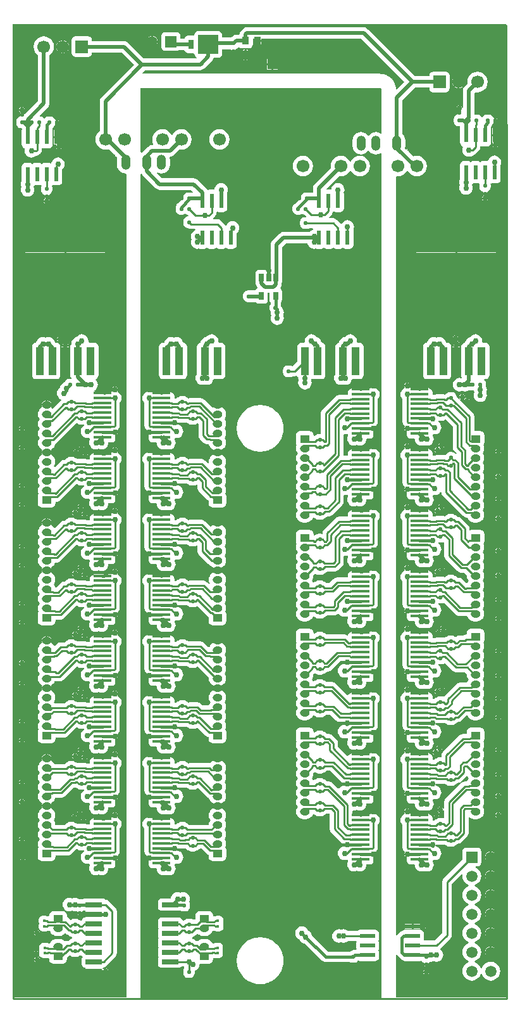
<source format=gtl>
G04 Layer_Physical_Order=1*
G04 Layer_Color=255*
%FSLAX25Y25*%
%MOIN*%
G70*
G01*
G75*
G04:AMPARAMS|DCode=10|XSize=19.68mil|YSize=20.08mil|CornerRadius=4.92mil|HoleSize=0mil|Usage=FLASHONLY|Rotation=270.000|XOffset=0mil|YOffset=0mil|HoleType=Round|Shape=RoundedRectangle|*
%AMROUNDEDRECTD10*
21,1,0.01968,0.01024,0,0,270.0*
21,1,0.00984,0.02008,0,0,270.0*
1,1,0.00984,-0.00512,-0.00492*
1,1,0.00984,-0.00512,0.00492*
1,1,0.00984,0.00512,0.00492*
1,1,0.00984,0.00512,-0.00492*
%
%ADD10ROUNDEDRECTD10*%
%ADD11R,0.02559X0.04331*%
%ADD12R,0.04134X0.14961*%
%ADD13R,0.41929X0.33071*%
%ADD14R,0.02200X0.07800*%
%ADD15R,0.01772X0.01181*%
%ADD16R,0.07874X0.02362*%
%ADD17R,0.08661X0.02559*%
%ADD18R,0.09449X0.01772*%
G04:AMPARAMS|DCode=19|XSize=19.68mil|YSize=20.08mil|CornerRadius=4.92mil|HoleSize=0mil|Usage=FLASHONLY|Rotation=180.000|XOffset=0mil|YOffset=0mil|HoleType=Round|Shape=RoundedRectangle|*
%AMROUNDEDRECTD19*
21,1,0.01968,0.01024,0,0,180.0*
21,1,0.00984,0.02008,0,0,180.0*
1,1,0.00984,-0.00492,0.00512*
1,1,0.00984,0.00492,0.00512*
1,1,0.00984,0.00492,-0.00512*
1,1,0.00984,-0.00492,-0.00512*
%
%ADD19ROUNDEDRECTD19*%
%ADD20R,0.10512X0.10000*%
%ADD21R,0.03000X0.05000*%
%ADD22R,0.26772X0.07480*%
%ADD23R,0.03740X0.03937*%
%ADD24C,0.02000*%
%ADD25C,0.01500*%
%ADD26C,0.01000*%
%ADD27C,0.00600*%
%ADD28O,0.05118X0.03937*%
%ADD29R,0.05118X0.03937*%
%ADD30C,0.06693*%
%ADD31R,0.06693X0.06693*%
%ADD32O,0.04921X0.07874*%
%ADD33R,0.04921X0.07874*%
%ADD34C,0.05512*%
%ADD35R,0.05905X0.05905*%
%ADD36C,0.05905*%
%ADD37R,0.05905X0.05905*%
%ADD38R,0.05600X0.05600*%
%ADD39C,0.05600*%
%ADD40C,0.03000*%
G36*
X259457Y530D02*
X201536D01*
Y23162D01*
X202036Y23262D01*
X202098Y23113D01*
X202539Y22539D01*
X204039Y21039D01*
X204613Y20598D01*
X204850Y20500D01*
X204932Y20377D01*
X205594Y19935D01*
X206374Y19780D01*
X214248D01*
X215028Y19935D01*
X215058Y19929D01*
X215211Y19699D01*
X216036Y19149D01*
X216211Y19114D01*
X216493Y18548D01*
X216475Y18504D01*
Y18492D01*
X218525D01*
Y18504D01*
X218507Y18548D01*
X218789Y19114D01*
X218965Y19149D01*
X219537Y19531D01*
X220000Y19470D01*
X220914Y19590D01*
X221500Y19833D01*
X222086Y19590D01*
X223000Y19470D01*
X223914Y19590D01*
X224765Y19943D01*
X225496Y20504D01*
X226057Y21235D01*
X226410Y22086D01*
X226530Y23000D01*
X226410Y23914D01*
X226057Y24765D01*
X225496Y25496D01*
X225095Y25804D01*
X225082Y25821D01*
X225061Y26456D01*
X230302Y31698D01*
X230855Y32524D01*
X231049Y33500D01*
Y60444D01*
X236136Y65531D01*
X236610Y65298D01*
X236505Y64500D01*
X236675Y63207D01*
X237174Y62002D01*
X237968Y60968D01*
X239002Y60174D01*
X239976Y59771D01*
Y59229D01*
X239002Y58826D01*
X237968Y58032D01*
X237174Y56998D01*
X236675Y55793D01*
X236505Y54500D01*
X236675Y53207D01*
X237174Y52002D01*
X237968Y50968D01*
X239002Y50174D01*
X239976Y49771D01*
Y49229D01*
X239002Y48826D01*
X237968Y48032D01*
X237174Y46998D01*
X236675Y45793D01*
X236505Y44500D01*
X236675Y43207D01*
X237174Y42002D01*
X237968Y40968D01*
X239002Y40174D01*
X239976Y39771D01*
Y39229D01*
X239002Y38826D01*
X237968Y38032D01*
X237174Y36998D01*
X236675Y35793D01*
X236505Y34500D01*
X236675Y33207D01*
X237174Y32002D01*
X237968Y30968D01*
X239002Y30174D01*
X239976Y29771D01*
Y29229D01*
X239002Y28826D01*
X237968Y28032D01*
X237174Y26998D01*
X236675Y25793D01*
X236505Y24500D01*
X236675Y23207D01*
X237174Y22002D01*
X237968Y20968D01*
X239002Y20174D01*
X239976Y19771D01*
Y19229D01*
X239002Y18826D01*
X237968Y18032D01*
X237174Y16998D01*
X236675Y15793D01*
X236505Y14500D01*
X236675Y13207D01*
X237174Y12002D01*
X237968Y10968D01*
X239002Y10174D01*
X240207Y9675D01*
X241500Y9505D01*
X242793Y9675D01*
X243998Y10174D01*
X245032Y10968D01*
X245826Y12002D01*
X246229Y12976D01*
X246771D01*
X247174Y12002D01*
X247968Y10968D01*
X249002Y10174D01*
X250207Y9675D01*
X251500Y9505D01*
X252793Y9675D01*
X253998Y10174D01*
X255032Y10968D01*
X255826Y12002D01*
X256325Y13207D01*
X256495Y14500D01*
X256325Y15793D01*
X255826Y16998D01*
X255032Y18032D01*
X253998Y18826D01*
X252793Y19325D01*
X251500Y19496D01*
X250207Y19325D01*
X249002Y18826D01*
X247968Y18032D01*
X247174Y16998D01*
X246771Y16024D01*
X246229D01*
X245826Y16998D01*
X245032Y18032D01*
X243998Y18826D01*
X243024Y19229D01*
Y19771D01*
X243998Y20174D01*
X245032Y20968D01*
X245826Y22002D01*
X246325Y23207D01*
X246496Y24500D01*
X246325Y25793D01*
X245826Y26998D01*
X245032Y28032D01*
X243998Y28826D01*
X243024Y29229D01*
Y29771D01*
X243998Y30174D01*
X245032Y30968D01*
X245826Y32002D01*
X246325Y33207D01*
X246496Y34500D01*
X246325Y35793D01*
X245826Y36998D01*
X245032Y38032D01*
X243998Y38826D01*
X243024Y39229D01*
Y39771D01*
X243998Y40174D01*
X245032Y40968D01*
X245826Y42002D01*
X246325Y43207D01*
X246496Y44500D01*
X246325Y45793D01*
X245826Y46998D01*
X245032Y48032D01*
X243998Y48826D01*
X243024Y49229D01*
Y49771D01*
X243998Y50174D01*
X245032Y50968D01*
X245826Y52002D01*
X246325Y53207D01*
X246496Y54500D01*
X246325Y55793D01*
X245826Y56998D01*
X245032Y58032D01*
X243998Y58826D01*
X243024Y59229D01*
Y59771D01*
X243998Y60174D01*
X245032Y60968D01*
X245826Y62002D01*
X246325Y63207D01*
X246496Y64500D01*
X246325Y65793D01*
X245826Y66998D01*
X245032Y68032D01*
X243998Y68826D01*
X243559Y69008D01*
X243658Y69508D01*
X244453D01*
X245233Y69663D01*
X245895Y70105D01*
X246337Y70767D01*
X246492Y71547D01*
Y77453D01*
X246337Y78233D01*
X245895Y78895D01*
X245233Y79337D01*
X244453Y79492D01*
X238547D01*
X237767Y79337D01*
X237105Y78895D01*
X236663Y78233D01*
X236508Y77453D01*
Y73113D01*
X226698Y63302D01*
X226145Y62476D01*
X225951Y61500D01*
Y34556D01*
X221944Y30549D01*
X216401D01*
X216117Y30959D01*
X216134Y31049D01*
X216287Y31819D01*
Y34181D01*
X216132Y34962D01*
X215690Y35623D01*
X215028Y36065D01*
X214248Y36220D01*
X206374D01*
X205594Y36065D01*
X205074Y35718D01*
X204782Y35679D01*
X204113Y35402D01*
X203539Y34961D01*
X202539Y33961D01*
X202098Y33387D01*
X202036Y33238D01*
X201536Y33338D01*
Y432230D01*
Y432355D01*
X201912Y432685D01*
X202500Y432607D01*
X203896Y432791D01*
X205196Y433330D01*
X206313Y434187D01*
X207170Y435304D01*
X207250Y435497D01*
X207750D01*
X207830Y435304D01*
X208687Y434187D01*
X209804Y433330D01*
X211104Y432791D01*
X212500Y432607D01*
X213896Y432791D01*
X215196Y433330D01*
X216313Y434187D01*
X217170Y435304D01*
X217709Y436604D01*
X217893Y438000D01*
X217709Y439396D01*
X217170Y440696D01*
X216313Y441813D01*
X215196Y442670D01*
X213896Y443209D01*
X212500Y443393D01*
X211104Y443209D01*
X210727Y443052D01*
X208178Y445601D01*
X208369Y446063D01*
X209398D01*
Y449500D01*
X207437D01*
Y446995D01*
X206975Y446804D01*
X206375Y447404D01*
X206523Y448524D01*
Y451476D01*
X206369Y452641D01*
X205920Y453726D01*
X205205Y454658D01*
X205049Y454777D01*
Y472670D01*
X211553Y479174D01*
X219114D01*
Y478854D01*
X219270Y478073D01*
X219712Y477412D01*
X220373Y476970D01*
X221153Y476814D01*
X227847D01*
X228627Y476970D01*
X229288Y477412D01*
X229730Y478073D01*
X229886Y478854D01*
Y485546D01*
X229730Y486327D01*
X229288Y486988D01*
X228627Y487430D01*
X227847Y487586D01*
X221153D01*
X220373Y487430D01*
X219712Y486988D01*
X219270Y486327D01*
X219114Y485546D01*
Y485226D01*
X211553D01*
X186640Y510140D01*
X186013Y510620D01*
X185283Y510923D01*
X184500Y511026D01*
X123000D01*
X122217Y510923D01*
X121487Y510620D01*
X120860Y510140D01*
X120860Y510140D01*
X120112Y509392D01*
X119632Y508765D01*
X119329Y508035D01*
X119276Y507635D01*
X118940Y507410D01*
X118683Y507026D01*
X117492D01*
X116709Y506923D01*
X115979Y506621D01*
X115352Y506140D01*
X114747Y505534D01*
X110007D01*
Y507000D01*
X109852Y507780D01*
X109410Y508442D01*
X108748Y508884D01*
X107968Y509039D01*
X97456D01*
X96675Y508884D01*
X96014Y508442D01*
X95572Y507780D01*
X95417Y507000D01*
Y506850D01*
X95030Y506533D01*
X95000Y506539D01*
X92000D01*
X91220Y506384D01*
X90558Y505942D01*
X90116Y505280D01*
X90065Y505026D01*
X87992D01*
Y506453D01*
X87837Y507233D01*
X87395Y507895D01*
X86733Y508337D01*
X85953Y508492D01*
X80047D01*
X79267Y508337D01*
X78605Y507895D01*
X78163Y507233D01*
X78008Y506453D01*
Y500547D01*
X78163Y499767D01*
X78605Y499105D01*
X79267Y498663D01*
X80047Y498508D01*
X85953D01*
X86733Y498663D01*
X87198Y498974D01*
X90065D01*
X90116Y498720D01*
X90558Y498058D01*
X91220Y497616D01*
X92000Y497461D01*
X95000D01*
X95030Y497467D01*
X95417Y497150D01*
Y497000D01*
X95572Y496220D01*
X96014Y495558D01*
X96675Y495116D01*
X96837Y494574D01*
X96813Y494526D01*
X68753D01*
X60340Y502940D01*
X59713Y503420D01*
X58983Y503723D01*
X58200Y503826D01*
X41386D01*
Y504146D01*
X41230Y504927D01*
X40788Y505588D01*
X40127Y506030D01*
X39346Y506186D01*
X32654D01*
X31873Y506030D01*
X31212Y505588D01*
X30770Y504927D01*
X30614Y504146D01*
Y497453D01*
X30770Y496673D01*
X31212Y496012D01*
X31873Y495570D01*
X32654Y495414D01*
X39346D01*
X40127Y495570D01*
X40788Y496012D01*
X41230Y496673D01*
X41386Y497453D01*
Y497774D01*
X56947D01*
X63471Y491250D01*
X46360Y474140D01*
X45880Y473513D01*
X45577Y472783D01*
X45474Y472000D01*
Y456417D01*
X44687Y455813D01*
X43830Y454696D01*
X43291Y453396D01*
X43107Y452000D01*
X43291Y450604D01*
X43830Y449304D01*
X44687Y448187D01*
X45804Y447330D01*
X47104Y446791D01*
X48500Y446607D01*
X49896Y446791D01*
X50273Y446947D01*
X52822Y444399D01*
X52630Y443937D01*
X51728D01*
Y440500D01*
X53689D01*
Y442878D01*
X54151Y443070D01*
X54736Y442485D01*
X54603Y441476D01*
Y438524D01*
X54757Y437359D01*
X55206Y436274D01*
X55921Y435342D01*
X56853Y434627D01*
X57938Y434178D01*
X59102Y434024D01*
X59464Y433568D01*
Y530D01*
X-543D01*
Y512530D01*
X259457D01*
Y530D01*
D02*
G37*
G36*
X192922Y479000D02*
X192936Y479000D01*
X192940Y478999D01*
X192949Y478998D01*
X193006Y478998D01*
X193161Y478999D01*
X193161Y478999D01*
X193162Y478999D01*
X193195Y478995D01*
X193225Y478985D01*
X193226Y478985D01*
X193450Y478961D01*
X193691Y478900D01*
X193692Y478900D01*
X193698Y478900D01*
X193701Y478899D01*
X193701Y478899D01*
X193702Y478898D01*
X193702Y478898D01*
X193760Y478863D01*
X193848Y478798D01*
X193848Y478797D01*
X193859Y478782D01*
X193866Y478767D01*
X193866Y478766D01*
X193889Y478734D01*
X193979Y478532D01*
X193989Y478492D01*
X193989Y478491D01*
X193989Y478491D01*
X194000Y478419D01*
X194000Y478418D01*
Y455362D01*
X193552Y455141D01*
X193250Y455373D01*
X192165Y455822D01*
X191000Y455975D01*
X189836Y455822D01*
X188750Y455373D01*
X187819Y454658D01*
X187378Y454084D01*
X186748D01*
X186307Y454658D01*
X185375Y455373D01*
X184291Y455822D01*
X183126Y455975D01*
X181962Y455822D01*
X180876Y455373D01*
X179945Y454658D01*
X179230Y453726D01*
X178780Y452641D01*
X178627Y451476D01*
Y448524D01*
X178780Y447359D01*
X179230Y446274D01*
X179945Y445342D01*
X180876Y444627D01*
X181962Y444178D01*
X183126Y444025D01*
X184291Y444178D01*
X185375Y444627D01*
X186307Y445342D01*
X186748Y445916D01*
X187378D01*
X187819Y445342D01*
X188750Y444627D01*
X189836Y444178D01*
X191000Y444025D01*
X192165Y444178D01*
X193250Y444627D01*
X193552Y444859D01*
X194000Y444638D01*
Y432230D01*
Y33338D01*
Y23162D01*
Y530D01*
Y0D01*
X67000D01*
Y433775D01*
X67500Y433874D01*
X67506Y433861D01*
X67986Y433234D01*
X74860Y426360D01*
X75487Y425879D01*
X76217Y425577D01*
X77000Y425474D01*
X77000Y425474D01*
X93747D01*
X94733Y424488D01*
X94542Y424026D01*
X93056D01*
X93020Y424033D01*
X91996D01*
X91024Y423840D01*
X90199Y423289D01*
X89648Y422465D01*
X89455Y421492D01*
Y421378D01*
X86531Y418453D01*
X86090Y417879D01*
X85839Y417273D01*
X85633Y416964D01*
X85439Y415992D01*
Y415008D01*
X85633Y414036D01*
X86184Y413211D01*
X87008Y412660D01*
X87980Y412467D01*
X89004D01*
X89976Y412660D01*
X90500Y413010D01*
X91024Y412660D01*
X91911Y412484D01*
X92400Y411995D01*
X92209Y411533D01*
X91996D01*
X91024Y411340D01*
X90199Y410789D01*
X89648Y409965D01*
X89455Y408992D01*
Y408008D01*
X89648Y407035D01*
X90199Y406211D01*
X91024Y405660D01*
X91996Y405467D01*
X92051D01*
X92532Y405145D01*
X93508Y404951D01*
X95641D01*
X95699Y404924D01*
X95998Y404451D01*
X95957Y404356D01*
X95235Y404057D01*
X94504Y403496D01*
X93943Y402765D01*
X93590Y401914D01*
X93470Y401000D01*
X93590Y400086D01*
X93833Y399500D01*
X93590Y398914D01*
X93470Y398000D01*
X93590Y397086D01*
X93943Y396235D01*
X94504Y395504D01*
X95235Y394943D01*
X96086Y394590D01*
X97000Y394470D01*
X97575Y394546D01*
X97620Y394516D01*
X98400Y394361D01*
X100600D01*
X101380Y394516D01*
X102000Y394930D01*
X102620Y394516D01*
X103400Y394361D01*
X105600D01*
X106380Y394516D01*
X107000Y394930D01*
X107620Y394516D01*
X108400Y394361D01*
X110600D01*
X111380Y394516D01*
X112000Y394930D01*
X112620Y394516D01*
X113400Y394361D01*
X115600D01*
X116380Y394516D01*
X117042Y394958D01*
X117484Y395620D01*
X117639Y396400D01*
Y402730D01*
X117996Y403004D01*
X118557Y403735D01*
X118910Y404586D01*
X119030Y405500D01*
X118910Y406414D01*
X118557Y407265D01*
X117996Y407996D01*
X117265Y408557D01*
X116414Y408910D01*
X115500Y409030D01*
X114586Y408910D01*
X113735Y408557D01*
X113004Y407996D01*
X112443Y407265D01*
X112246Y406790D01*
X111682Y406735D01*
X111302Y407302D01*
X109302Y409302D01*
X108475Y409855D01*
X107500Y410049D01*
X105361D01*
X105154Y410549D01*
X106302Y411698D01*
X106855Y412525D01*
X107049Y413500D01*
Y413767D01*
X107490Y414003D01*
X107620Y413916D01*
X108400Y413761D01*
X110600D01*
X111380Y413916D01*
X112042Y414358D01*
X112484Y415020D01*
X112639Y415800D01*
Y423600D01*
X112594Y423825D01*
X112910Y424586D01*
X113030Y425500D01*
X112910Y426414D01*
X112557Y427265D01*
X111996Y427996D01*
X111265Y428557D01*
X110414Y428910D01*
X109500Y429030D01*
X108586Y428910D01*
X107735Y428557D01*
X107004Y427996D01*
X106443Y427265D01*
X106090Y426414D01*
X106026Y425926D01*
X105620Y425635D01*
X105600Y425639D01*
X103400D01*
X102620Y425484D01*
X102120Y425513D01*
X101640Y426140D01*
X97140Y430640D01*
X96513Y431120D01*
X95783Y431423D01*
X95000Y431526D01*
X78253D01*
X75653Y434127D01*
X75936Y434550D01*
X76836Y434178D01*
X78000Y434024D01*
X79164Y434178D01*
X80250Y434627D01*
X81181Y435342D01*
X81896Y436274D01*
X82346Y437359D01*
X82499Y438524D01*
Y441476D01*
X82368Y442474D01*
X82398Y442590D01*
X82582Y442861D01*
X82736Y443005D01*
X83283Y443077D01*
X84013Y443379D01*
X84640Y443860D01*
X87516Y446737D01*
X88500Y446607D01*
X89896Y446791D01*
X91196Y447330D01*
X92313Y448187D01*
X93170Y449304D01*
X93709Y450604D01*
X93893Y452000D01*
X93709Y453396D01*
X93170Y454696D01*
X92313Y455813D01*
X91196Y456670D01*
X89896Y457209D01*
X88500Y457393D01*
X87104Y457209D01*
X85804Y456670D01*
X84687Y455813D01*
X83830Y454696D01*
X83750Y454503D01*
X83250D01*
X83170Y454696D01*
X82313Y455813D01*
X81196Y456670D01*
X79896Y457209D01*
X78500Y457393D01*
X77104Y457209D01*
X75804Y456670D01*
X74687Y455813D01*
X73830Y454696D01*
X73291Y453396D01*
X73107Y452000D01*
X73291Y450604D01*
X73738Y449526D01*
X73454Y449026D01*
X73000D01*
X72217Y448923D01*
X71487Y448621D01*
X70860Y448140D01*
X70860Y448140D01*
X68247Y445526D01*
X67876Y445373D01*
X67448Y445044D01*
X67000Y445265D01*
Y479000D01*
X192917D01*
X192922Y479000D01*
D02*
G37*
G36*
X206021Y482200D02*
X201998Y478177D01*
X201665Y478315D01*
X201536Y478422D01*
X201518Y478601D01*
X201527Y478785D01*
X201474Y479144D01*
X201457Y479506D01*
X201447Y479579D01*
X201446Y479580D01*
X201446Y479582D01*
X201406Y479746D01*
X201392Y479889D01*
X201349Y480029D01*
X201325Y480214D01*
X201315Y480244D01*
X201310Y480281D01*
X201305Y480294D01*
X201303Y480308D01*
X201293Y480348D01*
X201170Y480696D01*
X201091Y481013D01*
X201091Y481014D01*
X201090Y481016D01*
X201090Y481016D01*
X200976Y481259D01*
X200963Y481302D01*
X200958Y481312D01*
X200856Y481615D01*
X200765Y481817D01*
X200686Y481955D01*
X200672Y481997D01*
X200540Y482218D01*
X200427Y482475D01*
X200426Y482477D01*
X200365Y482563D01*
X200321Y482657D01*
X200176Y482853D01*
X200051Y483078D01*
X200040Y483093D01*
X200031Y483105D01*
X200024Y483117D01*
X199964Y483186D01*
X199916Y483267D01*
X199706Y483500D01*
X199576Y483685D01*
X199529Y483730D01*
X199444Y483846D01*
X199252Y484020D01*
X199083Y484219D01*
X198999Y484285D01*
X198927Y484365D01*
X198836Y484433D01*
X198834Y484435D01*
X198630Y484587D01*
X198507Y484705D01*
X198485Y484719D01*
X198351Y484840D01*
X198263Y484906D01*
X198190Y484950D01*
X198187Y484953D01*
X198133Y484985D01*
X198077Y485035D01*
X197990Y485084D01*
X197925Y485136D01*
X197857Y485171D01*
X197748Y485256D01*
X197747Y485257D01*
X197700Y485281D01*
X197650Y485318D01*
X197592Y485353D01*
X197575Y485361D01*
X197561Y485371D01*
X197309Y485490D01*
X197072Y485639D01*
X197072Y485639D01*
X197003Y485665D01*
X196997Y485669D01*
X196986Y485673D01*
X196919Y485713D01*
X196857Y485735D01*
X196796Y485770D01*
X196607Y485834D01*
X196429Y485924D01*
X196340Y485949D01*
X196258Y485988D01*
X196241Y485992D01*
X196224Y486000D01*
X196221Y486001D01*
X195949Y486069D01*
X195692Y486167D01*
X195611Y486181D01*
X195528Y486210D01*
X195517Y486212D01*
X195282Y486271D01*
X195076Y486302D01*
X195006Y486321D01*
X194913Y486328D01*
X194826Y486350D01*
X194815Y486351D01*
X194799Y486355D01*
X194798Y486355D01*
X194795Y486355D01*
X194787Y486357D01*
X194780Y486357D01*
X194763Y486363D01*
X194762Y486363D01*
X194688Y486371D01*
X194610Y486394D01*
X194484Y486406D01*
X194256Y486454D01*
X194149Y486465D01*
X194100Y486476D01*
X194067Y486480D01*
X194033Y486481D01*
X194002Y486487D01*
X193996Y486487D01*
X193986Y486490D01*
X193702Y486493D01*
X193665Y486500D01*
X193656Y486501D01*
X193647Y486501D01*
X193642Y486501D01*
X193610Y486501D01*
X193366Y486532D01*
X193252Y486524D01*
X193139Y486535D01*
X192984Y486534D01*
X192984Y486534D01*
X192983Y486534D01*
X192938Y486534D01*
X192917Y486536D01*
X67969D01*
X67778Y486998D01*
X69253Y488474D01*
X98500D01*
X99283Y488577D01*
X100013Y488879D01*
X100640Y489360D01*
X104851Y493572D01*
X105332Y494199D01*
X105635Y494929D01*
X105639Y494961D01*
X107968D01*
X108748Y495116D01*
X109410Y495558D01*
X109852Y496220D01*
X110007Y497000D01*
Y499482D01*
X114632D01*
X114975Y499004D01*
Y498992D01*
X116000D01*
X117025D01*
Y499004D01*
X117007Y499048D01*
X117289Y499614D01*
X117464Y499649D01*
X118289Y500199D01*
X118467Y500466D01*
X119086Y500492D01*
X119602Y500147D01*
X120382Y499992D01*
X124122D01*
X124902Y500147D01*
X125564Y500590D01*
X126006Y501251D01*
X126161Y502032D01*
Y504974D01*
X126878D01*
Y504500D01*
X128748D01*
X130618D01*
Y504974D01*
X183247D01*
X206021Y482200D01*
D02*
G37*
%LPC*%
G36*
X256000Y159430D02*
Y158500D01*
X256930D01*
X256913Y158585D01*
X256581Y159081D01*
X256085Y159413D01*
X256000Y159430D01*
D02*
G37*
G36*
X33930Y159000D02*
X33000D01*
Y158070D01*
X33085Y158087D01*
X33581Y158419D01*
X33913Y158915D01*
X33930Y159000D01*
D02*
G37*
G36*
X255000Y159430D02*
X254915Y159413D01*
X254419Y159081D01*
X254087Y158585D01*
X254070Y158500D01*
X255000D01*
Y159430D01*
D02*
G37*
G36*
X38000Y160430D02*
Y159500D01*
X38930D01*
X38913Y159585D01*
X38581Y160081D01*
X38085Y160413D01*
X38000Y160430D01*
D02*
G37*
G36*
X32000Y160930D02*
X31915Y160913D01*
X31419Y160581D01*
X31087Y160085D01*
X31070Y160000D01*
X32000D01*
Y160930D01*
D02*
G37*
G36*
X37000Y160430D02*
X36915Y160413D01*
X36419Y160081D01*
X36087Y159585D01*
X36070Y159500D01*
X37000D01*
Y160430D01*
D02*
G37*
G36*
X33000Y160930D02*
Y160000D01*
X33930D01*
X33913Y160085D01*
X33581Y160581D01*
X33085Y160913D01*
X33000Y160930D01*
D02*
G37*
G36*
X255000Y157500D02*
X254070D01*
X254087Y157415D01*
X254419Y156919D01*
X254915Y156587D01*
X255000Y156570D01*
Y157500D01*
D02*
G37*
G36*
X256000Y149430D02*
Y148500D01*
X256930D01*
X256913Y148585D01*
X256581Y149081D01*
X256085Y149413D01*
X256000Y149430D01*
D02*
G37*
G36*
X256930Y157500D02*
X256000D01*
Y156570D01*
X256085Y156587D01*
X256581Y156919D01*
X256913Y157415D01*
X256930Y157500D01*
D02*
G37*
G36*
X32000Y159000D02*
X31070D01*
X31087Y158915D01*
X31419Y158419D01*
X31915Y158087D01*
X32000Y158070D01*
Y159000D01*
D02*
G37*
G36*
X38930Y158500D02*
X38000D01*
Y157570D01*
X38085Y157587D01*
X38581Y157919D01*
X38913Y158415D01*
X38930Y158500D01*
D02*
G37*
G36*
X37000D02*
X36070D01*
X36087Y158415D01*
X36419Y157919D01*
X36915Y157587D01*
X37000Y157570D01*
Y158500D01*
D02*
G37*
G36*
X207000Y163930D02*
X206915Y163913D01*
X206419Y163581D01*
X206087Y163085D01*
X206070Y163000D01*
X207000D01*
Y163930D01*
D02*
G37*
G36*
X208000D02*
Y163000D01*
X208930D01*
X208913Y163085D01*
X208581Y163581D01*
X208085Y163913D01*
X208000Y163930D01*
D02*
G37*
G36*
X225500Y163500D02*
X224570D01*
X224587Y163415D01*
X224919Y162919D01*
X225415Y162587D01*
X225500Y162570D01*
Y163500D01*
D02*
G37*
G36*
X227430D02*
X226500D01*
Y162570D01*
X226585Y162587D01*
X227081Y162919D01*
X227413Y163415D01*
X227430Y163500D01*
D02*
G37*
G36*
X225500Y165430D02*
X225415Y165413D01*
X224919Y165081D01*
X224587Y164585D01*
X224570Y164500D01*
X225500D01*
Y165430D01*
D02*
G37*
G36*
X35000Y164430D02*
X34915Y164413D01*
X34419Y164081D01*
X34087Y163585D01*
X34070Y163500D01*
X35000D01*
Y164430D01*
D02*
G37*
G36*
X36000D02*
Y163500D01*
X36930D01*
X36913Y163585D01*
X36581Y164081D01*
X36085Y164413D01*
X36000Y164430D01*
D02*
G37*
G36*
X53000Y161930D02*
X52915Y161913D01*
X52419Y161581D01*
X52087Y161085D01*
X52070Y161000D01*
X53000D01*
Y161930D01*
D02*
G37*
G36*
X54000D02*
Y161000D01*
X54930D01*
X54913Y161085D01*
X54581Y161581D01*
X54085Y161913D01*
X54000Y161930D01*
D02*
G37*
G36*
X223000Y161000D02*
X222070D01*
X222087Y160915D01*
X222419Y160419D01*
X222915Y160087D01*
X223000Y160070D01*
Y161000D01*
D02*
G37*
G36*
X224930D02*
X224000D01*
Y160070D01*
X224085Y160087D01*
X224581Y160419D01*
X224913Y160915D01*
X224930Y161000D01*
D02*
G37*
G36*
X223000Y162930D02*
X222915Y162913D01*
X222419Y162581D01*
X222087Y162085D01*
X222070Y162000D01*
X223000D01*
Y162930D01*
D02*
G37*
G36*
X224000D02*
Y162000D01*
X224930D01*
X224913Y162085D01*
X224581Y162581D01*
X224085Y162913D01*
X224000Y162930D01*
D02*
G37*
G36*
X35000Y162500D02*
X34070D01*
X34087Y162415D01*
X34419Y161919D01*
X34915Y161587D01*
X35000Y161570D01*
Y162500D01*
D02*
G37*
G36*
X36930D02*
X36000D01*
Y161570D01*
X36085Y161587D01*
X36581Y161919D01*
X36913Y162415D01*
X36930Y162500D01*
D02*
G37*
G36*
X255000Y149430D02*
X254915Y149413D01*
X254419Y149081D01*
X254087Y148585D01*
X254070Y148500D01*
X255000D01*
Y149430D01*
D02*
G37*
G36*
X222000Y130930D02*
X221915Y130913D01*
X221419Y130581D01*
X221087Y130085D01*
X221070Y130000D01*
X222000D01*
Y130930D01*
D02*
G37*
G36*
X36930Y130500D02*
X36000D01*
Y129570D01*
X36085Y129587D01*
X36581Y129919D01*
X36913Y130415D01*
X36930Y130500D01*
D02*
G37*
G36*
X35000D02*
X34070D01*
X34087Y130415D01*
X34419Y129919D01*
X34915Y129587D01*
X35000Y129570D01*
Y130500D01*
D02*
G37*
G36*
X224000Y131500D02*
X223070D01*
X223087Y131415D01*
X223000Y131290D01*
Y130000D01*
X223930D01*
X223913Y130085D01*
X224000Y130210D01*
Y131500D01*
D02*
G37*
G36*
X208000Y131930D02*
Y131000D01*
X208930D01*
X208913Y131085D01*
X208581Y131581D01*
X208085Y131913D01*
X208000Y131930D01*
D02*
G37*
G36*
X207000D02*
X206915Y131913D01*
X206419Y131581D01*
X206087Y131085D01*
X206070Y131000D01*
X207000D01*
Y131930D01*
D02*
G37*
G36*
X225930Y131500D02*
X225000D01*
Y130570D01*
X225085Y130587D01*
X225581Y130919D01*
X225913Y131415D01*
X225930Y131500D01*
D02*
G37*
G36*
X256930Y130500D02*
X256000D01*
Y129570D01*
X256085Y129587D01*
X256581Y129919D01*
X256913Y130415D01*
X256930Y130500D01*
D02*
G37*
G36*
X223930Y129000D02*
X223000D01*
Y128070D01*
X223085Y128087D01*
X223581Y128419D01*
X223913Y128915D01*
X223930Y129000D01*
D02*
G37*
G36*
X222000D02*
X221070D01*
X221087Y128915D01*
X221419Y128419D01*
X221915Y128087D01*
X222000Y128070D01*
Y129000D01*
D02*
G37*
G36*
X33000Y128930D02*
Y128000D01*
X33930D01*
X33913Y128085D01*
X33581Y128581D01*
X33085Y128913D01*
X33000Y128930D01*
D02*
G37*
G36*
X19998Y163000D02*
X17500D01*
X15002D01*
X15055Y162732D01*
X15205Y162508D01*
X15060Y162029D01*
X14908Y161967D01*
X14079Y161330D01*
X13443Y160501D01*
X13043Y159536D01*
X12907Y158500D01*
X13043Y157464D01*
X13443Y156499D01*
X13826Y156000D01*
X13443Y155501D01*
X13043Y154536D01*
X12907Y153500D01*
X13043Y152464D01*
X13443Y151499D01*
X13826Y151000D01*
X13443Y150501D01*
X13043Y149536D01*
X12907Y148500D01*
X13043Y147464D01*
X13443Y146499D01*
X13826Y146000D01*
X13443Y145501D01*
X13043Y144536D01*
X12907Y143500D01*
X13043Y142464D01*
X13359Y141701D01*
X13057Y141249D01*
X12902Y140469D01*
Y136531D01*
X13057Y135751D01*
X13499Y135090D01*
X14161Y134648D01*
X14941Y134492D01*
X20059D01*
X20839Y134648D01*
X21501Y135090D01*
X21943Y135751D01*
X22098Y136531D01*
Y137451D01*
X26900D01*
X27875Y137645D01*
X28702Y138198D01*
X33301Y142797D01*
X33540Y142637D01*
X33882Y142569D01*
X34536Y142133D01*
X35508Y141939D01*
X36492D01*
X37182Y142077D01*
X37328Y141596D01*
X37235Y141557D01*
X36504Y140996D01*
X35943Y140265D01*
X35590Y139414D01*
X35470Y138500D01*
X35590Y137586D01*
X35943Y136735D01*
X36504Y136004D01*
X37235Y135443D01*
X38086Y135090D01*
X39000Y134970D01*
X39685Y135060D01*
X40185Y134713D01*
Y134598D01*
X40314Y133953D01*
X40090Y133414D01*
X39970Y132500D01*
X40090Y131586D01*
X40443Y130735D01*
X41004Y130004D01*
X41735Y129443D01*
X42586Y129090D01*
X43500Y128970D01*
X44414Y129090D01*
X45000Y129333D01*
X45586Y129090D01*
X46500Y128970D01*
X47414Y129090D01*
X48265Y129443D01*
X48996Y130004D01*
X49557Y130735D01*
X49910Y131586D01*
X50030Y132500D01*
X50082Y132559D01*
X51673D01*
X52454Y132714D01*
X53115Y133157D01*
X53557Y133818D01*
X53712Y134598D01*
Y136370D01*
X53685Y136507D01*
X54085Y136587D01*
X54581Y136919D01*
X54913Y137415D01*
X54930Y137500D01*
X53500D01*
Y138500D01*
X54930D01*
X54913Y138585D01*
X54596Y139060D01*
X54802Y139198D01*
X55302Y139698D01*
X55855Y140524D01*
X56049Y141500D01*
Y153572D01*
X56557Y154235D01*
X56910Y155086D01*
X57030Y156000D01*
X56910Y156914D01*
X56557Y157765D01*
X55996Y158496D01*
X55265Y159057D01*
X55011Y159162D01*
X54824Y159781D01*
X54913Y159915D01*
X54930Y160000D01*
X52070D01*
X52087Y159915D01*
X51817Y159466D01*
X51687Y159397D01*
X51673Y159402D01*
Y159402D01*
X42224D01*
Y158882D01*
X41444Y158727D01*
X40782Y158284D01*
X40340Y157623D01*
X40185Y156843D01*
Y155567D01*
X39187D01*
X39038Y155667D01*
X38063Y155861D01*
X33711D01*
X32960Y156363D01*
X32618Y156431D01*
X31964Y156867D01*
X30992Y157061D01*
X30008D01*
X29035Y156867D01*
X28383Y156431D01*
X28040Y156363D01*
X27213Y155810D01*
X26852Y155449D01*
X21579D01*
X21557Y155501D01*
X21174Y156000D01*
X21557Y156499D01*
X21957Y157464D01*
X22093Y158500D01*
X21957Y159536D01*
X21557Y160501D01*
X20921Y161330D01*
X20092Y161967D01*
X19940Y162029D01*
X19795Y162508D01*
X19945Y162732D01*
X19998Y163000D01*
D02*
G37*
G36*
X255000Y130500D02*
X254070D01*
X254087Y130415D01*
X254419Y129919D01*
X254915Y129587D01*
X255000Y129570D01*
Y130500D01*
D02*
G37*
G36*
X54000Y129930D02*
Y129000D01*
X54930D01*
X54913Y129085D01*
X54581Y129581D01*
X54085Y129913D01*
X54000Y129930D01*
D02*
G37*
G36*
X53000D02*
X52915Y129913D01*
X52419Y129581D01*
X52087Y129085D01*
X52070Y129000D01*
X53000D01*
Y129930D01*
D02*
G37*
G36*
X35000Y132430D02*
X34915Y132413D01*
X34419Y132081D01*
X34087Y131585D01*
X34070Y131500D01*
X35000D01*
Y132430D01*
D02*
G37*
G36*
X5930Y145500D02*
X5000D01*
Y144570D01*
X5085Y144587D01*
X5581Y144919D01*
X5913Y145415D01*
X5930Y145500D01*
D02*
G37*
G36*
X4000D02*
X3070D01*
X3087Y145415D01*
X3419Y144919D01*
X3915Y144587D01*
X4000Y144570D01*
Y145500D01*
D02*
G37*
G36*
X5000Y137430D02*
Y136500D01*
X5930D01*
X5913Y136585D01*
X5581Y137081D01*
X5085Y137413D01*
X5000Y137430D01*
D02*
G37*
G36*
X4000Y147430D02*
X3915Y147413D01*
X3419Y147081D01*
X3087Y146585D01*
X3070Y146500D01*
X4000D01*
Y147430D01*
D02*
G37*
G36*
X256930Y147500D02*
X256000D01*
Y146570D01*
X256085Y146587D01*
X256581Y146919D01*
X256913Y147415D01*
X256930Y147500D01*
D02*
G37*
G36*
X255000D02*
X254070D01*
X254087Y147415D01*
X254419Y146919D01*
X254915Y146587D01*
X255000Y146570D01*
Y147500D01*
D02*
G37*
G36*
X5000Y147430D02*
Y146500D01*
X5930D01*
X5913Y146585D01*
X5581Y147081D01*
X5085Y147413D01*
X5000Y147430D01*
D02*
G37*
G36*
X4000Y137430D02*
X3915Y137413D01*
X3419Y137081D01*
X3087Y136585D01*
X3070Y136500D01*
X4000D01*
Y137430D01*
D02*
G37*
G36*
X256000Y132430D02*
Y131500D01*
X256930D01*
X256913Y131585D01*
X256581Y132081D01*
X256085Y132413D01*
X256000Y132430D01*
D02*
G37*
G36*
X255000D02*
X254915Y132413D01*
X254419Y132081D01*
X254087Y131585D01*
X254070Y131500D01*
X255000D01*
Y132430D01*
D02*
G37*
G36*
X36000D02*
Y131500D01*
X36930D01*
X36913Y131585D01*
X36581Y132081D01*
X36085Y132413D01*
X36000Y132430D01*
D02*
G37*
G36*
X224000Y133430D02*
X223915Y133413D01*
X223419Y133081D01*
X223087Y132585D01*
X223070Y132500D01*
X224000D01*
Y133430D01*
D02*
G37*
G36*
X5930Y135500D02*
X5000D01*
Y134570D01*
X5085Y134587D01*
X5581Y134919D01*
X5913Y135415D01*
X5930Y135500D01*
D02*
G37*
G36*
X4000D02*
X3070D01*
X3087Y135415D01*
X3419Y134919D01*
X3915Y134587D01*
X4000Y134570D01*
Y135500D01*
D02*
G37*
G36*
X225000Y133430D02*
Y132500D01*
X225930D01*
X225913Y132585D01*
X225581Y133081D01*
X225085Y133413D01*
X225000Y133430D01*
D02*
G37*
G36*
X207000Y195930D02*
X206915Y195913D01*
X206419Y195581D01*
X206087Y195085D01*
X206070Y195000D01*
X207000D01*
Y195930D01*
D02*
G37*
G36*
X227930Y194500D02*
X227000D01*
Y193570D01*
X227085Y193587D01*
X227581Y193919D01*
X227913Y194415D01*
X227930Y194500D01*
D02*
G37*
G36*
X226000D02*
X225070D01*
X225087Y194415D01*
X225419Y193919D01*
X225915Y193587D01*
X226000Y193570D01*
Y194500D01*
D02*
G37*
G36*
X208000Y195930D02*
Y195000D01*
X208930D01*
X208913Y195085D01*
X208581Y195581D01*
X208085Y195913D01*
X208000Y195930D01*
D02*
G37*
G36*
X226000Y196430D02*
X225915Y196413D01*
X225419Y196081D01*
X225087Y195585D01*
X225070Y195500D01*
X226000D01*
Y196430D01*
D02*
G37*
G36*
X36000D02*
Y195500D01*
X36930D01*
X36913Y195585D01*
X36581Y196081D01*
X36085Y196413D01*
X36000Y196430D01*
D02*
G37*
G36*
X35000D02*
X34915Y196413D01*
X34419Y196081D01*
X34087Y195585D01*
X34070Y195500D01*
X35000D01*
Y196430D01*
D02*
G37*
G36*
X36930Y194500D02*
X36000D01*
Y193570D01*
X36085Y193587D01*
X36581Y193919D01*
X36913Y194415D01*
X36930Y194500D01*
D02*
G37*
G36*
X53000Y193930D02*
X52915Y193913D01*
X52419Y193581D01*
X52087Y193085D01*
X52070Y193000D01*
X53000D01*
Y193930D01*
D02*
G37*
G36*
X19998Y225000D02*
X17500D01*
X15002D01*
X15055Y224732D01*
X15205Y224508D01*
X15060Y224029D01*
X14908Y223967D01*
X14079Y223330D01*
X13443Y222501D01*
X13043Y221536D01*
X12907Y220500D01*
X13043Y219464D01*
X13443Y218499D01*
X13826Y218000D01*
X13443Y217501D01*
X13043Y216536D01*
X12907Y215500D01*
X13043Y214464D01*
X13443Y213499D01*
X13826Y213000D01*
X13443Y212501D01*
X13043Y211536D01*
X12907Y210500D01*
X13043Y209464D01*
X13443Y208499D01*
X13826Y208000D01*
X13443Y207501D01*
X13043Y206536D01*
X12907Y205500D01*
X13043Y204464D01*
X13359Y203701D01*
X13057Y203249D01*
X12902Y202468D01*
Y198531D01*
X13057Y197751D01*
X13499Y197090D01*
X14161Y196648D01*
X14941Y196492D01*
X20059D01*
X20839Y196648D01*
X21501Y197090D01*
X21943Y197751D01*
X22098Y198531D01*
Y199451D01*
X24900D01*
X25875Y199645D01*
X26702Y200198D01*
X33301Y206797D01*
X33540Y206637D01*
X33882Y206569D01*
X34536Y206133D01*
X35508Y205939D01*
X36492D01*
X37182Y206077D01*
X37328Y205596D01*
X37235Y205557D01*
X36504Y204996D01*
X35943Y204265D01*
X35590Y203414D01*
X35470Y202500D01*
X35590Y201586D01*
X35943Y200735D01*
X36504Y200004D01*
X37235Y199443D01*
X38086Y199090D01*
X39000Y198970D01*
X39685Y199060D01*
X40185Y198714D01*
Y198555D01*
X40308Y197939D01*
X40090Y197414D01*
X39970Y196500D01*
X40090Y195586D01*
X40443Y194735D01*
X41004Y194004D01*
X41735Y193443D01*
X42586Y193090D01*
X43500Y192970D01*
X44414Y193090D01*
X45000Y193333D01*
X45586Y193090D01*
X46500Y192970D01*
X47414Y193090D01*
X48265Y193443D01*
X48996Y194004D01*
X49557Y194735D01*
X49910Y195586D01*
X50030Y196500D01*
X50044Y196516D01*
X51673D01*
X52454Y196671D01*
X53115Y197113D01*
X53557Y197775D01*
X53712Y198555D01*
Y200327D01*
X53677Y200506D01*
X54085Y200587D01*
X54581Y200919D01*
X54913Y201415D01*
X54930Y201500D01*
X53500D01*
Y202500D01*
X54930D01*
X54913Y202585D01*
X54596Y203060D01*
X54802Y203198D01*
X55302Y203698D01*
X55855Y204524D01*
X56049Y205500D01*
Y217572D01*
X56557Y218235D01*
X56910Y219086D01*
X57030Y220000D01*
X56910Y220914D01*
X56557Y221765D01*
X55996Y222496D01*
X55265Y223057D01*
X55011Y223162D01*
X54824Y223781D01*
X54913Y223915D01*
X54930Y224000D01*
X52070D01*
X52087Y223915D01*
X52176Y223781D01*
X52105Y223546D01*
X51673Y223358D01*
Y223358D01*
X51673Y223358D01*
X42224D01*
Y222838D01*
X41444Y222683D01*
X40782Y222241D01*
X40340Y221580D01*
X40185Y220799D01*
Y219524D01*
X39252D01*
X39038Y219667D01*
X38063Y219861D01*
X33711D01*
X32960Y220363D01*
X32618Y220431D01*
X31964Y220867D01*
X30992Y221061D01*
X30008D01*
X29035Y220867D01*
X28383Y220431D01*
X28040Y220363D01*
X27213Y219810D01*
X26852Y219449D01*
X26754D01*
X25779Y219255D01*
X24952Y218702D01*
X22599Y216349D01*
X21982D01*
X21957Y216536D01*
X21557Y217501D01*
X21174Y218000D01*
X21557Y218499D01*
X21957Y219464D01*
X22093Y220500D01*
X21957Y221536D01*
X21557Y222501D01*
X20921Y223330D01*
X20092Y223967D01*
X19940Y224029D01*
X19795Y224508D01*
X19945Y224732D01*
X19998Y225000D01*
D02*
G37*
G36*
X33000Y192930D02*
Y192000D01*
X33930D01*
X33913Y192085D01*
X33581Y192581D01*
X33085Y192913D01*
X33000Y192930D01*
D02*
G37*
G36*
X54000Y193930D02*
Y193000D01*
X54930D01*
X54913Y193085D01*
X54581Y193581D01*
X54085Y193913D01*
X54000Y193930D01*
D02*
G37*
G36*
X35000Y194500D02*
X34070D01*
X34087Y194415D01*
X34419Y193919D01*
X34915Y193587D01*
X35000Y193570D01*
Y194500D01*
D02*
G37*
G36*
X224500Y193930D02*
Y193000D01*
X225430D01*
X225413Y193085D01*
X225081Y193581D01*
X224585Y193913D01*
X224500Y193930D01*
D02*
G37*
G36*
X223500D02*
X223415Y193913D01*
X222919Y193581D01*
X222587Y193085D01*
X222570Y193000D01*
X223500D01*
Y193930D01*
D02*
G37*
G36*
X227000Y196430D02*
Y195500D01*
X227930D01*
X227913Y195585D01*
X227581Y196081D01*
X227085Y196413D01*
X227000Y196430D01*
D02*
G37*
G36*
X4000Y209430D02*
X3915Y209413D01*
X3419Y209081D01*
X3087Y208585D01*
X3070Y208500D01*
X4000D01*
Y209430D01*
D02*
G37*
G36*
X5930Y207500D02*
X5000D01*
Y206570D01*
X5085Y206587D01*
X5581Y206919D01*
X5913Y207415D01*
X5930Y207500D01*
D02*
G37*
G36*
X4000D02*
X3070D01*
X3087Y207415D01*
X3419Y206919D01*
X3915Y206587D01*
X4000Y206570D01*
Y207500D01*
D02*
G37*
G36*
X5000Y209430D02*
Y208500D01*
X5930D01*
X5913Y208585D01*
X5581Y209081D01*
X5085Y209413D01*
X5000Y209430D01*
D02*
G37*
G36*
X255000Y211430D02*
X254915Y211413D01*
X254419Y211081D01*
X254087Y210585D01*
X254070Y210500D01*
X255000D01*
Y211430D01*
D02*
G37*
G36*
X256930Y209500D02*
X256000D01*
Y208570D01*
X256085Y208587D01*
X256581Y208919D01*
X256913Y209415D01*
X256930Y209500D01*
D02*
G37*
G36*
X255000D02*
X254070D01*
X254087Y209415D01*
X254419Y208919D01*
X254915Y208587D01*
X255000Y208570D01*
Y209500D01*
D02*
G37*
G36*
X256000Y201430D02*
Y200500D01*
X256930D01*
X256913Y200585D01*
X256581Y201081D01*
X256085Y201413D01*
X256000Y201430D01*
D02*
G37*
G36*
X4000Y199430D02*
X3915Y199413D01*
X3419Y199081D01*
X3087Y198585D01*
X3070Y198500D01*
X4000D01*
Y199430D01*
D02*
G37*
G36*
X5930Y197500D02*
X5000D01*
Y196570D01*
X5085Y196587D01*
X5581Y196919D01*
X5913Y197415D01*
X5930Y197500D01*
D02*
G37*
G36*
X4000D02*
X3070D01*
X3087Y197415D01*
X3419Y196919D01*
X3915Y196587D01*
X4000Y196570D01*
Y197500D01*
D02*
G37*
G36*
X5000Y199430D02*
Y198500D01*
X5930D01*
X5913Y198585D01*
X5581Y199081D01*
X5085Y199413D01*
X5000Y199430D01*
D02*
G37*
G36*
X255000Y201430D02*
X254915Y201413D01*
X254419Y201081D01*
X254087Y200585D01*
X254070Y200500D01*
X255000D01*
Y201430D01*
D02*
G37*
G36*
X256930Y199500D02*
X256000D01*
Y198570D01*
X256085Y198587D01*
X256581Y198919D01*
X256913Y199415D01*
X256930Y199500D01*
D02*
G37*
G36*
X255000D02*
X254070D01*
X254087Y199415D01*
X254419Y198919D01*
X254915Y198587D01*
X255000Y198570D01*
Y199500D01*
D02*
G37*
G36*
X5930Y176000D02*
X5000D01*
Y175070D01*
X5085Y175087D01*
X5581Y175419D01*
X5913Y175915D01*
X5930Y176000D01*
D02*
G37*
G36*
X4000D02*
X3070D01*
X3087Y175915D01*
X3419Y175419D01*
X3915Y175087D01*
X4000Y175070D01*
Y176000D01*
D02*
G37*
G36*
X256000Y171430D02*
Y170500D01*
X256930D01*
X256913Y170585D01*
X256581Y171081D01*
X256085Y171413D01*
X256000Y171430D01*
D02*
G37*
G36*
X255000Y182500D02*
X254070D01*
X254087Y182415D01*
X254419Y181919D01*
X254915Y181587D01*
X255000Y181570D01*
Y182500D01*
D02*
G37*
G36*
X5000Y177930D02*
Y177000D01*
X5930D01*
X5913Y177085D01*
X5581Y177581D01*
X5085Y177913D01*
X5000Y177930D01*
D02*
G37*
G36*
X4000D02*
X3915Y177913D01*
X3419Y177581D01*
X3087Y177085D01*
X3070Y177000D01*
X4000D01*
Y177930D01*
D02*
G37*
G36*
X255000Y171430D02*
X254915Y171413D01*
X254419Y171081D01*
X254087Y170585D01*
X254070Y170500D01*
X255000D01*
Y171430D01*
D02*
G37*
G36*
X5930Y165500D02*
X5000D01*
Y164570D01*
X5085Y164587D01*
X5581Y164919D01*
X5913Y165415D01*
X5930Y165500D01*
D02*
G37*
G36*
X4000D02*
X3070D01*
X3087Y165415D01*
X3419Y164919D01*
X3915Y164587D01*
X4000Y164570D01*
Y165500D01*
D02*
G37*
G36*
X226500Y165430D02*
Y164500D01*
X227430D01*
X227413Y164585D01*
X227081Y165081D01*
X226585Y165413D01*
X226500Y165430D01*
D02*
G37*
G36*
X4000Y167430D02*
X3915Y167413D01*
X3419Y167081D01*
X3087Y166585D01*
X3070Y166500D01*
X4000D01*
Y167430D01*
D02*
G37*
G36*
X256930Y169500D02*
X256000D01*
Y168570D01*
X256085Y168587D01*
X256581Y168919D01*
X256913Y169415D01*
X256930Y169500D01*
D02*
G37*
G36*
X255000D02*
X254070D01*
X254087Y169415D01*
X254419Y168919D01*
X254915Y168587D01*
X255000Y168570D01*
Y169500D01*
D02*
G37*
G36*
X5000Y167430D02*
Y166500D01*
X5930D01*
X5913Y166585D01*
X5581Y167081D01*
X5085Y167413D01*
X5000Y167430D01*
D02*
G37*
G36*
X256930Y182500D02*
X256000D01*
Y181570D01*
X256085Y181587D01*
X256581Y181919D01*
X256913Y182415D01*
X256930Y182500D01*
D02*
G37*
G36*
X225430Y192000D02*
X224500D01*
Y191070D01*
X224585Y191087D01*
X225081Y191419D01*
X225413Y191915D01*
X225430Y192000D01*
D02*
G37*
G36*
X223500D02*
X222570D01*
X222587Y191915D01*
X222919Y191419D01*
X223415Y191087D01*
X223500Y191070D01*
Y192000D01*
D02*
G37*
G36*
X246059Y194508D02*
X240941D01*
X240161Y194352D01*
X239499Y193910D01*
X239057Y193249D01*
X238902Y192469D01*
Y191517D01*
X238469D01*
X237493Y191323D01*
X237082Y191049D01*
X235100D01*
X234124Y190855D01*
X233298Y190302D01*
X233198Y190203D01*
X232960Y190363D01*
X232617Y190431D01*
X231964Y190867D01*
X230992Y191061D01*
X230008D01*
X229035Y190867D01*
X228382Y190431D01*
X228040Y190363D01*
X227289Y189861D01*
X222937D01*
X221962Y189667D01*
X221813Y189567D01*
X220815D01*
Y190842D01*
X220659Y191623D01*
X220217Y192284D01*
X219556Y192727D01*
X218776Y192882D01*
Y193402D01*
X209327D01*
Y193402D01*
X209264Y193368D01*
X209166Y193411D01*
X208913Y193915D01*
X208930Y194000D01*
X206070D01*
X206087Y193915D01*
X206229Y193703D01*
X206070Y193096D01*
X205735Y192957D01*
X205004Y192396D01*
X204443Y191665D01*
X204090Y190814D01*
X203970Y189900D01*
X204090Y188986D01*
X204443Y188135D01*
X204951Y187472D01*
Y175500D01*
X205145Y174524D01*
X205698Y173698D01*
X206198Y173198D01*
X206404Y173060D01*
X206087Y172585D01*
X206070Y172500D01*
X207500D01*
Y171500D01*
X206070D01*
X206087Y171415D01*
X206419Y170919D01*
X206915Y170587D01*
X207315Y170507D01*
X207288Y170370D01*
Y168598D01*
X207443Y167818D01*
X207885Y167157D01*
X208546Y166715D01*
X209327Y166559D01*
X211418D01*
X211470Y166500D01*
X211590Y165586D01*
X211943Y164735D01*
X212504Y164004D01*
X213235Y163443D01*
X214086Y163090D01*
X215000Y162970D01*
X215914Y163090D01*
X216500Y163333D01*
X217086Y163090D01*
X218000Y162970D01*
X218914Y163090D01*
X219765Y163443D01*
X220496Y164004D01*
X221057Y164735D01*
X221410Y165586D01*
X221530Y166500D01*
X221410Y167414D01*
X221057Y168265D01*
X221039Y168289D01*
X221132Y168933D01*
X221315Y169060D01*
X222000Y168970D01*
X222914Y169090D01*
X223765Y169443D01*
X224496Y170004D01*
X225057Y170735D01*
X225410Y171586D01*
X225530Y172500D01*
X225410Y173414D01*
X225057Y174265D01*
X224496Y174996D01*
X223765Y175557D01*
X223672Y175596D01*
X223818Y176077D01*
X224508Y175939D01*
X225492D01*
X226465Y176133D01*
X227242Y176653D01*
X231498Y172398D01*
X232325Y171845D01*
X233300Y171651D01*
X238087D01*
X238945Y170793D01*
X238907Y170500D01*
X239043Y169464D01*
X239443Y168499D01*
X239826Y168000D01*
X239443Y167501D01*
X239043Y166536D01*
X239019Y166349D01*
X235254D01*
X234279Y166155D01*
X233452Y165602D01*
X227198Y159348D01*
X226749Y158677D01*
X226465Y158867D01*
X225492Y159061D01*
X224508D01*
X223535Y158867D01*
X222883Y158431D01*
X222540Y158363D01*
X221713Y157810D01*
X221470Y157567D01*
X220815D01*
Y158843D01*
X220659Y159623D01*
X220217Y160284D01*
X219556Y160726D01*
X218776Y160882D01*
Y161402D01*
X209327D01*
Y161402D01*
X209264Y161368D01*
X209166Y161411D01*
X208913Y161915D01*
X208930Y162000D01*
X206070D01*
X206087Y161915D01*
X206229Y161703D01*
X206070Y161096D01*
X205735Y160957D01*
X205004Y160396D01*
X204443Y159665D01*
X204090Y158814D01*
X203970Y157900D01*
X204090Y156986D01*
X204443Y156135D01*
X204951Y155473D01*
Y143500D01*
X205145Y142525D01*
X205698Y141698D01*
X206198Y141198D01*
X206404Y141060D01*
X206087Y140585D01*
X206070Y140500D01*
X207500D01*
Y139500D01*
X206070D01*
X206087Y139415D01*
X206419Y138919D01*
X206915Y138587D01*
X207315Y138507D01*
X207288Y138370D01*
Y136598D01*
X207443Y135818D01*
X207885Y135157D01*
X208546Y134714D01*
X209327Y134559D01*
X211418D01*
X211470Y134500D01*
X211590Y133586D01*
X211943Y132735D01*
X212504Y132004D01*
X213235Y131443D01*
X214086Y131090D01*
X215000Y130970D01*
X215914Y131090D01*
X216500Y131333D01*
X217086Y131090D01*
X218000Y130970D01*
X218914Y131090D01*
X219765Y131443D01*
X220496Y132004D01*
X221057Y132735D01*
X221410Y133586D01*
X221530Y134500D01*
X221410Y135414D01*
X221057Y136265D01*
X221039Y136289D01*
X221132Y136933D01*
X221315Y137060D01*
X222000Y136970D01*
X222914Y137090D01*
X223765Y137443D01*
X224496Y138004D01*
X225057Y138735D01*
X225410Y139586D01*
X225530Y140500D01*
X225410Y141414D01*
X225057Y142265D01*
X224496Y142996D01*
X223765Y143557D01*
X222914Y143910D01*
X222613Y143949D01*
X222455Y144297D01*
X222426Y144478D01*
X222528Y144994D01*
X222743Y144951D01*
X227571D01*
X228040Y144637D01*
X228382Y144569D01*
X229035Y144133D01*
X230008Y143939D01*
X230992D01*
X231964Y144133D01*
X232617Y144569D01*
X232960Y144637D01*
X233787Y145190D01*
X234148Y145551D01*
X234246D01*
X235221Y145745D01*
X236048Y146298D01*
X238711Y148960D01*
X239287Y148875D01*
X239443Y148499D01*
X240079Y147670D01*
X240908Y147034D01*
X241874Y146634D01*
X242910Y146497D01*
X244091D01*
X245127Y146634D01*
X246092Y147034D01*
X246921Y147670D01*
X247557Y148499D01*
X247957Y149464D01*
X248093Y150500D01*
X247957Y151536D01*
X247557Y152501D01*
X247174Y153000D01*
X247557Y153499D01*
X247957Y154464D01*
X248093Y155500D01*
X247957Y156536D01*
X247557Y157501D01*
X247174Y158000D01*
X247557Y158499D01*
X247957Y159464D01*
X248093Y160500D01*
X247957Y161536D01*
X247557Y162501D01*
X247174Y163000D01*
X247557Y163499D01*
X247957Y164464D01*
X248093Y165500D01*
X247957Y166536D01*
X247557Y167501D01*
X247174Y168000D01*
X247557Y168499D01*
X247957Y169464D01*
X248093Y170500D01*
X247957Y171536D01*
X247557Y172501D01*
X247174Y173000D01*
X247557Y173499D01*
X247957Y174464D01*
X248093Y175500D01*
X247957Y176536D01*
X247557Y177501D01*
X247174Y178000D01*
X247557Y178499D01*
X247957Y179464D01*
X248093Y180500D01*
X247957Y181536D01*
X247557Y182501D01*
X247174Y183000D01*
X247557Y183499D01*
X247957Y184464D01*
X248093Y185500D01*
X247957Y186536D01*
X247641Y187299D01*
X247943Y187751D01*
X248098Y188531D01*
Y192469D01*
X247943Y193249D01*
X247501Y193910D01*
X246839Y194352D01*
X246059Y194508D01*
D02*
G37*
G36*
X54930Y192000D02*
X52070D01*
X52087Y191915D01*
X51817Y191465D01*
X51687Y191397D01*
X51673Y191402D01*
Y191402D01*
X42224D01*
Y190882D01*
X41444Y190726D01*
X40782Y190284D01*
X40340Y189623D01*
X40185Y188842D01*
Y187567D01*
X39187D01*
X39038Y187667D01*
X38063Y187861D01*
X33711D01*
X32960Y188363D01*
X32618Y188431D01*
X31964Y188867D01*
X30992Y189061D01*
X30008D01*
X29035Y188867D01*
X28383Y188431D01*
X28040Y188363D01*
X27213Y187810D01*
X26852Y187449D01*
X24854D01*
X23879Y187255D01*
X23052Y186702D01*
X21996Y185647D01*
X21378Y185735D01*
X20921Y186330D01*
X20092Y186967D01*
X19940Y187029D01*
X19795Y187508D01*
X19945Y187732D01*
X19998Y188000D01*
X17500D01*
X15002D01*
X15055Y187732D01*
X15205Y187508D01*
X15060Y187029D01*
X14908Y186967D01*
X14079Y186330D01*
X13443Y185501D01*
X13043Y184536D01*
X12907Y183500D01*
X13043Y182464D01*
X13443Y181499D01*
X13826Y181000D01*
X13443Y180501D01*
X13043Y179536D01*
X12907Y178500D01*
X13043Y177464D01*
X13443Y176499D01*
X13826Y176000D01*
X13443Y175501D01*
X13043Y174536D01*
X12907Y173500D01*
X13043Y172464D01*
X13443Y171499D01*
X13826Y171000D01*
X13443Y170501D01*
X13043Y169536D01*
X12907Y168500D01*
X13043Y167464D01*
X13443Y166499D01*
X14079Y165670D01*
X14908Y165033D01*
X15060Y164971D01*
X15205Y164492D01*
X15055Y164268D01*
X15002Y164000D01*
X17500D01*
X19998D01*
X19945Y164268D01*
X19795Y164492D01*
X19940Y164971D01*
X20092Y165033D01*
X20921Y165670D01*
X21557Y166499D01*
X21744Y166951D01*
X24400D01*
X25375Y167145D01*
X26202Y167698D01*
X33301Y174797D01*
X33540Y174637D01*
X33882Y174569D01*
X34536Y174133D01*
X35508Y173939D01*
X36492D01*
X37182Y174077D01*
X37328Y173596D01*
X37235Y173557D01*
X36504Y172996D01*
X35943Y172265D01*
X35590Y171414D01*
X35470Y170500D01*
X35590Y169586D01*
X35943Y168735D01*
X36504Y168004D01*
X37235Y167443D01*
X38086Y167090D01*
X39000Y166970D01*
X39685Y167060D01*
X40185Y166714D01*
Y166598D01*
X40314Y165953D01*
X40090Y165414D01*
X39970Y164500D01*
X40090Y163586D01*
X40443Y162735D01*
X41004Y162004D01*
X41735Y161443D01*
X42586Y161090D01*
X43500Y160970D01*
X44414Y161090D01*
X45000Y161333D01*
X45586Y161090D01*
X46500Y160970D01*
X47414Y161090D01*
X48265Y161443D01*
X48996Y162004D01*
X49557Y162735D01*
X49910Y163586D01*
X50030Y164500D01*
X50082Y164559D01*
X51673D01*
X52454Y164715D01*
X53115Y165156D01*
X53557Y165818D01*
X53712Y166598D01*
Y168370D01*
X53685Y168507D01*
X54085Y168587D01*
X54581Y168919D01*
X54913Y169415D01*
X54930Y169500D01*
X53500D01*
Y170500D01*
X54930D01*
X54913Y170585D01*
X54596Y171060D01*
X54802Y171198D01*
X55302Y171698D01*
X55855Y172524D01*
X56049Y173500D01*
Y185573D01*
X56557Y186235D01*
X56910Y187086D01*
X57030Y188000D01*
X56910Y188914D01*
X56557Y189765D01*
X55996Y190496D01*
X55265Y191057D01*
X55011Y191162D01*
X54824Y191781D01*
X54913Y191915D01*
X54930Y192000D01*
D02*
G37*
G36*
X32000Y192930D02*
X31915Y192913D01*
X31419Y192581D01*
X31087Y192085D01*
X31070Y192000D01*
X32000D01*
Y192930D01*
D02*
G37*
G36*
X38000Y192430D02*
Y191500D01*
X38930D01*
X38913Y191585D01*
X38581Y192081D01*
X38085Y192413D01*
X38000Y192430D01*
D02*
G37*
G36*
X37000D02*
X36915Y192413D01*
X36419Y192081D01*
X36087Y191585D01*
X36070Y191500D01*
X37000D01*
Y192430D01*
D02*
G37*
G36*
X33930Y191000D02*
X33000D01*
Y190070D01*
X33085Y190087D01*
X33581Y190419D01*
X33913Y190915D01*
X33930Y191000D01*
D02*
G37*
G36*
X17000Y190507D02*
X16909D01*
X16141Y190354D01*
X15490Y189919D01*
X15055Y189268D01*
X15002Y189000D01*
X17000D01*
Y190507D01*
D02*
G37*
G36*
X256000Y184430D02*
Y183500D01*
X256930D01*
X256913Y183585D01*
X256581Y184081D01*
X256085Y184413D01*
X256000Y184430D01*
D02*
G37*
G36*
X255000D02*
X254915Y184413D01*
X254419Y184081D01*
X254087Y183585D01*
X254070Y183500D01*
X255000D01*
Y184430D01*
D02*
G37*
G36*
X18090Y190507D02*
X18000D01*
Y189000D01*
X19998D01*
X19945Y189268D01*
X19510Y189919D01*
X18859Y190354D01*
X18090Y190507D01*
D02*
G37*
G36*
X32000Y191000D02*
X31070D01*
X31087Y190915D01*
X31419Y190419D01*
X31915Y190087D01*
X32000Y190070D01*
Y191000D01*
D02*
G37*
G36*
X38930Y190500D02*
X38000D01*
Y189570D01*
X38085Y189587D01*
X38581Y189919D01*
X38913Y190415D01*
X38930Y190500D01*
D02*
G37*
G36*
X37000D02*
X36070D01*
X36087Y190415D01*
X36419Y189919D01*
X36915Y189587D01*
X37000Y189570D01*
Y190500D01*
D02*
G37*
G36*
X32000Y128930D02*
X31915Y128913D01*
X31419Y128581D01*
X31087Y128085D01*
X31070Y128000D01*
X32000D01*
Y128930D01*
D02*
G37*
G36*
X251000Y44000D02*
X248588D01*
X248623Y43729D01*
X248921Y43011D01*
X249394Y42394D01*
X250011Y41921D01*
X250729Y41623D01*
X251000Y41588D01*
Y44000D01*
D02*
G37*
G36*
X12622Y40091D02*
X12236D01*
Y40000D01*
X12622D01*
Y40091D01*
D02*
G37*
G36*
X254412Y44000D02*
X252000D01*
Y41588D01*
X252271Y41623D01*
X252989Y41921D01*
X253606Y42394D01*
X254079Y43011D01*
X254377Y43729D01*
X254412Y44000D01*
D02*
G37*
G36*
X251000Y47412D02*
X250729Y47377D01*
X250011Y47079D01*
X249394Y46606D01*
X248921Y45989D01*
X248623Y45271D01*
X248588Y45000D01*
X251000D01*
Y47412D01*
D02*
G37*
G36*
X36025Y44492D02*
X35500D01*
Y43951D01*
X35869Y44104D01*
X36025Y44480D01*
Y44492D01*
D02*
G37*
G36*
X34500D02*
X33975D01*
Y44480D01*
X34131Y44104D01*
X34500Y43951D01*
Y44492D01*
D02*
G37*
G36*
X11236Y40091D02*
X10850D01*
Y40000D01*
X11236D01*
Y40091D01*
D02*
G37*
G36*
X209811Y39181D02*
X206374D01*
Y38500D01*
X209811D01*
Y39181D01*
D02*
G37*
G36*
Y37500D02*
X206374D01*
Y36819D01*
X209811D01*
Y37500D01*
D02*
G37*
G36*
X217430D02*
X216500D01*
Y36570D01*
X216585Y36587D01*
X217081Y36919D01*
X217413Y37415D01*
X217430Y37500D01*
D02*
G37*
G36*
X216500Y39430D02*
Y38500D01*
X217430D01*
X217413Y38585D01*
X217081Y39081D01*
X216585Y39413D01*
X216500Y39430D01*
D02*
G37*
G36*
X12622Y39000D02*
X12236D01*
Y38909D01*
X12622D01*
Y39000D01*
D02*
G37*
G36*
X11236D02*
X10850D01*
Y38909D01*
X11236D01*
Y39000D01*
D02*
G37*
G36*
X215500Y39430D02*
X215415Y39413D01*
X214919Y39081D01*
X214748Y38826D01*
X214248Y38978D01*
Y39181D01*
X210811D01*
Y38000D01*
Y36819D01*
X214248D01*
Y37022D01*
X214748Y37174D01*
X214919Y36919D01*
X215415Y36587D01*
X215500Y36570D01*
Y38000D01*
Y39430D01*
D02*
G37*
G36*
X252000Y47412D02*
Y45000D01*
X254412D01*
X254377Y45271D01*
X254079Y45989D01*
X253606Y46606D01*
X252989Y47079D01*
X252271Y47377D01*
X252000Y47412D01*
D02*
G37*
G36*
Y67412D02*
Y65000D01*
X254412D01*
X254377Y65271D01*
X254079Y65989D01*
X253606Y66606D01*
X252989Y67079D01*
X252271Y67377D01*
X252000Y67412D01*
D02*
G37*
G36*
X251000D02*
X250729Y67377D01*
X250011Y67079D01*
X249394Y66606D01*
X248921Y65989D01*
X248623Y65271D01*
X248588Y65000D01*
X251000D01*
Y67412D01*
D02*
G37*
G36*
X19998Y101000D02*
X17500D01*
X15002D01*
X15055Y100732D01*
X15205Y100508D01*
X15060Y100029D01*
X14908Y99967D01*
X14079Y99330D01*
X13443Y98501D01*
X13043Y97536D01*
X12907Y96500D01*
X13043Y95464D01*
X13443Y94499D01*
X13826Y94000D01*
X13443Y93501D01*
X13043Y92536D01*
X12907Y91500D01*
X13043Y90464D01*
X13443Y89499D01*
X13826Y89000D01*
X13443Y88501D01*
X13043Y87536D01*
X12907Y86500D01*
X13043Y85464D01*
X13443Y84499D01*
X13826Y84000D01*
X13443Y83501D01*
X13043Y82536D01*
X12907Y81500D01*
X13043Y80464D01*
X13359Y79701D01*
X13057Y79249D01*
X12902Y78469D01*
Y74532D01*
X13057Y73751D01*
X13499Y73090D01*
X14161Y72648D01*
X14941Y72492D01*
X20059D01*
X20839Y72648D01*
X21501Y73090D01*
X21943Y73751D01*
X22098Y74532D01*
Y75451D01*
X28900D01*
X29875Y75645D01*
X30702Y76198D01*
X33301Y78797D01*
X33540Y78637D01*
X33882Y78569D01*
X34536Y78133D01*
X35508Y77939D01*
X36492D01*
X37182Y78077D01*
X37328Y77596D01*
X37235Y77557D01*
X36504Y76996D01*
X35943Y76265D01*
X35590Y75414D01*
X35470Y74500D01*
X35590Y73586D01*
X35943Y72735D01*
X36504Y72004D01*
X37235Y71443D01*
X38086Y71090D01*
X39000Y70970D01*
X39685Y71060D01*
X40185Y70714D01*
Y70598D01*
X40314Y69953D01*
X40090Y69414D01*
X39970Y68500D01*
X40090Y67586D01*
X40443Y66735D01*
X41004Y66004D01*
X41735Y65443D01*
X42586Y65090D01*
X43500Y64970D01*
X44414Y65090D01*
X45000Y65333D01*
X45586Y65090D01*
X46500Y64970D01*
X47414Y65090D01*
X48265Y65443D01*
X48996Y66004D01*
X49557Y66735D01*
X49910Y67586D01*
X50030Y68500D01*
X50082Y68559D01*
X51673D01*
X52454Y68714D01*
X53115Y69156D01*
X53557Y69818D01*
X53712Y70598D01*
Y72370D01*
X53685Y72507D01*
X54085Y72587D01*
X54581Y72919D01*
X54913Y73415D01*
X54930Y73500D01*
X53500D01*
Y74500D01*
X54930D01*
X54913Y74585D01*
X54596Y75060D01*
X54802Y75198D01*
X55302Y75698D01*
X55855Y76525D01*
X56049Y77500D01*
Y89573D01*
X56557Y90235D01*
X56910Y91086D01*
X57030Y92000D01*
X56910Y92914D01*
X56557Y93765D01*
X55996Y94496D01*
X55265Y95057D01*
X55011Y95162D01*
X54824Y95781D01*
X54913Y95915D01*
X54930Y96000D01*
X52070D01*
X52087Y95915D01*
X51817Y95465D01*
X51687Y95397D01*
X51673Y95402D01*
Y95402D01*
X42224D01*
Y94882D01*
X41444Y94727D01*
X40782Y94284D01*
X40340Y93623D01*
X40185Y92843D01*
Y91567D01*
X39187D01*
X39038Y91667D01*
X38063Y91861D01*
X33711D01*
X32960Y92363D01*
X32618Y92431D01*
X31964Y92867D01*
X30992Y93061D01*
X30008D01*
X29035Y92867D01*
X28383Y92431D01*
X28040Y92363D01*
X27213Y91810D01*
X26852Y91449D01*
X22138D01*
X22093Y91500D01*
X21957Y92536D01*
X21557Y93501D01*
X21174Y94000D01*
X21557Y94499D01*
X21957Y95464D01*
X22093Y96500D01*
X21957Y97536D01*
X21557Y98501D01*
X20921Y99330D01*
X20092Y99967D01*
X19940Y100029D01*
X19795Y100508D01*
X19945Y100732D01*
X19998Y101000D01*
D02*
G37*
G36*
X251000Y74000D02*
X248588D01*
X248623Y73729D01*
X248921Y73011D01*
X249394Y72394D01*
X250011Y71921D01*
X250729Y71623D01*
X251000Y71588D01*
Y74000D01*
D02*
G37*
G36*
X6430Y73500D02*
X5500D01*
Y72570D01*
X5585Y72587D01*
X6081Y72919D01*
X6413Y73415D01*
X6430Y73500D01*
D02*
G37*
G36*
X4500D02*
X3570D01*
X3587Y73415D01*
X3919Y72919D01*
X4415Y72587D01*
X4500Y72570D01*
Y73500D01*
D02*
G37*
G36*
X254412Y74000D02*
X252000D01*
Y71588D01*
X252271Y71623D01*
X252989Y71921D01*
X253606Y72394D01*
X254079Y73011D01*
X254377Y73729D01*
X254412Y74000D01*
D02*
G37*
G36*
Y64000D02*
X252000D01*
Y61588D01*
X252271Y61623D01*
X252989Y61921D01*
X253606Y62394D01*
X254079Y63011D01*
X254377Y63729D01*
X254412Y64000D01*
D02*
G37*
G36*
X32500Y53030D02*
X31586Y52910D01*
X31000Y52667D01*
X30414Y52910D01*
X29500Y53030D01*
X28586Y52910D01*
X27735Y52557D01*
X27004Y51996D01*
X26443Y51265D01*
X26090Y50414D01*
X25970Y49500D01*
X26090Y48586D01*
X26443Y47735D01*
X27004Y47004D01*
X27735Y46443D01*
X28586Y46090D01*
X29500Y45970D01*
X30414Y46090D01*
X31000Y46333D01*
X31586Y46090D01*
X32500Y45970D01*
X33414Y46090D01*
X33549Y46146D01*
X33711Y46114D01*
X33993Y45548D01*
X33975Y45504D01*
Y45492D01*
X35000D01*
X36025D01*
Y45504D01*
X36007Y45548D01*
X36289Y46114D01*
X36465Y46148D01*
X37028Y46525D01*
X37310Y46336D01*
X37930Y46213D01*
X38091Y45780D01*
X38091Y45681D01*
Y45000D01*
X42421D01*
Y44000D01*
X38091D01*
Y43319D01*
X38091Y43220D01*
X37930Y42787D01*
X37310Y42663D01*
X36649Y42222D01*
X36233Y41600D01*
X35788Y41302D01*
X35493Y41007D01*
X34960Y41363D01*
X34617Y41431D01*
X33964Y41867D01*
X32992Y42061D01*
X32008D01*
X31036Y41867D01*
X30382Y41431D01*
X30048Y41364D01*
X29110Y42302D01*
X28283Y42855D01*
X28098Y42892D01*
Y43968D01*
X27943Y44749D01*
X27501Y45410D01*
X26839Y45853D01*
X26059Y46008D01*
X20941D01*
X20161Y45853D01*
X19499Y45410D01*
X19057Y44749D01*
X18902Y43968D01*
Y43604D01*
X18402Y43277D01*
X17650Y43427D01*
X17556D01*
X17150Y43508D01*
X15378D01*
X14598Y43352D01*
X13936Y42910D01*
X13494Y42249D01*
X13339Y41469D01*
Y40287D01*
X13494Y39507D01*
X13499Y39500D01*
X13494Y39493D01*
X13339Y38713D01*
Y37532D01*
X13494Y36751D01*
X13936Y36090D01*
X14598Y35647D01*
X15378Y35492D01*
X17150D01*
X17556Y35573D01*
X17650D01*
X18625Y35767D01*
X19211Y35558D01*
X19443Y34999D01*
X20079Y34170D01*
X20908Y33533D01*
X21873Y33134D01*
X22909Y32997D01*
X24091D01*
X25126Y33134D01*
X26092Y33533D01*
X26921Y34170D01*
X27001Y34274D01*
X27360Y34298D01*
X28187Y33745D01*
X28775Y33628D01*
X29213Y33190D01*
X30040Y32637D01*
X30382Y32569D01*
X30790Y32297D01*
Y31711D01*
X30382Y31439D01*
X30040Y31371D01*
X29213Y30818D01*
X28852Y30457D01*
X28362D01*
X27387Y30263D01*
X27113Y30080D01*
X26921Y30330D01*
X26092Y30966D01*
X25126Y31366D01*
X24091Y31503D01*
X22909D01*
X21873Y31366D01*
X20908Y30966D01*
X20079Y30330D01*
X19443Y29501D01*
X19341Y29255D01*
X18862Y29110D01*
X18861Y29111D01*
X17886Y29305D01*
X17792D01*
X17386Y29386D01*
X15614D01*
X14834Y29230D01*
X14172Y28788D01*
X13730Y28127D01*
X13575Y27346D01*
Y26165D01*
X13730Y25385D01*
X13735Y25378D01*
X13730Y25371D01*
X13575Y24590D01*
Y23410D01*
X13730Y22629D01*
X14172Y21968D01*
X14834Y21526D01*
X15614Y21370D01*
X17386D01*
X17792Y21451D01*
X17886D01*
X18402Y21554D01*
X18902Y21171D01*
Y20531D01*
X19057Y19751D01*
X19499Y19090D01*
X20161Y18647D01*
X20941Y18492D01*
X26059D01*
X26839Y18647D01*
X27501Y19090D01*
X27943Y19751D01*
X28098Y20531D01*
Y21591D01*
X28676Y22169D01*
X28971Y22366D01*
X29566Y22962D01*
X30040Y22645D01*
X30382Y22577D01*
X31036Y22141D01*
X32008Y21947D01*
X32992D01*
X33964Y22141D01*
X34617Y22577D01*
X34960Y22645D01*
X35488Y22998D01*
X35788Y22698D01*
X36233Y22400D01*
X36501Y22000D01*
X36207Y21560D01*
X36051Y20780D01*
Y18220D01*
X36207Y17440D01*
X36649Y16779D01*
X37310Y16337D01*
X37930Y16213D01*
X38091Y15780D01*
X38091Y15681D01*
Y15000D01*
X42421D01*
Y14500D01*
X42921D01*
Y13220D01*
X46752D01*
Y13516D01*
X47252Y13668D01*
X47419Y13419D01*
X47915Y13087D01*
X48000Y13070D01*
Y14500D01*
Y15930D01*
X47915Y15913D01*
X47480Y15622D01*
X47219Y15634D01*
X46908Y15717D01*
X46897Y15745D01*
X47161Y16263D01*
X47532Y16337D01*
X48194Y16779D01*
X48433Y17137D01*
X48476Y17145D01*
X49302Y17698D01*
X53802Y22198D01*
X54355Y23024D01*
X54549Y24000D01*
Y46000D01*
X54355Y46975D01*
X53802Y47802D01*
X50302Y51302D01*
X49475Y51855D01*
X48500Y52049D01*
X48309D01*
X48194Y52222D01*
X47532Y52663D01*
X46752Y52819D01*
X38091D01*
X37310Y52663D01*
X36727Y52274D01*
X34635D01*
X34265Y52557D01*
X33414Y52910D01*
X32500Y53030D01*
D02*
G37*
G36*
X254412Y54000D02*
X252000D01*
Y51588D01*
X252271Y51623D01*
X252989Y51921D01*
X253606Y52394D01*
X254079Y53011D01*
X254377Y53729D01*
X254412Y54000D01*
D02*
G37*
G36*
X251000D02*
X248588D01*
X248623Y53729D01*
X248921Y53011D01*
X249394Y52394D01*
X250011Y51921D01*
X250729Y51623D01*
X251000Y51588D01*
Y54000D01*
D02*
G37*
G36*
Y57412D02*
X250729Y57377D01*
X250011Y57079D01*
X249394Y56606D01*
X248921Y55989D01*
X248623Y55271D01*
X248588Y55000D01*
X251000D01*
Y57412D01*
D02*
G37*
G36*
Y64000D02*
X248588D01*
X248623Y63729D01*
X248921Y63011D01*
X249394Y62394D01*
X250011Y61921D01*
X250729Y61623D01*
X251000Y61588D01*
Y64000D01*
D02*
G37*
G36*
X252000Y57412D02*
Y55000D01*
X254412D01*
X254377Y55271D01*
X254079Y55989D01*
X253606Y56606D01*
X252989Y57079D01*
X252271Y57377D01*
X252000Y57412D01*
D02*
G37*
G36*
X13930Y20000D02*
X13000D01*
Y19070D01*
X13085Y19087D01*
X13581Y19419D01*
X13913Y19915D01*
X13930Y20000D01*
D02*
G37*
G36*
X12000D02*
X11070D01*
X11087Y19915D01*
X11419Y19419D01*
X11915Y19087D01*
X12000Y19070D01*
Y20000D01*
D02*
G37*
G36*
X218525Y17492D02*
X218000D01*
Y16951D01*
X218369Y17104D01*
X218525Y17480D01*
Y17492D01*
D02*
G37*
G36*
X251000Y24000D02*
X248588D01*
X248623Y23729D01*
X248921Y23011D01*
X249394Y22394D01*
X250011Y21921D01*
X250729Y21623D01*
X251000Y21588D01*
Y24000D01*
D02*
G37*
G36*
X13000Y21930D02*
Y21000D01*
X13930D01*
X13913Y21085D01*
X13581Y21581D01*
X13085Y21913D01*
X13000Y21930D01*
D02*
G37*
G36*
X12000D02*
X11915Y21913D01*
X11419Y21581D01*
X11087Y21085D01*
X11070Y21000D01*
X12000D01*
Y21930D01*
D02*
G37*
G36*
X217000Y17492D02*
X216475D01*
Y17480D01*
X216631Y17104D01*
X217000Y16951D01*
Y17492D01*
D02*
G37*
G36*
X49930Y14000D02*
X49000D01*
Y13070D01*
X49085Y13087D01*
X49581Y13419D01*
X49913Y13915D01*
X49930Y14000D01*
D02*
G37*
G36*
X218930Y13500D02*
X218000D01*
Y12570D01*
X218085Y12587D01*
X218581Y12919D01*
X218913Y13415D01*
X218930Y13500D01*
D02*
G37*
G36*
X217000D02*
X216070D01*
X216087Y13415D01*
X216419Y12919D01*
X216915Y12587D01*
X217000Y12570D01*
Y13500D01*
D02*
G37*
G36*
X41921Y14000D02*
X38091D01*
Y13220D01*
X41921D01*
Y14000D01*
D02*
G37*
G36*
X49000Y15930D02*
Y15000D01*
X49930D01*
X49913Y15085D01*
X49581Y15581D01*
X49085Y15913D01*
X49000Y15930D01*
D02*
G37*
G36*
X218000Y15430D02*
Y14500D01*
X218930D01*
X218913Y14585D01*
X218581Y15081D01*
X218085Y15413D01*
X218000Y15430D01*
D02*
G37*
G36*
X217000D02*
X216915Y15413D01*
X216419Y15081D01*
X216087Y14585D01*
X216070Y14500D01*
X217000D01*
Y15430D01*
D02*
G37*
G36*
X254412Y24000D02*
X252000D01*
Y21588D01*
X252271Y21623D01*
X252989Y21921D01*
X253606Y22394D01*
X254079Y23011D01*
X254377Y23729D01*
X254412Y24000D01*
D02*
G37*
G36*
X13930Y34000D02*
X13000D01*
Y33070D01*
X13085Y33087D01*
X13581Y33419D01*
X13913Y33915D01*
X13930Y34000D01*
D02*
G37*
G36*
X12000D02*
X11070D01*
X11087Y33915D01*
X11419Y33419D01*
X11915Y33087D01*
X12000Y33070D01*
Y34000D01*
D02*
G37*
G36*
X251000Y37412D02*
X250729Y37377D01*
X250011Y37079D01*
X249394Y36606D01*
X248921Y35989D01*
X248623Y35271D01*
X248588Y35000D01*
X251000D01*
Y37412D01*
D02*
G37*
G36*
X252000D02*
Y35000D01*
X254412D01*
X254377Y35271D01*
X254079Y35989D01*
X253606Y36606D01*
X252989Y37079D01*
X252271Y37377D01*
X252000Y37412D01*
D02*
G37*
G36*
X13000Y35930D02*
Y35000D01*
X13930D01*
X13913Y35085D01*
X13581Y35581D01*
X13085Y35913D01*
X13000Y35930D01*
D02*
G37*
G36*
X12000D02*
X11915Y35913D01*
X11419Y35581D01*
X11087Y35085D01*
X11070Y35000D01*
X12000D01*
Y35930D01*
D02*
G37*
G36*
X254412Y34000D02*
X252000D01*
Y31588D01*
X252271Y31623D01*
X252989Y31921D01*
X253606Y32394D01*
X254079Y33011D01*
X254377Y33729D01*
X254412Y34000D01*
D02*
G37*
G36*
X251000Y27412D02*
X250729Y27377D01*
X250011Y27079D01*
X249394Y26606D01*
X248921Y25989D01*
X248623Y25271D01*
X248588Y25000D01*
X251000D01*
Y27412D01*
D02*
G37*
G36*
X12858Y24878D02*
X12472D01*
Y24787D01*
X12858D01*
Y24878D01*
D02*
G37*
G36*
X11472D02*
X11087D01*
Y24787D01*
X11472D01*
Y24878D01*
D02*
G37*
G36*
X252000Y27412D02*
Y25000D01*
X254412D01*
X254377Y25271D01*
X254079Y25989D01*
X253606Y26606D01*
X252989Y27079D01*
X252271Y27377D01*
X252000Y27412D01*
D02*
G37*
G36*
X251000Y34000D02*
X248588D01*
X248623Y33729D01*
X248921Y33011D01*
X249394Y32394D01*
X250011Y31921D01*
X250729Y31623D01*
X251000Y31588D01*
Y34000D01*
D02*
G37*
G36*
X12858Y25969D02*
X12472D01*
Y25878D01*
X12858D01*
Y25969D01*
D02*
G37*
G36*
X11472D02*
X11087D01*
Y25878D01*
X11472D01*
Y25969D01*
D02*
G37*
G36*
X256930Y106000D02*
X256000D01*
Y105070D01*
X256085Y105087D01*
X256581Y105419D01*
X256913Y105915D01*
X256930Y106000D01*
D02*
G37*
G36*
X255000D02*
X254070D01*
X254087Y105915D01*
X254419Y105419D01*
X254915Y105087D01*
X255000Y105070D01*
Y106000D01*
D02*
G37*
G36*
X5000Y104930D02*
Y104000D01*
X5930D01*
X5913Y104085D01*
X5581Y104581D01*
X5085Y104913D01*
X5000Y104930D01*
D02*
G37*
G36*
X255000Y107930D02*
X254915Y107913D01*
X254419Y107581D01*
X254087Y107085D01*
X254070Y107000D01*
X255000D01*
Y107930D01*
D02*
G37*
G36*
X5930Y113500D02*
X5000D01*
Y112570D01*
X5085Y112587D01*
X5581Y112919D01*
X5913Y113415D01*
X5930Y113500D01*
D02*
G37*
G36*
X4000D02*
X3070D01*
X3087Y113415D01*
X3419Y112919D01*
X3915Y112587D01*
X4000Y112570D01*
Y113500D01*
D02*
G37*
G36*
X256000Y107930D02*
Y107000D01*
X256930D01*
X256913Y107085D01*
X256581Y107581D01*
X256085Y107913D01*
X256000Y107930D01*
D02*
G37*
G36*
X4000Y104930D02*
X3915Y104913D01*
X3419Y104581D01*
X3087Y104085D01*
X3070Y104000D01*
X4000D01*
Y104930D01*
D02*
G37*
G36*
X35500Y100430D02*
Y99500D01*
X36430D01*
X36413Y99585D01*
X36081Y100081D01*
X35585Y100413D01*
X35500Y100430D01*
D02*
G37*
G36*
X34500D02*
X34415Y100413D01*
X33919Y100081D01*
X33587Y99585D01*
X33570Y99500D01*
X34500D01*
Y100430D01*
D02*
G37*
G36*
X208000Y99930D02*
Y99000D01*
X208930D01*
X208913Y99085D01*
X208581Y99581D01*
X208085Y99913D01*
X208000Y99930D01*
D02*
G37*
G36*
X224500Y100930D02*
X224415Y100913D01*
X223919Y100581D01*
X223587Y100085D01*
X223570Y100000D01*
X224500D01*
Y100930D01*
D02*
G37*
G36*
X5930Y103000D02*
X5000D01*
Y102070D01*
X5085Y102087D01*
X5581Y102419D01*
X5913Y102915D01*
X5930Y103000D01*
D02*
G37*
G36*
X4000D02*
X3070D01*
X3087Y102915D01*
X3419Y102419D01*
X3915Y102087D01*
X4000Y102070D01*
Y103000D01*
D02*
G37*
G36*
Y115430D02*
X3915Y115413D01*
X3419Y115081D01*
X3087Y114585D01*
X3070Y114500D01*
X4000D01*
Y115430D01*
D02*
G37*
G36*
X17000Y128507D02*
X16909D01*
X16141Y128354D01*
X15490Y127919D01*
X15055Y127268D01*
X15002Y127000D01*
X17000D01*
Y128507D01*
D02*
G37*
G36*
X33930Y127000D02*
X33000D01*
Y126070D01*
X33085Y126087D01*
X33581Y126419D01*
X33913Y126915D01*
X33930Y127000D01*
D02*
G37*
G36*
X32000D02*
X31070D01*
X31087Y126915D01*
X31419Y126419D01*
X31915Y126087D01*
X32000Y126070D01*
Y127000D01*
D02*
G37*
G36*
X18090Y128507D02*
X18000D01*
Y127000D01*
X19998D01*
X19945Y127268D01*
X19510Y127919D01*
X18859Y128354D01*
X18090Y128507D01*
D02*
G37*
G36*
X38000Y128430D02*
Y127500D01*
X38930D01*
X38913Y127585D01*
X38581Y128081D01*
X38085Y128413D01*
X38000Y128430D01*
D02*
G37*
G36*
X37000D02*
X36915Y128413D01*
X36419Y128081D01*
X36087Y127585D01*
X36070Y127500D01*
X37000D01*
Y128430D01*
D02*
G37*
G36*
X54930Y128000D02*
X52070D01*
X52087Y127915D01*
X51817Y127465D01*
X51687Y127397D01*
X51673Y127402D01*
Y127402D01*
X42224D01*
Y126882D01*
X41444Y126726D01*
X40782Y126284D01*
X40340Y125623D01*
X40185Y124843D01*
Y123567D01*
X39187D01*
X39038Y123667D01*
X38063Y123861D01*
X33711D01*
X32960Y124363D01*
X32618Y124431D01*
X31964Y124867D01*
X30992Y125061D01*
X30008D01*
X29035Y124867D01*
X28383Y124431D01*
X28040Y124363D01*
X27213Y123810D01*
X26852Y123449D01*
X21579D01*
X21557Y123501D01*
X20921Y124330D01*
X20092Y124967D01*
X19940Y125029D01*
X19795Y125508D01*
X19945Y125732D01*
X19998Y126000D01*
X17500D01*
X15002D01*
X15055Y125732D01*
X15205Y125508D01*
X15060Y125029D01*
X14908Y124967D01*
X14079Y124330D01*
X13443Y123501D01*
X13043Y122536D01*
X12907Y121500D01*
X13043Y120464D01*
X13443Y119499D01*
X13826Y119000D01*
X13443Y118501D01*
X13043Y117536D01*
X12907Y116500D01*
X13043Y115464D01*
X13443Y114499D01*
X13826Y114000D01*
X13443Y113501D01*
X13043Y112536D01*
X12907Y111500D01*
X13043Y110464D01*
X13443Y109499D01*
X13826Y109000D01*
X13443Y108501D01*
X13043Y107536D01*
X12907Y106500D01*
X13043Y105464D01*
X13443Y104499D01*
X14079Y103670D01*
X14908Y103033D01*
X15060Y102971D01*
X15205Y102492D01*
X15055Y102268D01*
X15002Y102000D01*
X17500D01*
X19998D01*
X19945Y102268D01*
X19795Y102492D01*
X19940Y102971D01*
X20092Y103033D01*
X20921Y103670D01*
X21557Y104499D01*
X21957Y105464D01*
X21982Y105651D01*
X25200D01*
X26175Y105845D01*
X27002Y106398D01*
X31744Y111139D01*
X32563D01*
X32737Y111174D01*
X33540Y110637D01*
X33882Y110569D01*
X34536Y110133D01*
X35508Y109939D01*
X36492D01*
X37182Y110077D01*
X37328Y109596D01*
X37235Y109557D01*
X36504Y108996D01*
X35943Y108265D01*
X35590Y107414D01*
X35470Y106500D01*
X35590Y105586D01*
X35943Y104735D01*
X36504Y104004D01*
X37235Y103443D01*
X38086Y103090D01*
X39000Y102970D01*
X39685Y103060D01*
X40185Y102714D01*
Y102598D01*
X40314Y101953D01*
X40090Y101414D01*
X39970Y100500D01*
X40090Y99586D01*
X40443Y98735D01*
X41004Y98004D01*
X41735Y97443D01*
X42586Y97090D01*
X43500Y96970D01*
X44414Y97090D01*
X45000Y97333D01*
X45586Y97090D01*
X46500Y96970D01*
X47414Y97090D01*
X48265Y97443D01*
X48996Y98004D01*
X49557Y98735D01*
X49910Y99586D01*
X50030Y100500D01*
X50082Y100559D01*
X51673D01*
X52454Y100715D01*
X53115Y101156D01*
X53557Y101818D01*
X53712Y102598D01*
Y104370D01*
X53685Y104507D01*
X54085Y104587D01*
X54581Y104919D01*
X54913Y105415D01*
X54930Y105500D01*
X53500D01*
Y106500D01*
X54930D01*
X54913Y106585D01*
X54596Y107060D01*
X54802Y107198D01*
X55302Y107698D01*
X55855Y108525D01*
X56049Y109500D01*
Y121572D01*
X56557Y122235D01*
X56910Y123086D01*
X57030Y124000D01*
X56910Y124914D01*
X56557Y125765D01*
X55996Y126496D01*
X55265Y127057D01*
X55011Y127162D01*
X54824Y127781D01*
X54913Y127915D01*
X54930Y128000D01*
D02*
G37*
G36*
X38930Y126500D02*
X38000D01*
Y125570D01*
X38085Y125587D01*
X38581Y125919D01*
X38913Y126415D01*
X38930Y126500D01*
D02*
G37*
G36*
X256930Y117500D02*
X256000D01*
Y116570D01*
X256085Y116587D01*
X256581Y116919D01*
X256913Y117415D01*
X256930Y117500D01*
D02*
G37*
G36*
X255000D02*
X254070D01*
X254087Y117415D01*
X254419Y116919D01*
X254915Y116587D01*
X255000Y116570D01*
Y117500D01*
D02*
G37*
G36*
X5000Y115430D02*
Y114500D01*
X5930D01*
X5913Y114585D01*
X5581Y115081D01*
X5085Y115413D01*
X5000Y115430D01*
D02*
G37*
G36*
X255000Y119430D02*
X254915Y119413D01*
X254419Y119081D01*
X254087Y118585D01*
X254070Y118500D01*
X255000D01*
Y119430D01*
D02*
G37*
G36*
X37000Y126500D02*
X36070D01*
X36087Y126415D01*
X36419Y125919D01*
X36915Y125587D01*
X37000Y125570D01*
Y126500D01*
D02*
G37*
G36*
X246059Y142508D02*
X240941D01*
X240161Y142352D01*
X239499Y141910D01*
X239057Y141249D01*
X238902Y140469D01*
Y139349D01*
X236800D01*
X235824Y139155D01*
X234998Y138602D01*
X226198Y129802D01*
X225645Y128975D01*
X225451Y128000D01*
Y127061D01*
X224508D01*
X223535Y126867D01*
X222883Y126431D01*
X222540Y126363D01*
X221713Y125810D01*
X221470Y125567D01*
X220815D01*
Y126842D01*
X220659Y127623D01*
X220217Y128284D01*
X219556Y128726D01*
X218776Y128882D01*
Y129402D01*
X209327D01*
Y129402D01*
X209264Y129368D01*
X209166Y129411D01*
X208913Y129915D01*
X208930Y130000D01*
X206070D01*
X206087Y129915D01*
X206229Y129703D01*
X206070Y129096D01*
X205735Y128957D01*
X205004Y128396D01*
X204443Y127665D01*
X204090Y126814D01*
X203970Y125900D01*
X204090Y124986D01*
X204443Y124135D01*
X204951Y123472D01*
Y111500D01*
X205145Y110524D01*
X205698Y109698D01*
X206198Y109198D01*
X206404Y109060D01*
X206087Y108585D01*
X206070Y108500D01*
X207500D01*
Y107500D01*
X206070D01*
X206087Y107415D01*
X206419Y106919D01*
X206915Y106587D01*
X207315Y106507D01*
X207288Y106370D01*
Y104598D01*
X207443Y103818D01*
X207885Y103156D01*
X208546Y102715D01*
X209327Y102559D01*
X211418D01*
X211470Y102500D01*
X211590Y101586D01*
X211943Y100735D01*
X212504Y100004D01*
X213235Y99443D01*
X214086Y99090D01*
X215000Y98970D01*
X215914Y99090D01*
X216500Y99333D01*
X217086Y99090D01*
X218000Y98970D01*
X218914Y99090D01*
X219765Y99443D01*
X220496Y100004D01*
X221057Y100735D01*
X221410Y101586D01*
X221530Y102500D01*
X221410Y103414D01*
X221057Y104265D01*
X221039Y104289D01*
X221132Y104933D01*
X221315Y105060D01*
X222000Y104970D01*
X222914Y105090D01*
X223765Y105443D01*
X224496Y106004D01*
X225057Y106735D01*
X225410Y107586D01*
X225530Y108500D01*
X225410Y109414D01*
X225057Y110265D01*
X224496Y110996D01*
X223765Y111557D01*
X222914Y111910D01*
X222613Y111950D01*
X222455Y112297D01*
X222426Y112478D01*
X222529Y113000D01*
X223011Y113139D01*
X227289D01*
X228040Y112637D01*
X228382Y112569D01*
X229035Y112133D01*
X230008Y111939D01*
X230992D01*
X231964Y112133D01*
X232617Y112569D01*
X232960Y112637D01*
X233787Y113190D01*
X234148Y113551D01*
X234246D01*
X235221Y113745D01*
X236048Y114298D01*
X238775Y117025D01*
X239265Y116927D01*
X239443Y116499D01*
X239826Y116000D01*
X239443Y115501D01*
X239043Y114536D01*
X239019Y114349D01*
X237800D01*
X236824Y114155D01*
X235998Y113602D01*
X227698Y105302D01*
X227145Y104475D01*
X226951Y103500D01*
Y99943D01*
X226451Y99894D01*
X226413Y100085D01*
X226081Y100581D01*
X225585Y100913D01*
X225500Y100930D01*
Y99500D01*
Y98070D01*
X225585Y98087D01*
X226081Y98419D01*
X226413Y98915D01*
X226451Y99106D01*
X226951Y99057D01*
Y95140D01*
X226541Y94855D01*
X226451Y94870D01*
X225492Y95061D01*
X224508D01*
X223535Y94867D01*
X222883Y94431D01*
X222540Y94363D01*
X221713Y93810D01*
X221470Y93567D01*
X220815D01*
Y94842D01*
X220659Y95623D01*
X220217Y96284D01*
X219556Y96727D01*
X218776Y96882D01*
Y97402D01*
X209327D01*
Y97402D01*
X209264Y97368D01*
X209166Y97411D01*
X208913Y97915D01*
X208930Y98000D01*
X206070D01*
X206087Y97915D01*
X206229Y97703D01*
X206070Y97096D01*
X205735Y96957D01*
X205004Y96396D01*
X204443Y95665D01*
X204090Y94814D01*
X203970Y93900D01*
X204090Y92986D01*
X204443Y92135D01*
X204951Y91473D01*
Y79500D01*
X205145Y78525D01*
X205698Y77698D01*
X206198Y77198D01*
X206404Y77060D01*
X206087Y76585D01*
X206070Y76500D01*
X207500D01*
Y75500D01*
X206070D01*
X206087Y75415D01*
X206419Y74919D01*
X206915Y74587D01*
X207315Y74507D01*
X207288Y74370D01*
Y72598D01*
X207443Y71818D01*
X207885Y71157D01*
X208546Y70714D01*
X209327Y70559D01*
X211418D01*
X211470Y70500D01*
X211590Y69586D01*
X211943Y68735D01*
X212504Y68004D01*
X213235Y67443D01*
X214086Y67090D01*
X215000Y66970D01*
X215914Y67090D01*
X216500Y67333D01*
X217086Y67090D01*
X218000Y66970D01*
X218914Y67090D01*
X219765Y67443D01*
X220496Y68004D01*
X221057Y68735D01*
X221410Y69586D01*
X221530Y70500D01*
X221410Y71414D01*
X221057Y72265D01*
X221039Y72289D01*
X221132Y72933D01*
X221315Y73060D01*
X222000Y72970D01*
X222914Y73090D01*
X223765Y73443D01*
X224496Y74004D01*
X225057Y74735D01*
X225410Y75586D01*
X225530Y76500D01*
X225410Y77414D01*
X225057Y78265D01*
X224496Y78996D01*
X223765Y79557D01*
X222914Y79910D01*
X222613Y79949D01*
X222455Y80297D01*
X222426Y80479D01*
X222529Y81000D01*
X223011Y81139D01*
X227289D01*
X228040Y80637D01*
X228382Y80569D01*
X229035Y80133D01*
X230008Y79939D01*
X230992D01*
X231964Y80133D01*
X232617Y80569D01*
X232960Y80637D01*
X233787Y81190D01*
X234148Y81551D01*
X234246D01*
X235221Y81745D01*
X236048Y82298D01*
X239102Y85352D01*
X239655Y86179D01*
X239849Y87154D01*
Y95216D01*
X240349Y95463D01*
X240908Y95034D01*
X241874Y94634D01*
X242910Y94497D01*
X244091D01*
X245127Y94634D01*
X246092Y95034D01*
X246921Y95670D01*
X247557Y96499D01*
X247957Y97464D01*
X248093Y98500D01*
X247957Y99536D01*
X247557Y100501D01*
X247174Y101000D01*
X247557Y101499D01*
X247957Y102464D01*
X248093Y103500D01*
X247957Y104536D01*
X247557Y105501D01*
X247174Y106000D01*
X247557Y106499D01*
X247957Y107464D01*
X248093Y108500D01*
X247957Y109536D01*
X247557Y110501D01*
X247174Y111000D01*
X247557Y111499D01*
X247957Y112464D01*
X248093Y113500D01*
X247957Y114536D01*
X247557Y115501D01*
X247174Y116000D01*
X247557Y116499D01*
X247957Y117464D01*
X248093Y118500D01*
X247957Y119536D01*
X247557Y120501D01*
X247174Y121000D01*
X247557Y121499D01*
X247957Y122464D01*
X248093Y123500D01*
X247957Y124536D01*
X247557Y125501D01*
X247174Y126000D01*
X247557Y126499D01*
X247957Y127464D01*
X248093Y128500D01*
X247957Y129536D01*
X247557Y130501D01*
X247174Y131000D01*
X247557Y131499D01*
X247957Y132464D01*
X248093Y133500D01*
X247957Y134536D01*
X247641Y135299D01*
X247943Y135751D01*
X248098Y136531D01*
Y140469D01*
X247943Y141249D01*
X247501Y141910D01*
X246839Y142352D01*
X246059Y142508D01*
D02*
G37*
G36*
X256000Y119430D02*
Y118500D01*
X256930D01*
X256913Y118585D01*
X256581Y119081D01*
X256085Y119413D01*
X256000Y119430D01*
D02*
G37*
G36*
X38430Y94500D02*
X37500D01*
Y93570D01*
X37585Y93587D01*
X38081Y93919D01*
X38413Y94415D01*
X38430Y94500D01*
D02*
G37*
G36*
X36500D02*
X35570D01*
X35587Y94415D01*
X35919Y93919D01*
X36415Y93587D01*
X36500Y93570D01*
Y94500D01*
D02*
G37*
G36*
X31500Y95000D02*
X30570D01*
X30587Y94915D01*
X30919Y94419D01*
X31415Y94087D01*
X31500Y94070D01*
Y95000D01*
D02*
G37*
G36*
X256930Y96000D02*
X256000D01*
Y95070D01*
X256085Y95087D01*
X256581Y95419D01*
X256913Y95915D01*
X256930Y96000D01*
D02*
G37*
G36*
X255000D02*
X254070D01*
X254087Y95915D01*
X254419Y95419D01*
X254915Y95087D01*
X255000Y95070D01*
Y96000D01*
D02*
G37*
G36*
X33430Y95000D02*
X32500D01*
Y94070D01*
X32585Y94087D01*
X33081Y94419D01*
X33413Y94915D01*
X33430Y95000D01*
D02*
G37*
G36*
X5000Y85430D02*
Y84500D01*
X5930D01*
X5913Y84585D01*
X5581Y85081D01*
X5085Y85413D01*
X5000Y85430D01*
D02*
G37*
G36*
X251000Y77412D02*
X250729Y77377D01*
X250011Y77079D01*
X249394Y76606D01*
X248921Y75989D01*
X248623Y75271D01*
X248588Y75000D01*
X251000D01*
Y77412D01*
D02*
G37*
G36*
X5500Y75430D02*
Y74500D01*
X6430D01*
X6413Y74585D01*
X6081Y75081D01*
X5585Y75413D01*
X5500Y75430D01*
D02*
G37*
G36*
X4500D02*
X4415Y75413D01*
X3919Y75081D01*
X3587Y74585D01*
X3570Y74500D01*
X4500D01*
Y75430D01*
D02*
G37*
G36*
X252000Y77412D02*
Y75000D01*
X254412D01*
X254377Y75271D01*
X254079Y75989D01*
X253606Y76606D01*
X252989Y77079D01*
X252271Y77377D01*
X252000Y77412D01*
D02*
G37*
G36*
X4000Y85430D02*
X3915Y85413D01*
X3419Y85081D01*
X3087Y84585D01*
X3070Y84500D01*
X4000D01*
Y85430D01*
D02*
G37*
G36*
X5930Y83500D02*
X5000D01*
Y82570D01*
X5085Y82587D01*
X5581Y82919D01*
X5913Y83415D01*
X5930Y83500D01*
D02*
G37*
G36*
X4000D02*
X3070D01*
X3087Y83415D01*
X3419Y82919D01*
X3915Y82587D01*
X4000Y82570D01*
Y83500D01*
D02*
G37*
G36*
X36500Y96430D02*
X36415Y96413D01*
X35919Y96081D01*
X35587Y95585D01*
X35570Y95500D01*
X36500D01*
Y96430D01*
D02*
G37*
G36*
X224500Y99000D02*
X223570D01*
X223587Y98915D01*
X223500Y98790D01*
Y97500D01*
X224430D01*
X224413Y97585D01*
X224500Y97711D01*
Y99000D01*
D02*
G37*
G36*
X222500Y98430D02*
X222415Y98413D01*
X221919Y98081D01*
X221587Y97585D01*
X221570Y97500D01*
X222500D01*
Y98430D01*
D02*
G37*
G36*
X256000Y97930D02*
Y97000D01*
X256930D01*
X256913Y97085D01*
X256581Y97581D01*
X256085Y97913D01*
X256000Y97930D01*
D02*
G37*
G36*
X34500Y98500D02*
X33570D01*
X33587Y98415D01*
X33919Y97919D01*
X34415Y97587D01*
X34500Y97570D01*
Y98500D01*
D02*
G37*
G36*
X207000Y99930D02*
X206915Y99913D01*
X206419Y99581D01*
X206087Y99085D01*
X206070Y99000D01*
X207000D01*
Y99930D01*
D02*
G37*
G36*
X36430Y98500D02*
X35500D01*
Y97570D01*
X35585Y97587D01*
X36081Y97919D01*
X36413Y98415D01*
X36430Y98500D01*
D02*
G37*
G36*
X255000Y97930D02*
X254915Y97913D01*
X254419Y97581D01*
X254087Y97085D01*
X254070Y97000D01*
X255000D01*
Y97930D01*
D02*
G37*
G36*
X224430Y96500D02*
X223500D01*
Y95570D01*
X223585Y95587D01*
X224081Y95919D01*
X224413Y96415D01*
X224430Y96500D01*
D02*
G37*
G36*
X222500D02*
X221570D01*
X221587Y96415D01*
X221919Y95919D01*
X222415Y95587D01*
X222500Y95570D01*
Y96500D01*
D02*
G37*
G36*
X37500Y96430D02*
Y95500D01*
X38430D01*
X38413Y95585D01*
X38081Y96081D01*
X37585Y96413D01*
X37500Y96430D01*
D02*
G37*
G36*
X31500Y96930D02*
X31415Y96913D01*
X30919Y96581D01*
X30587Y96085D01*
X30570Y96000D01*
X31500D01*
Y96930D01*
D02*
G37*
G36*
X54000Y97930D02*
Y97000D01*
X54930D01*
X54913Y97085D01*
X54581Y97581D01*
X54085Y97913D01*
X54000Y97930D01*
D02*
G37*
G36*
X53000D02*
X52915Y97913D01*
X52419Y97581D01*
X52087Y97085D01*
X52070Y97000D01*
X53000D01*
Y97930D01*
D02*
G37*
G36*
X32500Y96930D02*
Y96000D01*
X33430D01*
X33413Y96085D01*
X33081Y96581D01*
X32585Y96913D01*
X32500Y96930D01*
D02*
G37*
G36*
X256000Y211430D02*
Y210500D01*
X256930D01*
X256913Y210585D01*
X256581Y211081D01*
X256085Y211413D01*
X256000Y211430D01*
D02*
G37*
G36*
X224500Y348030D02*
X223586Y347910D01*
X223000Y347667D01*
X222414Y347910D01*
X221500Y348030D01*
X220586Y347910D01*
X219735Y347557D01*
X219004Y346996D01*
X218443Y346265D01*
X218090Y345414D01*
X218083Y345363D01*
X217775Y345054D01*
X217727Y344992D01*
X217067Y344861D01*
X216405Y344419D01*
X215963Y343758D01*
X215808Y342977D01*
Y328016D01*
X215963Y327236D01*
X216405Y326575D01*
X217067Y326133D01*
X217847Y325977D01*
X221981D01*
X222762Y326133D01*
X223261Y326466D01*
X223760Y326133D01*
X224540Y325977D01*
X228674D01*
X229454Y326133D01*
X230116Y326575D01*
X230558Y327236D01*
X230713Y328016D01*
Y342977D01*
X230558Y343758D01*
X230116Y344419D01*
X229454Y344861D01*
X228674Y345016D01*
X228263D01*
X227917Y345363D01*
X227910Y345414D01*
X227557Y346265D01*
X226996Y346996D01*
X226265Y347557D01*
X225414Y347910D01*
X224500Y348030D01*
D02*
G37*
G36*
X18500D02*
X17586Y347910D01*
X17000Y347667D01*
X16414Y347910D01*
X15500Y348030D01*
X14586Y347910D01*
X13735Y347557D01*
X13004Y346996D01*
X12443Y346265D01*
X12090Y345414D01*
X12083Y345363D01*
X11774Y345054D01*
X11727Y344992D01*
X11067Y344861D01*
X10405Y344419D01*
X9963Y343758D01*
X9808Y342977D01*
Y328016D01*
X9963Y327236D01*
X10405Y326575D01*
X11067Y326133D01*
X11847Y325977D01*
X15981D01*
X16761Y326133D01*
X17261Y326466D01*
X17760Y326133D01*
X18540Y325977D01*
X22674D01*
X23454Y326133D01*
X24116Y326575D01*
X24558Y327236D01*
X24713Y328016D01*
Y342977D01*
X24558Y343758D01*
X24116Y344419D01*
X23454Y344861D01*
X22674Y345016D01*
X22263D01*
X21917Y345363D01*
X21910Y345414D01*
X21557Y346265D01*
X20996Y346996D01*
X20265Y347557D01*
X19414Y347910D01*
X18500Y348030D01*
D02*
G37*
G36*
X232500Y348930D02*
X232415Y348913D01*
X231919Y348581D01*
X231587Y348085D01*
X231570Y348000D01*
X232500D01*
Y348930D01*
D02*
G37*
G36*
X48265Y375548D02*
X27800D01*
Y359513D01*
X48265D01*
Y375548D01*
D02*
G37*
G36*
X26800D02*
X6335D01*
Y359513D01*
X26800D01*
Y375548D01*
D02*
G37*
G36*
X233500Y348930D02*
Y348000D01*
X234430D01*
X234413Y348085D01*
X234081Y348581D01*
X233585Y348913D01*
X233500Y348930D01*
D02*
G37*
G36*
X25000Y348430D02*
Y347500D01*
X25930D01*
X25913Y347585D01*
X25581Y348081D01*
X25085Y348413D01*
X25000Y348430D01*
D02*
G37*
G36*
X27000Y346430D02*
X26915Y346413D01*
X26419Y346081D01*
X26087Y345585D01*
X26070Y345500D01*
X27000D01*
Y346430D01*
D02*
G37*
G36*
X234430Y347000D02*
X231570D01*
X231587Y346915D01*
X231919Y346419D01*
X232345Y346134D01*
X232417Y345797D01*
X232419Y345581D01*
X232087Y345085D01*
X232070Y345000D01*
X234930D01*
X234913Y345085D01*
X234581Y345581D01*
X234155Y345866D01*
X234083Y346202D01*
X234081Y346419D01*
X234413Y346915D01*
X234430Y347000D01*
D02*
G37*
G36*
X28930Y344500D02*
X28000D01*
Y343570D01*
X28085Y343587D01*
X28581Y343919D01*
X28913Y344415D01*
X28930Y344500D01*
D02*
G37*
G36*
X28000Y346430D02*
Y345500D01*
X28930D01*
X28913Y345585D01*
X28581Y346081D01*
X28085Y346413D01*
X28000Y346430D01*
D02*
G37*
G36*
X24000Y348430D02*
X23915Y348413D01*
X23419Y348081D01*
X23087Y347585D01*
X23070Y347500D01*
X24000D01*
Y348430D01*
D02*
G37*
G36*
X25930Y346500D02*
X25000D01*
Y345570D01*
X25085Y345587D01*
X25581Y345919D01*
X25913Y346415D01*
X25930Y346500D01*
D02*
G37*
G36*
X24000D02*
X23070D01*
X23087Y346415D01*
X23419Y345919D01*
X23915Y345587D01*
X24000Y345570D01*
Y346500D01*
D02*
G37*
G36*
X232800Y375548D02*
X212335D01*
Y359513D01*
X232800D01*
Y375548D01*
D02*
G37*
G36*
X249525Y422992D02*
X248500D01*
X247475D01*
Y422980D01*
X247631Y422604D01*
X247482Y422124D01*
X247419Y422081D01*
X247087Y421585D01*
X247070Y421500D01*
X249930D01*
X249913Y421585D01*
X249581Y422081D01*
X249518Y422124D01*
X249369Y422604D01*
X249525Y422980D01*
Y422992D01*
D02*
G37*
G36*
X18525Y421492D02*
X17500D01*
X16475D01*
Y421480D01*
X16631Y421104D01*
X16482Y420624D01*
X16419Y420581D01*
X16087Y420085D01*
X16070Y420000D01*
X18930D01*
X18913Y420085D01*
X18581Y420581D01*
X18518Y420624D01*
X18369Y421104D01*
X18525Y421480D01*
Y421492D01*
D02*
G37*
G36*
X249930Y420500D02*
X249000D01*
Y419570D01*
X249085Y419587D01*
X249581Y419919D01*
X249913Y420415D01*
X249930Y420500D01*
D02*
G37*
G36*
X50728Y439500D02*
X48768D01*
Y436063D01*
X50728D01*
Y439500D01*
D02*
G37*
G36*
X225847Y437500D02*
X223000D01*
Y434654D01*
X225847D01*
Y437500D01*
D02*
G37*
G36*
X222000D02*
X219153D01*
Y434654D01*
X222000D01*
Y437500D01*
D02*
G37*
G36*
X248000Y420500D02*
X247070D01*
X247087Y420415D01*
X247419Y419919D01*
X247915Y419587D01*
X248000Y419570D01*
Y420500D01*
D02*
G37*
G36*
X26800Y392583D02*
X6335D01*
Y376548D01*
X26800D01*
Y392583D01*
D02*
G37*
G36*
X232800D02*
X212335D01*
Y376548D01*
X232800D01*
Y392583D01*
D02*
G37*
G36*
X254265Y375548D02*
X233800D01*
Y359513D01*
X254265D01*
Y375548D01*
D02*
G37*
G36*
Y392583D02*
X233800D01*
Y376548D01*
X254265D01*
Y392583D01*
D02*
G37*
G36*
X18930Y419000D02*
X18000D01*
Y418070D01*
X18085Y418087D01*
X18581Y418419D01*
X18913Y418915D01*
X18930Y419000D01*
D02*
G37*
G36*
X17000D02*
X16070D01*
X16087Y418915D01*
X16419Y418419D01*
X16915Y418087D01*
X17000Y418070D01*
Y419000D01*
D02*
G37*
G36*
X48265Y392583D02*
X27800D01*
Y376548D01*
X48265D01*
Y392583D01*
D02*
G37*
G36*
X238289Y316000D02*
X237000D01*
Y315070D01*
X237085Y315087D01*
X237210Y315000D01*
X238500D01*
Y315930D01*
X238415Y315913D01*
X238289Y316000D01*
D02*
G37*
G36*
X240430Y314000D02*
X239500D01*
Y313070D01*
X239585Y313087D01*
X240081Y313419D01*
X240413Y313915D01*
X240430Y314000D01*
D02*
G37*
G36*
X238500D02*
X237570D01*
X237587Y313915D01*
X237919Y313419D01*
X238415Y313087D01*
X238500Y313070D01*
Y314000D01*
D02*
G37*
G36*
X239500Y315930D02*
Y315000D01*
X240430D01*
X240413Y315085D01*
X240081Y315581D01*
X239585Y315913D01*
X239500Y315930D01*
D02*
G37*
G36*
X237000Y317930D02*
Y317000D01*
X237930D01*
X237913Y317085D01*
X237581Y317581D01*
X237085Y317913D01*
X237000Y317930D01*
D02*
G37*
G36*
X236000D02*
X235915Y317913D01*
X235419Y317581D01*
X235087Y317085D01*
X235070Y317000D01*
X236000D01*
Y317930D01*
D02*
G37*
G36*
X208930Y322000D02*
X206070D01*
X206087Y321915D01*
X206229Y321703D01*
X206070Y321096D01*
X205735Y320957D01*
X205004Y320396D01*
X204443Y319665D01*
X204090Y318814D01*
X203970Y317900D01*
X204090Y316986D01*
X204443Y316135D01*
X204951Y315473D01*
Y303500D01*
X205145Y302524D01*
X205698Y301698D01*
X206198Y301198D01*
X206404Y301060D01*
X206087Y300585D01*
X206070Y300500D01*
X207500D01*
Y299500D01*
X206070D01*
X206087Y299415D01*
X206419Y298919D01*
X206915Y298587D01*
X207312Y298508D01*
X207288Y298386D01*
Y296614D01*
X207443Y295834D01*
X207885Y295172D01*
X208546Y294730D01*
X209327Y294575D01*
X211404D01*
X211470Y294500D01*
X211590Y293586D01*
X211943Y292735D01*
X212504Y292004D01*
X213235Y291443D01*
X214086Y291090D01*
X215000Y290970D01*
X215914Y291090D01*
X216500Y291333D01*
X217086Y291090D01*
X218000Y290970D01*
X218914Y291090D01*
X219765Y291443D01*
X220496Y292004D01*
X221057Y292735D01*
X221410Y293586D01*
X221530Y294500D01*
X221410Y295414D01*
X221057Y296265D01*
X221039Y296289D01*
X221133Y296934D01*
X221315Y297060D01*
X222000Y296970D01*
X222914Y297090D01*
X223765Y297443D01*
X224496Y298004D01*
X225057Y298735D01*
X225410Y299586D01*
X225530Y300500D01*
X225410Y301414D01*
X225057Y302265D01*
X224496Y302996D01*
X223765Y303557D01*
X223672Y303596D01*
X223818Y304077D01*
X224508Y303939D01*
X225492D01*
X226465Y304133D01*
X227117Y304569D01*
X227460Y304637D01*
X227698Y304797D01*
X231451Y301044D01*
Y289954D01*
X231645Y288979D01*
X232198Y288152D01*
X233459Y286890D01*
X233430Y286757D01*
X232895Y286658D01*
X232789Y286816D01*
X231964Y287367D01*
X230992Y287561D01*
X230008D01*
X229035Y287367D01*
X228211Y286816D01*
X227660Y285992D01*
X227612Y285752D01*
X227063Y285861D01*
X222937D01*
X221962Y285667D01*
X221813Y285567D01*
X220815D01*
Y286842D01*
X220659Y287623D01*
X220217Y288284D01*
X219556Y288726D01*
X218776Y288882D01*
Y289402D01*
X209327D01*
Y289402D01*
X209264Y289368D01*
X209166Y289411D01*
X208913Y289915D01*
X208930Y290000D01*
X206070D01*
X206087Y289915D01*
X206229Y289703D01*
X206070Y289096D01*
X205735Y288957D01*
X205004Y288396D01*
X204443Y287665D01*
X204090Y286814D01*
X203970Y285900D01*
X204090Y284986D01*
X204443Y284135D01*
X204951Y283472D01*
Y271500D01*
X205145Y270525D01*
X205698Y269698D01*
X206198Y269198D01*
X206404Y269060D01*
X206087Y268585D01*
X206070Y268500D01*
X207500D01*
Y267500D01*
X206070D01*
X206087Y267415D01*
X206419Y266919D01*
X206915Y266587D01*
X207315Y266507D01*
X207288Y266370D01*
Y264598D01*
X207443Y263818D01*
X207885Y263157D01*
X208546Y262715D01*
X209327Y262559D01*
X211418D01*
X211470Y262500D01*
X211590Y261586D01*
X211943Y260735D01*
X212504Y260004D01*
X213235Y259443D01*
X214086Y259090D01*
X215000Y258970D01*
X215914Y259090D01*
X216500Y259333D01*
X217086Y259090D01*
X218000Y258970D01*
X218914Y259090D01*
X219765Y259443D01*
X220496Y260004D01*
X221057Y260735D01*
X221410Y261586D01*
X221530Y262500D01*
X221410Y263414D01*
X221057Y264265D01*
X221039Y264289D01*
X221132Y264933D01*
X221315Y265060D01*
X222000Y264970D01*
X222914Y265090D01*
X223765Y265443D01*
X224496Y266004D01*
X224951Y266597D01*
X225398Y266469D01*
X225455Y266435D01*
X225645Y265479D01*
X226198Y264652D01*
X236952Y253898D01*
X237779Y253345D01*
X238754Y253151D01*
X239173D01*
X239443Y252499D01*
X240079Y251670D01*
X240908Y251033D01*
X241874Y250634D01*
X242910Y250497D01*
X244091D01*
X245127Y250634D01*
X246092Y251033D01*
X246921Y251670D01*
X247557Y252499D01*
X247957Y253464D01*
X248093Y254500D01*
X247957Y255536D01*
X247557Y256501D01*
X247174Y257000D01*
X247557Y257499D01*
X247957Y258464D01*
X248093Y259500D01*
X247957Y260536D01*
X247557Y261501D01*
X247174Y262000D01*
X247557Y262499D01*
X247957Y263464D01*
X248093Y264500D01*
X247957Y265536D01*
X247557Y266501D01*
X247174Y267000D01*
X247557Y267499D01*
X247957Y268464D01*
X248093Y269500D01*
X247957Y270536D01*
X247557Y271501D01*
X247174Y272000D01*
X247557Y272499D01*
X247957Y273464D01*
X248093Y274500D01*
X247957Y275536D01*
X247557Y276501D01*
X247174Y277000D01*
X247557Y277499D01*
X247957Y278464D01*
X248093Y279500D01*
X247957Y280536D01*
X247557Y281501D01*
X247174Y282000D01*
X247557Y282499D01*
X247957Y283464D01*
X248093Y284500D01*
X247957Y285536D01*
X247557Y286501D01*
X247174Y287000D01*
X247557Y287499D01*
X247957Y288464D01*
X248093Y289500D01*
X247957Y290536D01*
X247641Y291299D01*
X247943Y291751D01*
X248098Y292531D01*
Y296468D01*
X247943Y297249D01*
X247501Y297910D01*
X246839Y298353D01*
X246059Y298508D01*
X242849D01*
Y306246D01*
X242655Y307221D01*
X242102Y308048D01*
X235161Y314989D01*
X235480Y315377D01*
X235915Y315087D01*
X236000Y315070D01*
Y316000D01*
X235070D01*
X235087Y315915D01*
X235378Y315480D01*
X234989Y315161D01*
X234556Y315595D01*
X234442Y315670D01*
X233518Y316595D01*
X233340Y317492D01*
X232789Y318316D01*
X231964Y318867D01*
X230992Y319061D01*
X230008D01*
X229035Y318867D01*
X228382Y318431D01*
X228040Y318363D01*
X227237Y317826D01*
X227063Y317861D01*
X222937D01*
X221962Y317667D01*
X221836Y317583D01*
X220815D01*
Y318858D01*
X220659Y319639D01*
X220217Y320300D01*
X219556Y320742D01*
X218776Y320897D01*
Y321417D01*
X209327D01*
Y321417D01*
X209264Y321382D01*
X209178Y321419D01*
X208913Y321915D01*
X208930Y322000D01*
D02*
G37*
G36*
X18090Y314507D02*
X18000D01*
Y313000D01*
X19998D01*
X19945Y313268D01*
X19510Y313919D01*
X18859Y314354D01*
X18090Y314507D01*
D02*
G37*
G36*
X4000Y301430D02*
X3915Y301413D01*
X3419Y301081D01*
X3087Y300585D01*
X3070Y300500D01*
X4000D01*
Y301430D01*
D02*
G37*
G36*
X5930Y299500D02*
X5000D01*
Y298570D01*
X5085Y298587D01*
X5581Y298919D01*
X5913Y299415D01*
X5930Y299500D01*
D02*
G37*
G36*
X4000D02*
X3070D01*
X3087Y299415D01*
X3419Y298919D01*
X3915Y298587D01*
X4000Y298570D01*
Y299500D01*
D02*
G37*
G36*
X5000Y301430D02*
Y300500D01*
X5930D01*
X5913Y300585D01*
X5581Y301081D01*
X5085Y301413D01*
X5000Y301430D01*
D02*
G37*
G36*
X17000Y314507D02*
X16909D01*
X16141Y314354D01*
X15490Y313919D01*
X15055Y313268D01*
X15002Y313000D01*
X17000D01*
Y314507D01*
D02*
G37*
G36*
X36000Y349530D02*
X35086Y349410D01*
X34235Y349057D01*
X33504Y348496D01*
X33039Y347890D01*
X32235Y347557D01*
X31504Y346996D01*
X30943Y346265D01*
X30590Y345414D01*
X30470Y344500D01*
X30481Y344415D01*
X30042Y343758D01*
X29887Y342977D01*
Y328016D01*
X30042Y327236D01*
X30484Y326575D01*
X30570Y326517D01*
X30547Y326346D01*
X30395Y326033D01*
X29480D01*
X28508Y325840D01*
X27684Y325289D01*
X27133Y324465D01*
X27123Y324415D01*
X27086Y324410D01*
X26235Y324057D01*
X25504Y323496D01*
X24943Y322765D01*
X24590Y321914D01*
X24522Y321394D01*
X24004Y320996D01*
X23443Y320265D01*
X23090Y319414D01*
X22970Y318500D01*
X23090Y317586D01*
X23443Y316735D01*
X24004Y316004D01*
X24735Y315443D01*
X25063Y315307D01*
X25112Y314809D01*
X24952Y314702D01*
X20728Y310478D01*
X20092Y310966D01*
X19940Y311029D01*
X19795Y311508D01*
X19945Y311732D01*
X19998Y312000D01*
X17500D01*
Y312500D01*
D01*
Y312000D01*
X15002D01*
X15055Y311732D01*
X15205Y311508D01*
X15060Y311029D01*
X14908Y310966D01*
X14079Y310330D01*
X13443Y309501D01*
X13043Y308536D01*
X12907Y307500D01*
X13043Y306464D01*
X13443Y305499D01*
X13826Y305000D01*
X13443Y304501D01*
X13043Y303536D01*
X12907Y302500D01*
X13043Y301464D01*
X13443Y300499D01*
X13826Y300000D01*
X13443Y299501D01*
X13043Y298536D01*
X12907Y297500D01*
X13043Y296464D01*
X13443Y295499D01*
X13826Y295000D01*
X13443Y294501D01*
X13043Y293536D01*
X12907Y292500D01*
X13043Y291464D01*
X13443Y290499D01*
X14079Y289670D01*
X14908Y289034D01*
X15060Y288971D01*
X15205Y288492D01*
X15055Y288268D01*
X15002Y288000D01*
X17500D01*
X19998D01*
X19945Y288268D01*
X19795Y288492D01*
X19940Y288971D01*
X20092Y289034D01*
X20921Y289670D01*
X21557Y290499D01*
X21957Y291464D01*
X21991Y291722D01*
X22702Y292198D01*
X33301Y302797D01*
X33540Y302637D01*
X33882Y302569D01*
X34536Y302133D01*
X35508Y301939D01*
X36492D01*
X37182Y302077D01*
X37328Y301596D01*
X37235Y301557D01*
X36504Y300996D01*
X35943Y300265D01*
X35590Y299414D01*
X35470Y298500D01*
X35590Y297586D01*
X35943Y296735D01*
X36504Y296004D01*
X37235Y295443D01*
X38086Y295090D01*
X39000Y294970D01*
X39685Y295060D01*
X40185Y294713D01*
Y294598D01*
X40314Y293953D01*
X40090Y293414D01*
X39970Y292500D01*
X40090Y291586D01*
X40443Y290735D01*
X41004Y290004D01*
X41735Y289443D01*
X42586Y289090D01*
X43500Y288970D01*
X44414Y289090D01*
X45000Y289333D01*
X45586Y289090D01*
X46500Y288970D01*
X47414Y289090D01*
X48265Y289443D01*
X48996Y290004D01*
X49557Y290735D01*
X49910Y291586D01*
X50030Y292500D01*
X50082Y292559D01*
X51673D01*
X52454Y292715D01*
X53115Y293157D01*
X53557Y293818D01*
X53712Y294598D01*
Y296370D01*
X53685Y296507D01*
X54085Y296587D01*
X54581Y296919D01*
X54913Y297415D01*
X54930Y297500D01*
X53500D01*
Y298500D01*
X54930D01*
X54913Y298585D01*
X54596Y299060D01*
X54802Y299198D01*
X55302Y299698D01*
X55855Y300524D01*
X56049Y301500D01*
Y313573D01*
X56557Y314235D01*
X56910Y315086D01*
X57030Y316000D01*
X56910Y316914D01*
X56557Y317765D01*
X55996Y318496D01*
X55265Y319057D01*
X55011Y319162D01*
X54824Y319781D01*
X54913Y319915D01*
X54930Y320000D01*
X52070D01*
X52087Y319915D01*
X51817Y319465D01*
X51687Y319397D01*
X51673Y319402D01*
Y319402D01*
X42765D01*
X42666Y319902D01*
X42765Y319943D01*
X43496Y320504D01*
X44057Y321235D01*
X44410Y322086D01*
X44530Y323000D01*
X44410Y323914D01*
X44057Y324765D01*
X43496Y325496D01*
X43326Y325627D01*
X43439Y326114D01*
X43533Y326133D01*
X44195Y326575D01*
X44637Y327236D01*
X44792Y328016D01*
Y342977D01*
X44637Y343758D01*
X44195Y344419D01*
X43533Y344861D01*
X42753Y345016D01*
X39903D01*
X39467Y345516D01*
X39530Y346000D01*
X39410Y346914D01*
X39057Y347765D01*
X38496Y348496D01*
X37765Y349057D01*
X36914Y349410D01*
X36000Y349530D01*
D02*
G37*
G36*
X53000Y321930D02*
X52915Y321913D01*
X52419Y321581D01*
X52087Y321085D01*
X52070Y321000D01*
X53000D01*
Y321930D01*
D02*
G37*
G36*
X235367Y334997D02*
X233800D01*
Y328016D01*
X235367D01*
Y334997D01*
D02*
G37*
G36*
X232800D02*
X231233D01*
Y328016D01*
X232800D01*
Y334997D01*
D02*
G37*
G36*
X234930Y344000D02*
X232070D01*
X232087Y343915D01*
X232379Y343477D01*
X232312Y343223D01*
X232179Y342977D01*
X231233D01*
Y335997D01*
X233300D01*
X235367D01*
Y342977D01*
X234821D01*
X234688Y343223D01*
X234621Y343477D01*
X234913Y343915D01*
X234930Y344000D01*
D02*
G37*
G36*
X27000Y344500D02*
X26070D01*
X26087Y344415D01*
X26419Y343919D01*
X26915Y343587D01*
X27000Y343570D01*
Y344500D01*
D02*
G37*
G36*
X29367Y342977D02*
X27800D01*
Y335997D01*
X29367D01*
Y342977D01*
D02*
G37*
G36*
X26800D02*
X25233D01*
Y335997D01*
X26800D01*
Y342977D01*
D02*
G37*
G36*
X29367Y334997D02*
X27800D01*
Y328016D01*
X29367D01*
Y334997D01*
D02*
G37*
G36*
X54000Y321930D02*
Y321000D01*
X54930D01*
X54913Y321085D01*
X54581Y321581D01*
X54085Y321913D01*
X54000Y321930D01*
D02*
G37*
G36*
X207000Y323930D02*
X206915Y323913D01*
X206419Y323581D01*
X206087Y323085D01*
X206070Y323000D01*
X207000D01*
Y323930D01*
D02*
G37*
G36*
X26800Y334997D02*
X25233D01*
Y328016D01*
X26800D01*
Y334997D01*
D02*
G37*
G36*
X243500Y349530D02*
X242586Y349410D01*
X241735Y349057D01*
X241004Y348496D01*
X240539Y347890D01*
X239735Y347557D01*
X239004Y346996D01*
X238443Y346265D01*
X238090Y345414D01*
X238083Y345363D01*
X237853Y345132D01*
X237735Y344978D01*
X237146Y344861D01*
X236484Y344419D01*
X236042Y343758D01*
X235887Y342977D01*
Y328016D01*
X236042Y327236D01*
X236354Y326768D01*
X236023Y326365D01*
X235914Y326410D01*
X235000Y326530D01*
X234086Y326410D01*
X233235Y326057D01*
X232504Y325496D01*
X231943Y324765D01*
X231590Y323914D01*
X231470Y323000D01*
X231590Y322086D01*
X231943Y321235D01*
X232504Y320504D01*
X233235Y319943D01*
X234086Y319590D01*
X235000Y319470D01*
X235914Y319590D01*
X236500Y319833D01*
X237086Y319590D01*
X238000Y319470D01*
X238914Y319590D01*
X239765Y319943D01*
X239806Y319974D01*
X241452D01*
X241488Y319967D01*
X242512D01*
X242543Y319945D01*
X242590Y319586D01*
X242833Y319000D01*
X242590Y318414D01*
X242470Y317500D01*
X242590Y316586D01*
X242943Y315735D01*
X243504Y315004D01*
X244235Y314443D01*
X245086Y314090D01*
X246000Y313970D01*
X246914Y314090D01*
X247765Y314443D01*
X248496Y315004D01*
X249057Y315735D01*
X249410Y316586D01*
X249530Y317500D01*
X249410Y318414D01*
X249167Y319000D01*
X249410Y319586D01*
X249530Y320500D01*
X249410Y321414D01*
X249057Y322265D01*
X249028Y322303D01*
X249068Y322508D01*
Y323492D01*
X248875Y324465D01*
X248324Y325289D01*
X248042Y325477D01*
X248194Y325977D01*
X248753D01*
X249533Y326133D01*
X250195Y326575D01*
X250637Y327236D01*
X250792Y328016D01*
Y342977D01*
X250637Y343758D01*
X250195Y344419D01*
X249533Y344861D01*
X248753Y345016D01*
X247403D01*
X246967Y345516D01*
X247030Y346000D01*
X246910Y346914D01*
X246557Y347765D01*
X245996Y348496D01*
X245265Y349057D01*
X244414Y349410D01*
X243500Y349530D01*
D02*
G37*
G36*
X208000Y323930D02*
Y323000D01*
X208930D01*
X208913Y323085D01*
X208581Y323581D01*
X208085Y323913D01*
X208000Y323930D01*
D02*
G37*
G36*
X244500Y487593D02*
X243104Y487409D01*
X241804Y486870D01*
X240687Y486013D01*
X239830Y484896D01*
X239291Y483596D01*
X239107Y482200D01*
X239237Y481216D01*
X237860Y479840D01*
X237380Y479213D01*
X237077Y478483D01*
X236974Y477700D01*
Y468827D01*
X236474Y468778D01*
X236413Y469085D01*
X236081Y469581D01*
X235585Y469913D01*
X235500Y469930D01*
Y468500D01*
X235000D01*
Y468000D01*
X233570D01*
X233587Y467915D01*
X233919Y467419D01*
X233982Y467376D01*
X234131Y466896D01*
X233975Y466520D01*
Y466508D01*
X235000D01*
Y465508D01*
X233975D01*
Y465496D01*
X233993Y465452D01*
X233711Y464886D01*
X233536Y464852D01*
X232711Y464301D01*
X232160Y463476D01*
X231967Y462504D01*
Y461480D01*
X232160Y460508D01*
X232711Y459684D01*
X233536Y459133D01*
X234508Y458939D01*
X235099D01*
X235428Y458439D01*
X235361Y458100D01*
Y450300D01*
X235516Y449520D01*
X235958Y448858D01*
X236620Y448416D01*
X236781Y447874D01*
X236590Y447414D01*
X236470Y446500D01*
X236590Y445586D01*
X236943Y444735D01*
X237504Y444004D01*
X238235Y443443D01*
X239086Y443090D01*
X240000Y442970D01*
X240914Y443090D01*
X241765Y443443D01*
X242496Y444004D01*
X242538Y444058D01*
X242975Y444145D01*
X243802Y444698D01*
X245302Y446198D01*
X245855Y447024D01*
X246049Y448000D01*
Y448267D01*
X246490Y448503D01*
X246620Y448416D01*
X247400Y448261D01*
X249600D01*
X250380Y448416D01*
X251042Y448858D01*
X251484Y449520D01*
X251639Y450300D01*
Y458100D01*
X251537Y458614D01*
X251954Y459031D01*
X252394Y459605D01*
X252662Y460252D01*
X252852Y460535D01*
X252886Y460711D01*
X253452Y460993D01*
X253496Y460975D01*
X253508D01*
Y462000D01*
Y463025D01*
X253496D01*
X253452Y463007D01*
X252886Y463289D01*
X252852Y463464D01*
X252301Y464289D01*
X251476Y464840D01*
X250504Y465033D01*
X249480D01*
X248508Y464840D01*
X247684Y464289D01*
X247291Y463701D01*
X246709D01*
X246316Y464289D01*
X245492Y464840D01*
X244520Y465033D01*
X243496D01*
X243412Y465016D01*
X243026Y465334D01*
Y476447D01*
X243516Y476937D01*
X244500Y476807D01*
X245896Y476991D01*
X247196Y477530D01*
X248313Y478387D01*
X249170Y479504D01*
X249709Y480804D01*
X249893Y482200D01*
X249709Y483596D01*
X249170Y484896D01*
X248313Y486013D01*
X247196Y486870D01*
X245896Y487409D01*
X244500Y487593D01*
D02*
G37*
G36*
X234500Y469930D02*
X234415Y469913D01*
X233919Y469581D01*
X233587Y469085D01*
X233570Y469000D01*
X234500D01*
Y469930D01*
D02*
G37*
G36*
X5000Y468930D02*
Y468000D01*
X5930D01*
X5913Y468085D01*
X5581Y468581D01*
X5085Y468913D01*
X5000Y468930D01*
D02*
G37*
G36*
X234000Y481700D02*
X231190D01*
X231240Y481326D01*
X231577Y480512D01*
X232113Y479813D01*
X232812Y479277D01*
X233626Y478940D01*
X234000Y478891D01*
Y481700D01*
D02*
G37*
G36*
X235000Y485509D02*
Y482700D01*
X237809D01*
X237760Y483074D01*
X237423Y483888D01*
X236887Y484587D01*
X236188Y485123D01*
X235374Y485460D01*
X235000Y485509D01*
D02*
G37*
G36*
X234000D02*
X233626Y485460D01*
X232812Y485123D01*
X232113Y484587D01*
X231577Y483888D01*
X231240Y483074D01*
X231190Y482700D01*
X234000D01*
Y485509D01*
D02*
G37*
G36*
X237809Y481700D02*
X235000D01*
Y478891D01*
X235374Y478940D01*
X236188Y479277D01*
X236887Y479813D01*
X237423Y480512D01*
X237760Y481326D01*
X237809Y481700D01*
D02*
G37*
G36*
X26500Y504109D02*
Y501300D01*
X29309D01*
X29260Y501674D01*
X28923Y502488D01*
X28387Y503187D01*
X27688Y503723D01*
X26874Y504060D01*
X26500Y504109D01*
D02*
G37*
G36*
X25500D02*
X25126Y504060D01*
X24312Y503723D01*
X23613Y503187D01*
X23077Y502488D01*
X22740Y501674D01*
X22691Y501300D01*
X25500D01*
Y504109D01*
D02*
G37*
G36*
X75912Y503000D02*
X73500D01*
Y500588D01*
X73771Y500623D01*
X74489Y500921D01*
X75106Y501394D01*
X75579Y502011D01*
X75877Y502729D01*
X75912Y503000D01*
D02*
G37*
G36*
X73500Y506412D02*
Y504000D01*
X75912D01*
X75877Y504271D01*
X75579Y504989D01*
X75106Y505606D01*
X74489Y506079D01*
X73771Y506377D01*
X73500Y506412D01*
D02*
G37*
G36*
X72500D02*
X72229Y506377D01*
X71511Y506079D01*
X70894Y505606D01*
X70421Y504989D01*
X70123Y504271D01*
X70088Y504000D01*
X72500D01*
Y506412D01*
D02*
G37*
G36*
Y503000D02*
X70088D01*
X70123Y502729D01*
X70421Y502011D01*
X70894Y501394D01*
X71511Y500921D01*
X72229Y500623D01*
X72500Y500588D01*
Y503000D01*
D02*
G37*
G36*
X29309Y500300D02*
X26500D01*
Y497491D01*
X26874Y497540D01*
X27688Y497877D01*
X28387Y498413D01*
X28923Y499112D01*
X29260Y499926D01*
X29309Y500300D01*
D02*
G37*
G36*
X25500D02*
X22691D01*
X22740Y499926D01*
X23077Y499112D01*
X23613Y498413D01*
X24312Y497877D01*
X25126Y497540D01*
X25500Y497491D01*
Y500300D01*
D02*
G37*
G36*
X25430Y447500D02*
X24500D01*
Y446570D01*
X24585Y446587D01*
X25081Y446919D01*
X25413Y447415D01*
X25430Y447500D01*
D02*
G37*
G36*
X23500D02*
X22570D01*
X22587Y447415D01*
X22919Y446919D01*
X23415Y446587D01*
X23500Y446570D01*
Y447500D01*
D02*
G37*
G36*
X253500Y448500D02*
X252570D01*
X252587Y448415D01*
X252919Y447919D01*
X253415Y447587D01*
X253500Y447570D01*
Y448500D01*
D02*
G37*
G36*
X38000Y451500D02*
X35154D01*
Y448654D01*
X38000D01*
Y451500D01*
D02*
G37*
G36*
X23600Y452700D02*
X22500D01*
X21400D01*
Y449300D01*
X22463D01*
X22730Y448800D01*
X22587Y448585D01*
X22570Y448500D01*
X25430D01*
X25413Y448585D01*
X25081Y449081D01*
X24585Y449413D01*
X24000Y449529D01*
X23987Y449527D01*
X23600Y449844D01*
Y452700D01*
D02*
G37*
G36*
X255430Y448500D02*
X254500D01*
Y447570D01*
X254585Y447587D01*
X255081Y447919D01*
X255413Y448415D01*
X255430Y448500D01*
D02*
G37*
G36*
X212358Y449500D02*
X210398D01*
Y446063D01*
X212358D01*
Y449500D01*
D02*
G37*
G36*
X225847Y441347D02*
X223000D01*
Y438500D01*
X225847D01*
Y441347D01*
D02*
G37*
G36*
X222000D02*
X219153D01*
Y438500D01*
X222000D01*
Y441347D01*
D02*
G37*
G36*
X53689Y439500D02*
X51728D01*
Y436063D01*
X53689D01*
Y439500D01*
D02*
G37*
G36*
X23500Y442530D02*
X22586Y442410D01*
X21735Y442057D01*
X21004Y441496D01*
X20443Y440765D01*
X20090Y439914D01*
X20055Y439644D01*
X19599Y439438D01*
X19380Y439584D01*
X18600Y439739D01*
X16400D01*
X15620Y439584D01*
X15000Y439170D01*
X14380Y439584D01*
X13600Y439739D01*
X11400D01*
X10620Y439584D01*
X10000Y439170D01*
X9380Y439584D01*
X8600Y439739D01*
X6400D01*
X5620Y439584D01*
X4958Y439142D01*
X4516Y438480D01*
X4361Y437700D01*
Y430067D01*
X4090Y429414D01*
X3970Y428500D01*
X4090Y427586D01*
X4333Y427000D01*
X4090Y426414D01*
X3970Y425500D01*
X4090Y424586D01*
X4443Y423735D01*
X5004Y423004D01*
X5735Y422443D01*
X6586Y422090D01*
X7500Y421970D01*
X8414Y422090D01*
X9265Y422443D01*
X9996Y423004D01*
X10557Y423735D01*
X10910Y424586D01*
X11030Y425500D01*
X10910Y426414D01*
X10667Y427000D01*
X10910Y427586D01*
X11316Y427878D01*
X11400Y427861D01*
X13600D01*
X14380Y428016D01*
X14432Y428051D01*
X14793Y427690D01*
X14660Y427492D01*
X14467Y426520D01*
Y425496D01*
X14660Y424524D01*
X15211Y423699D01*
X16036Y423148D01*
X16211Y423114D01*
X16493Y422548D01*
X16475Y422504D01*
Y422492D01*
X17500D01*
X18525D01*
Y422504D01*
X18507Y422548D01*
X18789Y423114D01*
X18965Y423148D01*
X19789Y423699D01*
X20340Y424524D01*
X20533Y425496D01*
Y426520D01*
X20340Y427492D01*
X20207Y427690D01*
X20568Y428051D01*
X20620Y428016D01*
X21400Y427861D01*
X23600D01*
X24380Y428016D01*
X25042Y428458D01*
X25484Y429120D01*
X25639Y429900D01*
Y436230D01*
X25996Y436504D01*
X26557Y437235D01*
X26910Y438086D01*
X27030Y439000D01*
X26910Y439914D01*
X26557Y440765D01*
X25996Y441496D01*
X25265Y442057D01*
X24414Y442410D01*
X23500Y442530D01*
D02*
G37*
G36*
X253500Y443530D02*
X252586Y443410D01*
X251735Y443057D01*
X251004Y442496D01*
X250443Y441765D01*
X250090Y440914D01*
X249793Y440701D01*
X249600Y440739D01*
X247400D01*
X246620Y440584D01*
X246000Y440170D01*
X245380Y440584D01*
X244600Y440739D01*
X242400D01*
X241620Y440584D01*
X241000Y440170D01*
X240380Y440584D01*
X239600Y440739D01*
X237400D01*
X236620Y440584D01*
X235958Y440142D01*
X235516Y439480D01*
X235361Y438700D01*
Y431067D01*
X235090Y430414D01*
X234970Y429500D01*
X235090Y428586D01*
X235333Y428000D01*
X235090Y427414D01*
X234970Y426500D01*
X235090Y425586D01*
X235443Y424735D01*
X236004Y424004D01*
X236735Y423443D01*
X237586Y423090D01*
X238500Y422970D01*
X239414Y423090D01*
X240265Y423443D01*
X240996Y424004D01*
X241557Y424735D01*
X241910Y425586D01*
X242030Y426500D01*
X241910Y427414D01*
X241667Y428000D01*
X241910Y428586D01*
X242316Y428877D01*
X242400Y428861D01*
X244600D01*
X245146Y428969D01*
X245570Y428604D01*
X245579Y428585D01*
X245467Y428020D01*
Y426996D01*
X245660Y426024D01*
X246211Y425199D01*
X247036Y424649D01*
X247211Y424614D01*
X247493Y424048D01*
X247475Y424004D01*
Y423992D01*
X248500D01*
X249525D01*
Y424004D01*
X249507Y424048D01*
X249789Y424614D01*
X249964Y424649D01*
X250789Y425199D01*
X251340Y426024D01*
X251533Y426996D01*
Y428020D01*
X251421Y428585D01*
X251430Y428604D01*
X251854Y428969D01*
X252400Y428861D01*
X254600D01*
X255380Y429016D01*
X256042Y429458D01*
X256484Y430120D01*
X256639Y430900D01*
Y438433D01*
X256910Y439086D01*
X257030Y440000D01*
X256910Y440914D01*
X256557Y441765D01*
X255996Y442496D01*
X255265Y443057D01*
X254414Y443410D01*
X253500Y443530D01*
D02*
G37*
G36*
X50728Y443937D02*
X48768D01*
Y440500D01*
X50728D01*
Y443937D01*
D02*
G37*
G36*
X41846Y451500D02*
X39000D01*
Y448654D01*
X41846D01*
Y451500D01*
D02*
G37*
G36*
X255049Y461500D02*
X254508D01*
Y460975D01*
X254520D01*
X254896Y461131D01*
X255049Y461500D01*
D02*
G37*
G36*
X24049Y460500D02*
X23508D01*
Y459975D01*
X23520D01*
X23896Y460131D01*
X24049Y460500D01*
D02*
G37*
G36*
X254600Y458100D02*
X254000D01*
Y454700D01*
X254600D01*
Y458100D01*
D02*
G37*
G36*
X23520Y462025D02*
X23508D01*
Y461500D01*
X24049D01*
X23896Y461869D01*
X23520Y462025D01*
D02*
G37*
G36*
X4000Y468930D02*
X3915Y468913D01*
X3419Y468581D01*
X3087Y468085D01*
X3070Y468000D01*
X4000D01*
Y468930D01*
D02*
G37*
G36*
X16000Y506193D02*
X14604Y506009D01*
X13304Y505470D01*
X12187Y504613D01*
X11330Y503496D01*
X10791Y502196D01*
X10607Y500800D01*
X10791Y499404D01*
X11330Y498104D01*
X12187Y496987D01*
X12974Y496383D01*
Y472253D01*
X5987Y465266D01*
X5525Y465457D01*
Y465520D01*
X5369Y465896D01*
X5518Y466376D01*
X5581Y466419D01*
X5913Y466915D01*
X5930Y467000D01*
X3070D01*
X3087Y466915D01*
X3419Y466419D01*
X3482Y466376D01*
X3631Y465896D01*
X3475Y465520D01*
Y465508D01*
X4500D01*
Y464508D01*
X3475D01*
Y464496D01*
X3493Y464452D01*
X3211Y463886D01*
X3036Y463851D01*
X2211Y463301D01*
X1660Y462476D01*
X1467Y461504D01*
Y460480D01*
X1660Y459508D01*
X2211Y458684D01*
X3036Y458133D01*
X4008Y457939D01*
X4099D01*
X4441Y457502D01*
X4361Y457100D01*
Y449300D01*
X4516Y448520D01*
X4958Y447858D01*
X5620Y447416D01*
X5860Y447368D01*
X6096Y446927D01*
X6090Y446914D01*
X5970Y446000D01*
X6090Y445086D01*
X6443Y444235D01*
X7004Y443504D01*
X7735Y442943D01*
X8586Y442590D01*
X9500Y442470D01*
X10414Y442590D01*
X11265Y442943D01*
X11928Y443451D01*
X12000D01*
X12976Y443645D01*
X13802Y444198D01*
X14302Y444698D01*
X14855Y445525D01*
X15049Y446500D01*
Y447267D01*
X15490Y447503D01*
X15620Y447416D01*
X16400Y447261D01*
X18600D01*
X19380Y447416D01*
X20042Y447858D01*
X20484Y448520D01*
X20639Y449300D01*
Y457100D01*
X20484Y457880D01*
X20768Y458355D01*
X21301Y458711D01*
X21851Y459536D01*
X21886Y459711D01*
X22452Y459993D01*
X22496Y459975D01*
X22508D01*
Y461000D01*
Y462025D01*
X22496D01*
X22452Y462007D01*
X21886Y462289D01*
X21851Y462465D01*
X21301Y463289D01*
X20476Y463840D01*
X19504Y464033D01*
X18480D01*
X17508Y463840D01*
X16684Y463289D01*
X16500Y463014D01*
X16000D01*
X15816Y463289D01*
X14992Y463840D01*
X14020Y464033D01*
X13966D01*
X13774Y464495D01*
X18140Y468860D01*
X18140Y468860D01*
X18620Y469487D01*
X18923Y470217D01*
X19026Y471000D01*
X19026Y471000D01*
Y496383D01*
X19813Y496987D01*
X20670Y498104D01*
X21209Y499404D01*
X21393Y500800D01*
X21209Y502196D01*
X20670Y503496D01*
X19813Y504613D01*
X18696Y505470D01*
X17396Y506009D01*
X16000Y506193D01*
D02*
G37*
G36*
X254520Y463025D02*
X254508D01*
Y462500D01*
X255049D01*
X254896Y462869D01*
X254520Y463025D01*
D02*
G37*
G36*
X253000Y458100D02*
X252400D01*
Y454700D01*
X253000D01*
Y458100D01*
D02*
G37*
G36*
X212358Y453937D02*
X210398D01*
Y450500D01*
X212358D01*
Y453937D01*
D02*
G37*
G36*
X209398D02*
X207437D01*
Y450500D01*
X209398D01*
Y453937D01*
D02*
G37*
G36*
X253500Y454200D02*
D01*
Y453700D01*
X252400D01*
Y450300D01*
X252463D01*
X252730Y449800D01*
X252587Y449585D01*
X252570Y449500D01*
X255430D01*
X255413Y449585D01*
X255081Y450081D01*
X254600Y450403D01*
Y453700D01*
X253500D01*
Y454200D01*
D02*
G37*
G36*
X38000Y455346D02*
X35154D01*
Y452500D01*
X38000D01*
Y455346D01*
D02*
G37*
G36*
X23600Y457100D02*
X23000D01*
Y453700D01*
X23600D01*
Y457100D01*
D02*
G37*
G36*
X22000D02*
X21400D01*
Y453700D01*
X22000D01*
Y457100D01*
D02*
G37*
G36*
X41846Y455346D02*
X39000D01*
Y452500D01*
X41846D01*
Y455346D01*
D02*
G37*
G36*
X4000Y239430D02*
X3915Y239413D01*
X3419Y239081D01*
X3087Y238585D01*
X3070Y238500D01*
X4000D01*
Y239430D01*
D02*
G37*
G36*
X5930Y237500D02*
X5000D01*
Y236570D01*
X5085Y236587D01*
X5581Y236919D01*
X5913Y237415D01*
X5930Y237500D01*
D02*
G37*
G36*
X4000D02*
X3070D01*
X3087Y237415D01*
X3419Y236919D01*
X3915Y236587D01*
X4000Y236570D01*
Y237500D01*
D02*
G37*
G36*
X5000Y239430D02*
Y238500D01*
X5930D01*
X5913Y238585D01*
X5581Y239081D01*
X5085Y239413D01*
X5000Y239430D01*
D02*
G37*
G36*
X18090Y252507D02*
X18000D01*
Y251000D01*
X19998D01*
X19945Y251268D01*
X19510Y251919D01*
X18859Y252354D01*
X18090Y252507D01*
D02*
G37*
G36*
X17000D02*
X16909D01*
X16141Y252354D01*
X15490Y251919D01*
X15055Y251268D01*
X15002Y251000D01*
X17000D01*
Y252507D01*
D02*
G37*
G36*
X256000Y236930D02*
Y236000D01*
X256930D01*
X256913Y236085D01*
X256581Y236581D01*
X256085Y236913D01*
X256000Y236930D01*
D02*
G37*
G36*
X4000Y229430D02*
X3915Y229413D01*
X3419Y229081D01*
X3087Y228585D01*
X3070Y228500D01*
X4000D01*
Y229430D01*
D02*
G37*
G36*
X226500Y228430D02*
Y227500D01*
X227430D01*
X227413Y227585D01*
X227081Y228081D01*
X226585Y228413D01*
X226500Y228430D01*
D02*
G37*
G36*
X225500D02*
X225415Y228413D01*
X224919Y228081D01*
X224587Y227585D01*
X224570Y227500D01*
X225500D01*
Y228430D01*
D02*
G37*
G36*
X5000Y229430D02*
Y228500D01*
X5930D01*
X5913Y228585D01*
X5581Y229081D01*
X5085Y229413D01*
X5000Y229430D01*
D02*
G37*
G36*
X255000Y236930D02*
X254915Y236913D01*
X254419Y236581D01*
X254087Y236085D01*
X254070Y236000D01*
X255000D01*
Y236930D01*
D02*
G37*
G36*
X256930Y235000D02*
X256000D01*
Y234070D01*
X256085Y234087D01*
X256581Y234419D01*
X256913Y234915D01*
X256930Y235000D01*
D02*
G37*
G36*
X255000D02*
X254070D01*
X254087Y234915D01*
X254419Y234419D01*
X254915Y234087D01*
X255000Y234070D01*
Y235000D01*
D02*
G37*
G36*
Y252000D02*
X254070D01*
X254087Y251915D01*
X254419Y251419D01*
X254915Y251087D01*
X255000Y251070D01*
Y252000D01*
D02*
G37*
G36*
X37000Y256430D02*
X36915Y256413D01*
X36419Y256081D01*
X36087Y255585D01*
X36070Y255500D01*
X37000D01*
Y256430D01*
D02*
G37*
G36*
X54930Y256000D02*
X52070D01*
X52087Y255915D01*
X51817Y255466D01*
X51687Y255397D01*
X51673Y255402D01*
Y255402D01*
X42224D01*
Y254882D01*
X41444Y254727D01*
X40782Y254284D01*
X40340Y253623D01*
X40185Y252842D01*
Y251567D01*
X39187D01*
X39038Y251667D01*
X38063Y251861D01*
X33711D01*
X32960Y252363D01*
X32618Y252431D01*
X31964Y252867D01*
X30992Y253061D01*
X30008D01*
X29035Y252867D01*
X28383Y252431D01*
X28040Y252363D01*
X27213Y251810D01*
X26852Y251449D01*
X26754D01*
X25779Y251255D01*
X24952Y250702D01*
X21975Y247726D01*
X21334Y247792D01*
X20921Y248330D01*
X20092Y248967D01*
X19940Y249029D01*
X19795Y249508D01*
X19945Y249732D01*
X19998Y250000D01*
X17500D01*
X15002D01*
X15055Y249732D01*
X15205Y249508D01*
X15060Y249029D01*
X14908Y248967D01*
X14079Y248330D01*
X13443Y247501D01*
X13043Y246536D01*
X12907Y245500D01*
X13043Y244464D01*
X13443Y243499D01*
X13826Y243000D01*
X13443Y242501D01*
X13043Y241536D01*
X12907Y240500D01*
X13043Y239464D01*
X13443Y238499D01*
X13826Y238000D01*
X13443Y237501D01*
X13043Y236536D01*
X12907Y235500D01*
X13043Y234464D01*
X13443Y233499D01*
X13826Y233000D01*
X13443Y232501D01*
X13043Y231536D01*
X12907Y230500D01*
X13043Y229464D01*
X13443Y228499D01*
X14079Y227670D01*
X14908Y227033D01*
X15060Y226971D01*
X15205Y226492D01*
X15055Y226268D01*
X15002Y226000D01*
X17500D01*
X19998D01*
X19945Y226268D01*
X19795Y226492D01*
X19940Y226971D01*
X20092Y227033D01*
X20921Y227670D01*
X21557Y228499D01*
X21951Y229451D01*
X22900D01*
X23875Y229645D01*
X24702Y230198D01*
X33301Y238797D01*
X33540Y238637D01*
X33882Y238569D01*
X34536Y238133D01*
X35508Y237939D01*
X36492D01*
X37182Y238077D01*
X37328Y237596D01*
X37235Y237557D01*
X36504Y236996D01*
X35943Y236265D01*
X35590Y235414D01*
X35470Y234500D01*
X35590Y233586D01*
X35943Y232735D01*
X36504Y232004D01*
X37235Y231443D01*
X38086Y231090D01*
X39000Y230970D01*
X39685Y231060D01*
X40185Y230714D01*
Y230598D01*
X40314Y229953D01*
X40090Y229414D01*
X39970Y228500D01*
X40090Y227586D01*
X40443Y226735D01*
X41004Y226004D01*
X41735Y225443D01*
X42586Y225090D01*
X43500Y224970D01*
X44414Y225090D01*
X45000Y225333D01*
X45586Y225090D01*
X46500Y224970D01*
X47414Y225090D01*
X48265Y225443D01*
X48996Y226004D01*
X49557Y226735D01*
X49910Y227586D01*
X50030Y228500D01*
X50082Y228559D01*
X51673D01*
X52454Y228714D01*
X53115Y229156D01*
X53557Y229818D01*
X53712Y230598D01*
Y232370D01*
X53685Y232507D01*
X54085Y232587D01*
X54581Y232919D01*
X54913Y233415D01*
X54930Y233500D01*
X53500D01*
Y234500D01*
X54930D01*
X54913Y234585D01*
X54596Y235060D01*
X54802Y235198D01*
X55302Y235698D01*
X55855Y236525D01*
X56049Y237500D01*
Y249572D01*
X56557Y250235D01*
X56910Y251086D01*
X57030Y252000D01*
X56910Y252914D01*
X56557Y253765D01*
X55996Y254496D01*
X55265Y255057D01*
X55011Y255162D01*
X54824Y255781D01*
X54913Y255915D01*
X54930Y256000D01*
D02*
G37*
G36*
X224930D02*
X224000D01*
Y255070D01*
X224085Y255087D01*
X224581Y255419D01*
X224913Y255915D01*
X224930Y256000D01*
D02*
G37*
G36*
X38000Y256430D02*
Y255500D01*
X38930D01*
X38913Y255585D01*
X38581Y256081D01*
X38085Y256413D01*
X38000Y256430D01*
D02*
G37*
G36*
X53000Y257930D02*
X52915Y257913D01*
X52419Y257581D01*
X52087Y257085D01*
X52070Y257000D01*
X53000D01*
Y257930D01*
D02*
G37*
G36*
X33000Y256930D02*
Y256000D01*
X33930D01*
X33913Y256085D01*
X33581Y256581D01*
X33085Y256913D01*
X33000Y256930D01*
D02*
G37*
G36*
X32000D02*
X31915Y256913D01*
X31419Y256581D01*
X31087Y256085D01*
X31070Y256000D01*
X32000D01*
Y256930D01*
D02*
G37*
G36*
X223000Y256000D02*
X222070D01*
X222087Y255915D01*
X222419Y255419D01*
X222915Y255087D01*
X223000Y255070D01*
Y256000D01*
D02*
G37*
G36*
X256000Y253930D02*
Y253000D01*
X256930D01*
X256913Y253085D01*
X256581Y253581D01*
X256085Y253913D01*
X256000Y253930D01*
D02*
G37*
G36*
X255000D02*
X254915Y253913D01*
X254419Y253581D01*
X254087Y253085D01*
X254070Y253000D01*
X255000D01*
Y253930D01*
D02*
G37*
G36*
X256930Y252000D02*
X256000D01*
Y251070D01*
X256085Y251087D01*
X256581Y251419D01*
X256913Y251915D01*
X256930Y252000D01*
D02*
G37*
G36*
X37000Y254500D02*
X36070D01*
X36087Y254415D01*
X36419Y253919D01*
X36915Y253587D01*
X37000Y253570D01*
Y254500D01*
D02*
G37*
G36*
X33930Y255000D02*
X33000D01*
Y254070D01*
X33085Y254087D01*
X33581Y254419D01*
X33913Y254915D01*
X33930Y255000D01*
D02*
G37*
G36*
X32000D02*
X31070D01*
X31087Y254915D01*
X31419Y254419D01*
X31915Y254087D01*
X32000Y254070D01*
Y255000D01*
D02*
G37*
G36*
X38930Y254500D02*
X38000D01*
Y253570D01*
X38085Y253587D01*
X38581Y253919D01*
X38913Y254415D01*
X38930Y254500D01*
D02*
G37*
G36*
X223000Y224000D02*
X222070D01*
X222087Y223915D01*
X222419Y223419D01*
X222915Y223087D01*
X223000Y223070D01*
Y224000D01*
D02*
G37*
G36*
X256000Y223930D02*
Y223000D01*
X256930D01*
X256913Y223085D01*
X256581Y223581D01*
X256085Y223913D01*
X256000Y223930D01*
D02*
G37*
G36*
X255000D02*
X254915Y223913D01*
X254419Y223581D01*
X254087Y223085D01*
X254070Y223000D01*
X255000D01*
Y223930D01*
D02*
G37*
G36*
X224930Y224000D02*
X224000D01*
Y223070D01*
X224085Y223087D01*
X224581Y223419D01*
X224913Y223915D01*
X224930Y224000D01*
D02*
G37*
G36*
X32000Y224930D02*
X31915Y224913D01*
X31419Y224581D01*
X31087Y224085D01*
X31070Y224000D01*
X32000D01*
Y224930D01*
D02*
G37*
G36*
X38000Y224430D02*
Y223500D01*
X38930D01*
X38913Y223585D01*
X38581Y224081D01*
X38085Y224413D01*
X38000Y224430D01*
D02*
G37*
G36*
X37000D02*
X36915Y224413D01*
X36419Y224081D01*
X36087Y223585D01*
X36070Y223500D01*
X37000D01*
Y224430D01*
D02*
G37*
G36*
X33930Y223000D02*
X33000D01*
Y222070D01*
X33085Y222087D01*
X33581Y222419D01*
X33913Y222915D01*
X33930Y223000D01*
D02*
G37*
G36*
X255000Y222000D02*
X254070D01*
X254087Y221915D01*
X254419Y221419D01*
X254915Y221087D01*
X255000Y221070D01*
Y222000D01*
D02*
G37*
G36*
X208930Y258000D02*
X206070D01*
X206087Y257915D01*
X206229Y257703D01*
X206070Y257096D01*
X205735Y256957D01*
X205004Y256396D01*
X204443Y255665D01*
X204090Y254814D01*
X203970Y253900D01*
X204090Y252986D01*
X204443Y252135D01*
X204951Y251472D01*
Y239500D01*
X205145Y238525D01*
X205698Y237698D01*
X206198Y237198D01*
X206404Y237060D01*
X206087Y236585D01*
X206070Y236500D01*
X207500D01*
Y235500D01*
X206070D01*
X206087Y235415D01*
X206419Y234919D01*
X206915Y234587D01*
X207315Y234507D01*
X207288Y234370D01*
Y232598D01*
X207443Y231818D01*
X207885Y231156D01*
X208546Y230715D01*
X209327Y230559D01*
X211418D01*
X211470Y230500D01*
X211590Y229586D01*
X211943Y228735D01*
X212504Y228004D01*
X213235Y227443D01*
X214086Y227090D01*
X215000Y226970D01*
X215914Y227090D01*
X216500Y227333D01*
X217086Y227090D01*
X218000Y226970D01*
X218914Y227090D01*
X219765Y227443D01*
X220496Y228004D01*
X221057Y228735D01*
X221410Y229586D01*
X221530Y230500D01*
X221410Y231414D01*
X221057Y232265D01*
X221039Y232289D01*
X221132Y232933D01*
X221315Y233060D01*
X222000Y232970D01*
X222914Y233090D01*
X223765Y233443D01*
X224496Y234004D01*
X225057Y234735D01*
X225410Y235586D01*
X225530Y236500D01*
X225410Y237414D01*
X225057Y238265D01*
X224496Y238996D01*
X223765Y239557D01*
X223672Y239596D01*
X223818Y240077D01*
X224508Y239939D01*
X225492D01*
X226451Y240130D01*
X226541Y240145D01*
X226951Y239860D01*
Y233000D01*
X227145Y232025D01*
X227698Y231198D01*
X233998Y224898D01*
X234824Y224345D01*
X235800Y224151D01*
X237587D01*
X238945Y222793D01*
X238907Y222500D01*
X239043Y221464D01*
X239443Y220499D01*
X239826Y220000D01*
X239443Y219501D01*
X239134Y218756D01*
X238581Y218669D01*
X236548Y220702D01*
X235721Y221255D01*
X234746Y221449D01*
X234148D01*
X233787Y221810D01*
X232960Y222363D01*
X232617Y222431D01*
X231964Y222867D01*
X230992Y223061D01*
X230008D01*
X229035Y222867D01*
X228382Y222431D01*
X228040Y222363D01*
X227237Y221826D01*
X227063Y221861D01*
X222937D01*
X221962Y221667D01*
X221813Y221567D01*
X220815D01*
Y222843D01*
X220659Y223623D01*
X220217Y224284D01*
X219556Y224727D01*
X218776Y224882D01*
Y225402D01*
X209327D01*
Y225402D01*
X209264Y225368D01*
X209166Y225411D01*
X208913Y225915D01*
X208930Y226000D01*
X206070D01*
X206087Y225915D01*
X206229Y225703D01*
X206070Y225096D01*
X205735Y224957D01*
X205004Y224396D01*
X204443Y223665D01*
X204090Y222814D01*
X203970Y221900D01*
X204090Y220986D01*
X204443Y220135D01*
X204951Y219473D01*
Y207500D01*
X205145Y206524D01*
X205698Y205698D01*
X206198Y205198D01*
X206404Y205060D01*
X206087Y204585D01*
X206070Y204500D01*
X207500D01*
Y203500D01*
X206070D01*
X206087Y203415D01*
X206419Y202919D01*
X206915Y202587D01*
X207315Y202507D01*
X207288Y202370D01*
Y200598D01*
X207443Y199818D01*
X207885Y199156D01*
X208546Y198714D01*
X209327Y198559D01*
X211418D01*
X211470Y198500D01*
X211590Y197586D01*
X211943Y196735D01*
X212504Y196004D01*
X213235Y195443D01*
X214086Y195090D01*
X215000Y194970D01*
X215914Y195090D01*
X216500Y195333D01*
X217086Y195090D01*
X218000Y194970D01*
X218914Y195090D01*
X219765Y195443D01*
X220496Y196004D01*
X221057Y196735D01*
X221410Y197586D01*
X221530Y198500D01*
X221410Y199414D01*
X221057Y200265D01*
X221039Y200289D01*
X221132Y200933D01*
X221315Y201060D01*
X222000Y200970D01*
X222914Y201090D01*
X223765Y201443D01*
X224496Y202004D01*
X225057Y202735D01*
X225410Y203586D01*
X225530Y204500D01*
X225410Y205414D01*
X225057Y206265D01*
X224496Y206996D01*
X223765Y207557D01*
X223672Y207596D01*
X223818Y208077D01*
X224508Y207939D01*
X225492D01*
X226465Y208133D01*
X226703Y208292D01*
X232798Y202198D01*
X233625Y201645D01*
X234600Y201451D01*
X239049D01*
X239443Y200499D01*
X240079Y199670D01*
X240908Y199033D01*
X241874Y198634D01*
X242910Y198497D01*
X244091D01*
X245127Y198634D01*
X246092Y199033D01*
X246921Y199670D01*
X247557Y200499D01*
X247957Y201464D01*
X248093Y202500D01*
X247957Y203536D01*
X247557Y204501D01*
X247174Y205000D01*
X247557Y205499D01*
X247957Y206464D01*
X248093Y207500D01*
X247957Y208536D01*
X247557Y209501D01*
X247174Y210000D01*
X247557Y210499D01*
X247957Y211464D01*
X248093Y212500D01*
X247957Y213536D01*
X247557Y214501D01*
X247174Y215000D01*
X247557Y215499D01*
X247957Y216464D01*
X248093Y217500D01*
X247957Y218536D01*
X247557Y219501D01*
X247174Y220000D01*
X247557Y220499D01*
X247957Y221464D01*
X248093Y222500D01*
X247957Y223536D01*
X247557Y224501D01*
X247174Y225000D01*
X247557Y225499D01*
X247957Y226464D01*
X248093Y227500D01*
X247957Y228536D01*
X247557Y229501D01*
X247174Y230000D01*
X247557Y230499D01*
X247957Y231464D01*
X248093Y232500D01*
X247957Y233536D01*
X247557Y234501D01*
X247174Y235000D01*
X247557Y235499D01*
X247957Y236464D01*
X248093Y237500D01*
X247957Y238536D01*
X247641Y239299D01*
X247943Y239751D01*
X248098Y240531D01*
Y244468D01*
X247943Y245249D01*
X247501Y245910D01*
X246839Y246353D01*
X246059Y246508D01*
X240941D01*
X240736Y246467D01*
X240349Y246784D01*
Y247346D01*
X240155Y248321D01*
X239602Y249148D01*
X236048Y252702D01*
X235221Y253255D01*
X234246Y253449D01*
X234148D01*
X233787Y253810D01*
X232960Y254363D01*
X232617Y254431D01*
X231964Y254867D01*
X230992Y255061D01*
X230008D01*
X229035Y254867D01*
X228382Y254431D01*
X228040Y254363D01*
X227237Y253826D01*
X227063Y253861D01*
X222937D01*
X221962Y253667D01*
X221813Y253567D01*
X220815D01*
Y254842D01*
X220659Y255623D01*
X220217Y256284D01*
X219556Y256727D01*
X218776Y256882D01*
Y257402D01*
X209327D01*
Y257402D01*
X209264Y257368D01*
X209166Y257411D01*
X208913Y257915D01*
X208930Y258000D01*
D02*
G37*
G36*
X256930Y222000D02*
X256000D01*
Y221070D01*
X256085Y221087D01*
X256581Y221419D01*
X256913Y221915D01*
X256930Y222000D01*
D02*
G37*
G36*
X32000Y223000D02*
X31070D01*
X31087Y222915D01*
X31419Y222419D01*
X31915Y222087D01*
X32000Y222070D01*
Y223000D01*
D02*
G37*
G36*
X38930Y222500D02*
X38000D01*
Y221570D01*
X38085Y221587D01*
X38581Y221919D01*
X38913Y222415D01*
X38930Y222500D01*
D02*
G37*
G36*
X37000D02*
X36070D01*
X36087Y222415D01*
X36419Y221919D01*
X36915Y221587D01*
X37000Y221570D01*
Y222500D01*
D02*
G37*
G36*
X33000Y224930D02*
Y224000D01*
X33930D01*
X33913Y224085D01*
X33581Y224581D01*
X33085Y224913D01*
X33000Y224930D01*
D02*
G37*
G36*
X5930Y227500D02*
X5000D01*
Y226570D01*
X5085Y226587D01*
X5581Y226919D01*
X5913Y227415D01*
X5930Y227500D01*
D02*
G37*
G36*
X4000D02*
X3070D01*
X3087Y227415D01*
X3419Y226919D01*
X3915Y226587D01*
X4000Y226570D01*
Y227500D01*
D02*
G37*
G36*
X207000Y227930D02*
X206915Y227913D01*
X206419Y227581D01*
X206087Y227085D01*
X206070Y227000D01*
X207000D01*
Y227930D01*
D02*
G37*
G36*
X36000Y228430D02*
Y227500D01*
X36930D01*
X36913Y227585D01*
X36581Y228081D01*
X36085Y228413D01*
X36000Y228430D01*
D02*
G37*
G36*
X35000D02*
X34915Y228413D01*
X34419Y228081D01*
X34087Y227585D01*
X34070Y227500D01*
X35000D01*
Y228430D01*
D02*
G37*
G36*
X208000Y227930D02*
Y227000D01*
X208930D01*
X208913Y227085D01*
X208581Y227581D01*
X208085Y227913D01*
X208000Y227930D01*
D02*
G37*
G36*
X227430Y226500D02*
X226500D01*
Y225570D01*
X226585Y225587D01*
X227081Y225919D01*
X227413Y226415D01*
X227430Y226500D01*
D02*
G37*
G36*
X223000Y225930D02*
X222915Y225913D01*
X222419Y225581D01*
X222087Y225085D01*
X222070Y225000D01*
X223000D01*
Y225930D01*
D02*
G37*
G36*
X54000D02*
Y225000D01*
X54930D01*
X54913Y225085D01*
X54581Y225581D01*
X54085Y225913D01*
X54000Y225930D01*
D02*
G37*
G36*
X53000D02*
X52915Y225913D01*
X52419Y225581D01*
X52087Y225085D01*
X52070Y225000D01*
X53000D01*
Y225930D01*
D02*
G37*
G36*
X224000D02*
Y225000D01*
X224930D01*
X224913Y225085D01*
X224581Y225581D01*
X224085Y225913D01*
X224000Y225930D01*
D02*
G37*
G36*
X225500Y226500D02*
X224570D01*
X224587Y226415D01*
X224919Y225919D01*
X225415Y225587D01*
X225500Y225570D01*
Y226500D01*
D02*
G37*
G36*
X36930D02*
X36000D01*
Y225570D01*
X36085Y225587D01*
X36581Y225919D01*
X36913Y226415D01*
X36930Y226500D01*
D02*
G37*
G36*
X35000D02*
X34070D01*
X34087Y226415D01*
X34419Y225919D01*
X34915Y225587D01*
X35000Y225570D01*
Y226500D01*
D02*
G37*
G36*
X54000Y257930D02*
Y257000D01*
X54930D01*
X54913Y257085D01*
X54581Y257581D01*
X54085Y257913D01*
X54000Y257930D01*
D02*
G37*
G36*
X33500Y288930D02*
Y288000D01*
X34430D01*
X34413Y288085D01*
X34081Y288581D01*
X33585Y288913D01*
X33500Y288930D01*
D02*
G37*
G36*
X32500D02*
X32415Y288913D01*
X31919Y288581D01*
X31587Y288085D01*
X31570Y288000D01*
X32500D01*
Y288930D01*
D02*
G37*
G36*
X255000Y289430D02*
X254915Y289413D01*
X254419Y289081D01*
X254087Y288585D01*
X254070Y288500D01*
X255000D01*
Y289430D01*
D02*
G37*
G36*
X5930Y289500D02*
X5000D01*
Y288570D01*
X5085Y288587D01*
X5581Y288919D01*
X5913Y289415D01*
X5930Y289500D01*
D02*
G37*
G36*
X4000D02*
X3070D01*
X3087Y289415D01*
X3419Y288919D01*
X3915Y288587D01*
X4000Y288570D01*
Y289500D01*
D02*
G37*
G36*
X256000Y289430D02*
Y288500D01*
X256930D01*
X256913Y288585D01*
X256581Y289081D01*
X256085Y289413D01*
X256000Y289430D01*
D02*
G37*
G36*
X38500Y288430D02*
Y287500D01*
X39430D01*
X39413Y287585D01*
X39081Y288081D01*
X38585Y288413D01*
X38500Y288430D01*
D02*
G37*
G36*
X256930Y287500D02*
X256000D01*
Y286570D01*
X256085Y286587D01*
X256581Y286919D01*
X256913Y287415D01*
X256930Y287500D01*
D02*
G37*
G36*
X255000D02*
X254070D01*
X254087Y287415D01*
X254419Y286919D01*
X254915Y286587D01*
X255000Y286570D01*
Y287500D01*
D02*
G37*
G36*
X34430Y287000D02*
X33500D01*
Y286070D01*
X33585Y286087D01*
X34081Y286419D01*
X34413Y286915D01*
X34430Y287000D01*
D02*
G37*
G36*
X223000Y288000D02*
X222070D01*
X222087Y287915D01*
X222419Y287419D01*
X222915Y287087D01*
X223000Y287070D01*
Y288000D01*
D02*
G37*
G36*
X37500Y288430D02*
X37415Y288413D01*
X36919Y288081D01*
X36587Y287585D01*
X36570Y287500D01*
X37500D01*
Y288430D01*
D02*
G37*
G36*
X54930Y288000D02*
X52070D01*
X52087Y287915D01*
X51817Y287466D01*
X51687Y287397D01*
X51673Y287402D01*
Y287402D01*
X42224D01*
Y286882D01*
X41444Y286726D01*
X40782Y286284D01*
X40340Y285623D01*
X40185Y284842D01*
Y283567D01*
X39187D01*
X39038Y283667D01*
X38063Y283861D01*
X33711D01*
X32960Y284363D01*
X32618Y284431D01*
X31964Y284867D01*
X30992Y285061D01*
X30008D01*
X29035Y284867D01*
X28383Y284431D01*
X28040Y284363D01*
X27213Y283810D01*
X26852Y283449D01*
X26754D01*
X25779Y283255D01*
X24952Y282702D01*
X22083Y279833D01*
X21555Y279918D01*
X21395Y280288D01*
X21557Y280499D01*
X21957Y281464D01*
X22093Y282500D01*
X21957Y283536D01*
X21557Y284501D01*
X20921Y285330D01*
X20092Y285966D01*
X19940Y286029D01*
X19795Y286508D01*
X19945Y286732D01*
X19998Y287000D01*
X17500D01*
X15002D01*
X15055Y286732D01*
X15205Y286508D01*
X15060Y286029D01*
X14908Y285966D01*
X14079Y285330D01*
X13443Y284501D01*
X13043Y283536D01*
X12907Y282500D01*
X13043Y281464D01*
X13443Y280499D01*
X13826Y280000D01*
X13443Y279501D01*
X13043Y278536D01*
X12907Y277500D01*
X13043Y276464D01*
X13443Y275499D01*
X13826Y275000D01*
X13443Y274501D01*
X13043Y273536D01*
X12907Y272500D01*
X13043Y271464D01*
X13443Y270499D01*
X13826Y270000D01*
X13443Y269501D01*
X13043Y268536D01*
X12907Y267500D01*
X13043Y266464D01*
X13359Y265701D01*
X13057Y265249D01*
X12902Y264469D01*
Y260531D01*
X13057Y259751D01*
X13499Y259090D01*
X14161Y258647D01*
X14941Y258492D01*
X20059D01*
X20839Y258647D01*
X21501Y259090D01*
X21943Y259751D01*
X22098Y260531D01*
Y261451D01*
X22900D01*
X23875Y261645D01*
X24702Y262198D01*
X33301Y270797D01*
X33540Y270637D01*
X33882Y270569D01*
X34536Y270133D01*
X35508Y269939D01*
X36492D01*
X37182Y270077D01*
X37328Y269596D01*
X37235Y269557D01*
X36504Y268996D01*
X35943Y268265D01*
X35590Y267414D01*
X35470Y266500D01*
X35590Y265586D01*
X35943Y264735D01*
X36504Y264004D01*
X37235Y263443D01*
X38086Y263090D01*
X39000Y262970D01*
X39685Y263060D01*
X40185Y262714D01*
Y262598D01*
X40314Y261953D01*
X40090Y261414D01*
X39970Y260500D01*
X40090Y259586D01*
X40443Y258735D01*
X41004Y258004D01*
X41735Y257443D01*
X42586Y257090D01*
X43500Y256970D01*
X44414Y257090D01*
X45000Y257333D01*
X45586Y257090D01*
X46500Y256970D01*
X47414Y257090D01*
X48265Y257443D01*
X48996Y258004D01*
X49557Y258735D01*
X49910Y259586D01*
X50030Y260500D01*
X50082Y260559D01*
X51673D01*
X52454Y260715D01*
X53115Y261157D01*
X53557Y261818D01*
X53712Y262598D01*
Y264370D01*
X53685Y264507D01*
X54085Y264587D01*
X54581Y264919D01*
X54913Y265415D01*
X54930Y265500D01*
X53500D01*
Y266500D01*
X54930D01*
X54913Y266585D01*
X54596Y267060D01*
X54802Y267198D01*
X55302Y267698D01*
X55855Y268525D01*
X56049Y269500D01*
Y281573D01*
X56557Y282235D01*
X56910Y283086D01*
X57030Y284000D01*
X56910Y284914D01*
X56557Y285765D01*
X55996Y286496D01*
X55265Y287057D01*
X55011Y287162D01*
X54824Y287781D01*
X54913Y287915D01*
X54930Y288000D01*
D02*
G37*
G36*
X224930D02*
X224000D01*
Y287070D01*
X224085Y287087D01*
X224581Y287419D01*
X224913Y287915D01*
X224930Y288000D01*
D02*
G37*
G36*
X208000Y291930D02*
Y291000D01*
X208930D01*
X208913Y291085D01*
X208581Y291581D01*
X208085Y291913D01*
X208000Y291930D01*
D02*
G37*
G36*
X207000D02*
X206915Y291913D01*
X206419Y291581D01*
X206087Y291085D01*
X206070Y291000D01*
X207000D01*
Y291930D01*
D02*
G37*
G36*
X5000Y291430D02*
Y290500D01*
X5930D01*
X5913Y290585D01*
X5581Y291081D01*
X5085Y291413D01*
X5000Y291430D01*
D02*
G37*
G36*
X35500Y292430D02*
X35415Y292413D01*
X34919Y292081D01*
X34587Y291585D01*
X34570Y291500D01*
X35500D01*
Y292430D01*
D02*
G37*
G36*
X226000D02*
Y291500D01*
X226930D01*
X226913Y291585D01*
X226581Y292081D01*
X226085Y292413D01*
X226000Y292430D01*
D02*
G37*
G36*
X225000D02*
X224915Y292413D01*
X224419Y292081D01*
X224087Y291585D01*
X224070Y291500D01*
X225000D01*
Y292430D01*
D02*
G37*
G36*
X36500D02*
Y291500D01*
X37430D01*
X37413Y291585D01*
X37081Y292081D01*
X36585Y292413D01*
X36500Y292430D01*
D02*
G37*
G36*
X4000Y291430D02*
X3915Y291413D01*
X3419Y291081D01*
X3087Y290585D01*
X3070Y290500D01*
X4000D01*
Y291430D01*
D02*
G37*
G36*
X223000Y289930D02*
X222915Y289913D01*
X222419Y289581D01*
X222087Y289085D01*
X222070Y289000D01*
X223000D01*
Y289930D01*
D02*
G37*
G36*
X54000D02*
Y289000D01*
X54930D01*
X54913Y289085D01*
X54581Y289581D01*
X54085Y289913D01*
X54000Y289930D01*
D02*
G37*
G36*
X53000D02*
X52915Y289913D01*
X52419Y289581D01*
X52087Y289085D01*
X52070Y289000D01*
X53000D01*
Y289930D01*
D02*
G37*
G36*
X225000Y290500D02*
X224070D01*
X224087Y290415D01*
X224000Y290289D01*
Y289000D01*
X224930D01*
X224913Y289085D01*
X225000Y289211D01*
Y290500D01*
D02*
G37*
G36*
X226930D02*
X226000D01*
Y289570D01*
X226085Y289587D01*
X226581Y289919D01*
X226913Y290415D01*
X226930Y290500D01*
D02*
G37*
G36*
X37430D02*
X36500D01*
Y289570D01*
X36585Y289587D01*
X37081Y289919D01*
X37413Y290415D01*
X37430Y290500D01*
D02*
G37*
G36*
X35500D02*
X34570D01*
X34587Y290415D01*
X34919Y289919D01*
X35415Y289587D01*
X35500Y289570D01*
Y290500D01*
D02*
G37*
G36*
X32500Y287000D02*
X31570D01*
X31587Y286915D01*
X31919Y286419D01*
X32415Y286087D01*
X32500Y286070D01*
Y287000D01*
D02*
G37*
G36*
X35000Y260430D02*
X34915Y260413D01*
X34419Y260081D01*
X34087Y259585D01*
X34070Y259500D01*
X35000D01*
Y260430D01*
D02*
G37*
G36*
X208000Y259930D02*
Y259000D01*
X208930D01*
X208913Y259085D01*
X208581Y259581D01*
X208085Y259913D01*
X208000Y259930D01*
D02*
G37*
G36*
X207000D02*
X206915Y259913D01*
X206419Y259581D01*
X206087Y259085D01*
X206070Y259000D01*
X207000D01*
Y259930D01*
D02*
G37*
G36*
X36000Y260430D02*
Y259500D01*
X36930D01*
X36913Y259585D01*
X36581Y260081D01*
X36085Y260413D01*
X36000Y260430D01*
D02*
G37*
G36*
X4000Y261430D02*
X3915Y261413D01*
X3419Y261081D01*
X3087Y260585D01*
X3070Y260500D01*
X4000D01*
Y261430D01*
D02*
G37*
G36*
X226000Y260430D02*
Y259500D01*
X226930D01*
X226913Y259585D01*
X226581Y260081D01*
X226085Y260413D01*
X226000Y260430D01*
D02*
G37*
G36*
X225000D02*
X224915Y260413D01*
X224419Y260081D01*
X224087Y259585D01*
X224070Y259500D01*
X225000D01*
Y260430D01*
D02*
G37*
G36*
X5930Y259500D02*
X5000D01*
Y258570D01*
X5085Y258587D01*
X5581Y258919D01*
X5913Y259415D01*
X5930Y259500D01*
D02*
G37*
G36*
X35000Y258500D02*
X34070D01*
X34087Y258415D01*
X34419Y257919D01*
X34915Y257587D01*
X35000Y257570D01*
Y258500D01*
D02*
G37*
G36*
X225000D02*
X224070D01*
X224087Y258415D01*
X224000Y258290D01*
Y257000D01*
X224930D01*
X224913Y257085D01*
X225000Y257210D01*
Y258500D01*
D02*
G37*
G36*
X223000Y257930D02*
X222915Y257913D01*
X222419Y257581D01*
X222087Y257085D01*
X222070Y257000D01*
X223000D01*
Y257930D01*
D02*
G37*
G36*
X36930Y258500D02*
X36000D01*
Y257570D01*
X36085Y257587D01*
X36581Y257919D01*
X36913Y258415D01*
X36930Y258500D01*
D02*
G37*
G36*
X4000Y259500D02*
X3070D01*
X3087Y259415D01*
X3419Y258919D01*
X3915Y258587D01*
X4000Y258570D01*
Y259500D01*
D02*
G37*
G36*
X226930Y258500D02*
X226000D01*
Y257570D01*
X226085Y257587D01*
X226581Y257919D01*
X226913Y258415D01*
X226930Y258500D01*
D02*
G37*
G36*
X255000Y274000D02*
X254070D01*
X254087Y273915D01*
X254419Y273419D01*
X254915Y273087D01*
X255000Y273070D01*
Y274000D01*
D02*
G37*
G36*
X256930D02*
X256000D01*
Y273070D01*
X256085Y273087D01*
X256581Y273419D01*
X256913Y273915D01*
X256930Y274000D01*
D02*
G37*
G36*
X4000Y271430D02*
X3915Y271413D01*
X3419Y271081D01*
X3087Y270585D01*
X3070Y270500D01*
X4000D01*
Y271430D01*
D02*
G37*
G36*
X5000D02*
Y270500D01*
X5930D01*
X5913Y270585D01*
X5581Y271081D01*
X5085Y271413D01*
X5000Y271430D01*
D02*
G37*
G36*
X37500Y286500D02*
X36570D01*
X36587Y286415D01*
X36919Y285919D01*
X37415Y285587D01*
X37500Y285570D01*
Y286500D01*
D02*
G37*
G36*
X39430D02*
X38500D01*
Y285570D01*
X38585Y285587D01*
X39081Y285919D01*
X39413Y286415D01*
X39430Y286500D01*
D02*
G37*
G36*
X255000Y275930D02*
X254915Y275913D01*
X254419Y275581D01*
X254087Y275085D01*
X254070Y275000D01*
X255000D01*
Y275930D01*
D02*
G37*
G36*
X256000D02*
Y275000D01*
X256930D01*
X256913Y275085D01*
X256581Y275581D01*
X256085Y275913D01*
X256000Y275930D01*
D02*
G37*
G36*
X256930Y262500D02*
X256000D01*
Y261570D01*
X256085Y261587D01*
X256581Y261919D01*
X256913Y262415D01*
X256930Y262500D01*
D02*
G37*
G36*
X255000D02*
X254070D01*
X254087Y262415D01*
X254419Y261919D01*
X254915Y261587D01*
X255000Y261570D01*
Y262500D01*
D02*
G37*
G36*
X5000Y261430D02*
Y260500D01*
X5930D01*
X5913Y260585D01*
X5581Y261081D01*
X5085Y261413D01*
X5000Y261430D01*
D02*
G37*
G36*
X255000Y264430D02*
X254915Y264413D01*
X254419Y264081D01*
X254087Y263585D01*
X254070Y263500D01*
X255000D01*
Y264430D01*
D02*
G37*
G36*
X4000Y269500D02*
X3070D01*
X3087Y269415D01*
X3419Y268919D01*
X3915Y268587D01*
X4000Y268570D01*
Y269500D01*
D02*
G37*
G36*
X5930D02*
X5000D01*
Y268570D01*
X5085Y268587D01*
X5581Y268919D01*
X5913Y269415D01*
X5930Y269500D01*
D02*
G37*
G36*
X256000Y264430D02*
Y263500D01*
X256930D01*
X256913Y263585D01*
X256581Y264081D01*
X256085Y264413D01*
X256000Y264430D01*
D02*
G37*
G36*
X108091Y162503D02*
X106909D01*
X105874Y162366D01*
X104908Y161967D01*
X104079Y161330D01*
X103443Y160501D01*
X103043Y159536D01*
X102907Y158500D01*
X103043Y157464D01*
X103443Y156499D01*
X103826Y156000D01*
X103443Y155501D01*
X103043Y154536D01*
X103018Y154349D01*
X99622D01*
X98857Y155114D01*
X98030Y155667D01*
X97054Y155861D01*
X92437D01*
X92263Y155826D01*
X91460Y156363D01*
X91118Y156431D01*
X90465Y156867D01*
X89492Y157061D01*
X88508D01*
X87536Y156867D01*
X86883Y156431D01*
X86540Y156363D01*
X85713Y155810D01*
X85470Y155567D01*
X84815D01*
Y156843D01*
X84660Y157623D01*
X84218Y158284D01*
X83556Y158727D01*
X82776Y158882D01*
X73364D01*
X73265Y158957D01*
X72414Y159310D01*
X71500Y159430D01*
X70586Y159310D01*
X69735Y158957D01*
X69004Y158396D01*
X68443Y157665D01*
X68090Y156814D01*
X67970Y155900D01*
X68090Y154986D01*
X68443Y154135D01*
X68951Y153472D01*
Y141500D01*
X69145Y140524D01*
X69698Y139698D01*
X70198Y139198D01*
X71025Y138645D01*
X71731Y138505D01*
X71821Y138371D01*
X71885Y137812D01*
X71443Y137150D01*
X71288Y136370D01*
Y134598D01*
X71443Y133818D01*
X71885Y133157D01*
X72546Y132714D01*
X73327Y132559D01*
X75418D01*
X75470Y132500D01*
X75590Y131586D01*
X75943Y130735D01*
X76504Y130004D01*
X77235Y129443D01*
X78086Y129090D01*
X79000Y128970D01*
X79914Y129090D01*
X80500Y129333D01*
X81086Y129090D01*
X82000Y128970D01*
X82914Y129090D01*
X83765Y129443D01*
X84496Y130004D01*
X85057Y130735D01*
X85410Y131586D01*
X85530Y132500D01*
X85410Y133414D01*
X85057Y134265D01*
X85039Y134289D01*
X85132Y134933D01*
X85315Y135060D01*
X86000Y134970D01*
X86914Y135090D01*
X87765Y135443D01*
X88496Y136004D01*
X89057Y136735D01*
X89410Y137586D01*
X89530Y138500D01*
X89410Y139414D01*
X89057Y140265D01*
X88496Y140996D01*
X87765Y141557D01*
X86914Y141910D01*
X86000Y142030D01*
X85410Y141953D01*
X84957Y142405D01*
X84298Y142845D01*
X84258Y142976D01*
X84257Y142985D01*
X84288Y143184D01*
X84358Y143437D01*
X84529Y143551D01*
X85636D01*
X85962Y143333D01*
X86937Y143139D01*
X91289D01*
X92040Y142637D01*
X92383Y142569D01*
X93036Y142133D01*
X94008Y141939D01*
X94992D01*
X95964Y142133D01*
X96618Y142569D01*
X96952Y142636D01*
X101390Y138198D01*
X102217Y137645D01*
X102902Y137509D01*
Y136531D01*
X103057Y135751D01*
X103499Y135090D01*
X104161Y134648D01*
X104941Y134492D01*
X110059D01*
X110839Y134648D01*
X111501Y135090D01*
X111943Y135751D01*
X112098Y136531D01*
Y140469D01*
X111943Y141249D01*
X111641Y141701D01*
X111957Y142464D01*
X112093Y143500D01*
X111957Y144536D01*
X111557Y145501D01*
X111174Y146000D01*
X111557Y146499D01*
X111957Y147464D01*
X112093Y148500D01*
X111957Y149536D01*
X111557Y150501D01*
X111174Y151000D01*
X111557Y151499D01*
X111957Y152464D01*
X112093Y153500D01*
X111957Y154536D01*
X111557Y155501D01*
X111174Y156000D01*
X111557Y156499D01*
X111957Y157464D01*
X112093Y158500D01*
X111957Y159536D01*
X111557Y160501D01*
X110921Y161330D01*
X110092Y161967D01*
X109126Y162366D01*
X108091Y162503D01*
D02*
G37*
G36*
X71500Y191430D02*
X70586Y191310D01*
X69735Y190957D01*
X69004Y190396D01*
X68443Y189665D01*
X68090Y188814D01*
X67970Y187900D01*
X68090Y186986D01*
X68443Y186135D01*
X68951Y185473D01*
Y173500D01*
X69145Y172524D01*
X69698Y171698D01*
X70198Y171198D01*
X71025Y170645D01*
X71731Y170504D01*
X71821Y170370D01*
X71885Y169812D01*
X71443Y169150D01*
X71288Y168370D01*
Y166598D01*
X71443Y165818D01*
X71885Y165156D01*
X72546Y164715D01*
X73327Y164559D01*
X75418D01*
X75470Y164500D01*
X75590Y163586D01*
X75943Y162735D01*
X76504Y162004D01*
X77235Y161443D01*
X78086Y161090D01*
X79000Y160970D01*
X79914Y161090D01*
X80500Y161333D01*
X81086Y161090D01*
X82000Y160970D01*
X82914Y161090D01*
X83765Y161443D01*
X84496Y162004D01*
X85057Y162735D01*
X85410Y163586D01*
X85530Y164500D01*
X85410Y165414D01*
X85057Y166265D01*
X85039Y166289D01*
X85132Y166933D01*
X85315Y167060D01*
X86000Y166970D01*
X86914Y167090D01*
X87765Y167443D01*
X88496Y168004D01*
X89057Y168735D01*
X89410Y169586D01*
X89530Y170500D01*
X89410Y171414D01*
X89057Y172265D01*
X88496Y172996D01*
X87765Y173557D01*
X86914Y173910D01*
X86000Y174030D01*
X85410Y173952D01*
X84957Y174405D01*
X84298Y174845D01*
X84258Y174976D01*
X84257Y174985D01*
X84288Y175184D01*
X84358Y175437D01*
X84529Y175551D01*
X85097D01*
X85600Y175451D01*
X85785D01*
X85962Y175333D01*
X86937Y175139D01*
X91289D01*
X92040Y174637D01*
X92383Y174569D01*
X93036Y174133D01*
X94008Y173939D01*
X94992D01*
X95964Y174133D01*
X96618Y174569D01*
X96960Y174637D01*
X97141Y174758D01*
X102964Y168935D01*
X102907Y168500D01*
X103043Y167464D01*
X103443Y166499D01*
X104079Y165670D01*
X104908Y165033D01*
X105874Y164634D01*
X106909Y164497D01*
X108091D01*
X109126Y164634D01*
X110092Y165033D01*
X110921Y165670D01*
X111557Y166499D01*
X111957Y167464D01*
X112093Y168500D01*
X111957Y169536D01*
X111557Y170501D01*
X111174Y171000D01*
X111557Y171499D01*
X111957Y172464D01*
X112093Y173500D01*
X111957Y174536D01*
X111557Y175501D01*
X111174Y176000D01*
X111557Y176499D01*
X111957Y177464D01*
X112093Y178500D01*
X111957Y179536D01*
X111557Y180501D01*
X111174Y181000D01*
X111557Y181499D01*
X111957Y182464D01*
X112093Y183500D01*
X111957Y184536D01*
X111557Y185501D01*
X110921Y186330D01*
X110092Y186967D01*
X109126Y187366D01*
X108091Y187503D01*
X106909D01*
X105874Y187366D01*
X104908Y186967D01*
X104079Y186330D01*
X103443Y185501D01*
X103236Y185002D01*
X102746Y184905D01*
X100536Y187114D01*
X99709Y187667D01*
X98734Y187861D01*
X92211D01*
X91460Y188363D01*
X91118Y188431D01*
X90465Y188867D01*
X89492Y189061D01*
X88508D01*
X87536Y188867D01*
X86883Y188431D01*
X86540Y188363D01*
X85713Y187810D01*
X85470Y187567D01*
X84815D01*
Y188842D01*
X84660Y189623D01*
X84218Y190284D01*
X83556Y190726D01*
X82776Y190882D01*
X73364D01*
X73265Y190957D01*
X72414Y191310D01*
X71500Y191430D01*
D02*
G37*
G36*
X156059Y194508D02*
X150941D01*
X150161Y194352D01*
X149499Y193910D01*
X149057Y193249D01*
X148902Y192469D01*
Y188531D01*
X149057Y187751D01*
X149359Y187299D01*
X149043Y186536D01*
X148907Y185500D01*
X149043Y184464D01*
X149443Y183499D01*
X149826Y183000D01*
X149443Y182501D01*
X149043Y181536D01*
X148907Y180500D01*
X149043Y179464D01*
X149443Y178499D01*
X149826Y178000D01*
X149443Y177501D01*
X149043Y176536D01*
X148907Y175500D01*
X149043Y174464D01*
X149443Y173499D01*
X149826Y173000D01*
X149443Y172501D01*
X149043Y171536D01*
X148907Y170500D01*
X149043Y169464D01*
X149443Y168499D01*
X149826Y168000D01*
X149443Y167501D01*
X149043Y166536D01*
X148907Y165500D01*
X149043Y164464D01*
X149443Y163499D01*
X149826Y163000D01*
X149443Y162501D01*
X149043Y161536D01*
X148907Y160500D01*
X149043Y159464D01*
X149443Y158499D01*
X149826Y158000D01*
X149443Y157501D01*
X149043Y156536D01*
X148907Y155500D01*
X149043Y154464D01*
X149443Y153499D01*
X149826Y153000D01*
X149443Y152501D01*
X149043Y151536D01*
X148907Y150500D01*
X149043Y149464D01*
X149443Y148499D01*
X150079Y147670D01*
X150908Y147034D01*
X151874Y146634D01*
X152909Y146497D01*
X154091D01*
X155127Y146634D01*
X156092Y147034D01*
X156921Y147670D01*
X157557Y148499D01*
X157772Y149018D01*
X158347Y149100D01*
X159040Y148637D01*
X159382Y148569D01*
X160036Y148133D01*
X161008Y147939D01*
X161992D01*
X162964Y148133D01*
X163618Y148569D01*
X163960Y148637D01*
X164787Y149190D01*
X165048Y149451D01*
X166899D01*
X170052Y146298D01*
X170879Y145745D01*
X171854Y145551D01*
X176471D01*
X176642Y145437D01*
X176741Y145080D01*
X176735Y144859D01*
X176538Y144563D01*
X176300Y144405D01*
X175690Y143795D01*
X175414Y143910D01*
X174500Y144030D01*
X173586Y143910D01*
X172735Y143557D01*
X172004Y142996D01*
X171443Y142265D01*
X171090Y141414D01*
X170970Y140500D01*
X171090Y139586D01*
X171443Y138735D01*
X172004Y138004D01*
X172735Y137443D01*
X173586Y137090D01*
X174500Y136970D01*
X175414Y137090D01*
X175769Y137238D01*
X176185Y136960D01*
Y136598D01*
X176314Y135953D01*
X176090Y135414D01*
X175970Y134500D01*
X176090Y133586D01*
X176443Y132735D01*
X177004Y132004D01*
X177735Y131443D01*
X178586Y131090D01*
X179500Y130970D01*
X180414Y131090D01*
X181000Y131333D01*
X181586Y131090D01*
X182500Y130970D01*
X183414Y131090D01*
X184265Y131443D01*
X184996Y132004D01*
X185557Y132735D01*
X185910Y133586D01*
X186030Y134500D01*
X186082Y134559D01*
X187673D01*
X188454Y134714D01*
X189115Y135157D01*
X189557Y135818D01*
X189712Y136598D01*
Y138370D01*
X189557Y139150D01*
X189115Y139812D01*
X189179Y140371D01*
X189269Y140505D01*
X189976Y140645D01*
X190802Y141198D01*
X191302Y141698D01*
X191855Y142525D01*
X192049Y143500D01*
Y155572D01*
X192557Y156235D01*
X192910Y157086D01*
X193030Y158000D01*
X192910Y158914D01*
X192557Y159765D01*
X191996Y160496D01*
X191265Y161057D01*
X190414Y161410D01*
X189500Y161530D01*
X188586Y161410D01*
X187735Y161057D01*
X187506Y160882D01*
X178224D01*
X177444Y160726D01*
X176783Y160284D01*
X176487Y159843D01*
X175891Y159732D01*
X169820Y165802D01*
X168994Y166355D01*
X168018Y166549D01*
X165048D01*
X164787Y166810D01*
X163960Y167363D01*
X163618Y167431D01*
X162964Y167867D01*
X161992Y168061D01*
X161008D01*
X160036Y167867D01*
X159382Y167431D01*
X159040Y167363D01*
X158347Y166900D01*
X157772Y166982D01*
X157557Y167501D01*
X157174Y168000D01*
X157557Y168499D01*
X157957Y169464D01*
X158093Y170500D01*
X158055Y170793D01*
X158656Y171394D01*
X159040Y171137D01*
X159382Y171069D01*
X160036Y170633D01*
X161008Y170439D01*
X161992D01*
X162964Y170633D01*
X163618Y171069D01*
X163960Y171137D01*
X164787Y171690D01*
X165148Y172051D01*
X165746D01*
X166721Y172245D01*
X167548Y172798D01*
X172401Y177651D01*
X176322D01*
X176642Y177437D01*
X176741Y177080D01*
X176735Y176859D01*
X176538Y176564D01*
X176300Y176405D01*
X175690Y175795D01*
X175414Y175910D01*
X174500Y176030D01*
X173586Y175910D01*
X172735Y175557D01*
X172004Y174996D01*
X171443Y174265D01*
X171090Y173414D01*
X170970Y172500D01*
X171090Y171586D01*
X171443Y170735D01*
X172004Y170004D01*
X172735Y169443D01*
X173586Y169090D01*
X174500Y168970D01*
X175414Y169090D01*
X175769Y169237D01*
X176185Y168960D01*
Y168598D01*
X176314Y167953D01*
X176090Y167414D01*
X175970Y166500D01*
X176090Y165586D01*
X176443Y164735D01*
X177004Y164004D01*
X177735Y163443D01*
X178586Y163090D01*
X179500Y162970D01*
X180414Y163090D01*
X181000Y163333D01*
X181586Y163090D01*
X182500Y162970D01*
X183414Y163090D01*
X184265Y163443D01*
X184996Y164004D01*
X185557Y164735D01*
X185910Y165586D01*
X186030Y166500D01*
X186082Y166559D01*
X187673D01*
X188454Y166715D01*
X189115Y167157D01*
X189557Y167818D01*
X189712Y168598D01*
Y170370D01*
X189557Y171150D01*
X189115Y171812D01*
X189179Y172371D01*
X189269Y172504D01*
X189976Y172645D01*
X190802Y173198D01*
X191302Y173698D01*
X191855Y174524D01*
X192049Y175500D01*
Y187573D01*
X192557Y188235D01*
X192910Y189086D01*
X193030Y190000D01*
X192910Y190914D01*
X192557Y191765D01*
X191996Y192496D01*
X191265Y193057D01*
X190414Y193410D01*
X189500Y193530D01*
X188586Y193410D01*
X187735Y193057D01*
X187506Y192882D01*
X178224D01*
X177444Y192727D01*
X176783Y192284D01*
X176340Y191623D01*
X176282Y191328D01*
X175820Y191137D01*
X175494Y191355D01*
X174518Y191549D01*
X165048D01*
X164787Y191810D01*
X163960Y192363D01*
X163618Y192431D01*
X162964Y192867D01*
X161992Y193061D01*
X161008D01*
X160036Y192867D01*
X159382Y192431D01*
X159040Y192363D01*
X158598Y192068D01*
X158098Y192335D01*
Y192469D01*
X157943Y193249D01*
X157501Y193910D01*
X156839Y194352D01*
X156059Y194508D01*
D02*
G37*
G36*
X103059Y46008D02*
X97941D01*
X97161Y45853D01*
X96499Y45410D01*
X96057Y44749D01*
X95902Y43968D01*
Y41565D01*
X94429D01*
X93964Y41875D01*
X92992Y42068D01*
X92008D01*
X91035Y41875D01*
X90382Y41439D01*
X90040Y41371D01*
X89503Y41012D01*
X89212Y41302D01*
X88767Y41600D01*
X88351Y42222D01*
X87690Y42663D01*
X86909Y42819D01*
X78248D01*
X77468Y42663D01*
X76806Y42222D01*
X76364Y41560D01*
X76209Y40780D01*
Y38220D01*
X76364Y37440D01*
X76658Y37000D01*
X76364Y36560D01*
X76209Y35780D01*
Y33220D01*
X76364Y32440D01*
X76658Y32000D01*
X76364Y31560D01*
X76209Y30780D01*
Y28220D01*
X76364Y27440D01*
X76658Y27000D01*
X76364Y26560D01*
X76209Y25780D01*
Y23220D01*
X76364Y22440D01*
X76658Y22000D01*
X76364Y21560D01*
X76209Y20780D01*
Y18220D01*
X76364Y17440D01*
X76806Y16779D01*
X77468Y16337D01*
X78248Y16181D01*
X86909D01*
X87690Y16337D01*
X88351Y16779D01*
X88467Y16951D01*
X89951D01*
Y15927D01*
X89660Y15492D01*
X89467Y14520D01*
Y13496D01*
X89660Y12524D01*
X90211Y11699D01*
X91035Y11148D01*
X92008Y10955D01*
X92992D01*
X93964Y11148D01*
X94789Y11699D01*
X95340Y12524D01*
X95533Y13496D01*
Y14520D01*
X95511Y14630D01*
X96265Y14943D01*
X96996Y15504D01*
X97557Y16235D01*
X97910Y17086D01*
X98030Y18000D01*
X98015Y18116D01*
X98345Y18492D01*
X103059D01*
X103839Y18647D01*
X104501Y19090D01*
X104943Y19751D01*
X105098Y20531D01*
Y21171D01*
X105598Y21554D01*
X106114Y21451D01*
X106208D01*
X106614Y21370D01*
X108386D01*
X109166Y21526D01*
X109828Y21968D01*
X110270Y22629D01*
X110425Y23410D01*
Y24590D01*
X110270Y25371D01*
X110265Y25378D01*
X110270Y25385D01*
X110425Y26165D01*
Y27346D01*
X110270Y28127D01*
X109828Y28788D01*
X109166Y29230D01*
X108386Y29386D01*
X106614D01*
X106208Y29305D01*
X106114D01*
X105139Y29111D01*
X105138Y29110D01*
X104659Y29255D01*
X104557Y29501D01*
X103921Y30330D01*
X103092Y30966D01*
X102127Y31366D01*
X101091Y31503D01*
X99910D01*
X98874Y31366D01*
X97908Y30966D01*
X97133Y30372D01*
X96746Y30449D01*
X96148D01*
X95787Y30810D01*
X94960Y31363D01*
X94617Y31431D01*
X94192Y31715D01*
Y32293D01*
X94617Y32577D01*
X94960Y32645D01*
X95787Y33198D01*
X96778Y34189D01*
X97079Y34170D01*
X97908Y33533D01*
X98874Y33134D01*
X99910Y32997D01*
X101091D01*
X102127Y33134D01*
X103092Y33533D01*
X103921Y34170D01*
X104557Y34999D01*
X104788Y35558D01*
X105375Y35767D01*
X106350Y35573D01*
X106444D01*
X106850Y35492D01*
X108622D01*
X109402Y35647D01*
X110064Y36090D01*
X110506Y36751D01*
X110661Y37532D01*
Y38713D01*
X110506Y39493D01*
X110501Y39500D01*
X110506Y39507D01*
X110661Y40287D01*
Y41469D01*
X110506Y42249D01*
X110064Y42910D01*
X109402Y43352D01*
X108622Y43508D01*
X106850D01*
X106444Y43427D01*
X106350D01*
X105598Y43277D01*
X105098Y43604D01*
Y43968D01*
X104943Y44749D01*
X104501Y45410D01*
X103839Y45853D01*
X103059Y46008D01*
D02*
G37*
G36*
X89500Y56030D02*
X88586Y55910D01*
X88000Y55667D01*
X87414Y55910D01*
X86500Y56030D01*
X85586Y55910D01*
X84735Y55557D01*
X84004Y54996D01*
X83443Y54265D01*
X83090Y53414D01*
X83029Y52952D01*
X82896Y52819D01*
X78248D01*
X77468Y52663D01*
X76806Y52222D01*
X76364Y51560D01*
X76209Y50780D01*
Y48220D01*
X76364Y47440D01*
X76806Y46779D01*
X77468Y46336D01*
X78248Y46181D01*
X86909D01*
X87690Y46336D01*
X87966Y46521D01*
X88535Y46141D01*
X89508Y45947D01*
X90492D01*
X91465Y46141D01*
X92289Y46692D01*
X92840Y47516D01*
X93033Y48488D01*
Y49512D01*
X92840Y50484D01*
X92601Y50841D01*
X92910Y51586D01*
X93030Y52500D01*
X92910Y53414D01*
X92557Y54265D01*
X91996Y54996D01*
X91265Y55557D01*
X90414Y55910D01*
X89500Y56030D01*
D02*
G37*
G36*
X152000Y38030D02*
X151086Y37910D01*
X150235Y37557D01*
X149504Y36996D01*
X148943Y36265D01*
X148590Y35414D01*
X148470Y34500D01*
X148590Y33586D01*
X148943Y32735D01*
X149504Y32004D01*
X150235Y31443D01*
X150735Y31235D01*
X150943Y30735D01*
X151504Y30004D01*
X152235Y29443D01*
X153086Y29090D01*
X153548Y29029D01*
X162539Y20039D01*
X163113Y19598D01*
X163782Y19321D01*
X164500Y19226D01*
X177419D01*
X177535Y19149D01*
X178508Y18955D01*
X179492D01*
X180464Y19149D01*
X181289Y19699D01*
X181412Y19884D01*
X181902Y19981D01*
X181972Y19935D01*
X182752Y19780D01*
X190626D01*
X191406Y19935D01*
X192068Y20377D01*
X192510Y21038D01*
X192665Y21819D01*
Y24181D01*
X192510Y24961D01*
X192150Y25500D01*
X192510Y26039D01*
X192665Y26819D01*
Y29181D01*
X192510Y29961D01*
X192150Y30500D01*
X192510Y31038D01*
X192665Y31819D01*
Y34181D01*
X192510Y34962D01*
X192068Y35623D01*
X191406Y36065D01*
X190626Y36220D01*
X182752D01*
X181972Y36065D01*
X181310Y35623D01*
X181261Y35549D01*
X176427D01*
X175765Y36057D01*
X174914Y36410D01*
X174000Y36530D01*
X173086Y36410D01*
X172750Y36271D01*
X172414Y36410D01*
X171500Y36530D01*
X170586Y36410D01*
X169735Y36057D01*
X169004Y35496D01*
X168443Y34765D01*
X168090Y33914D01*
X167970Y33000D01*
X168090Y32086D01*
X168443Y31235D01*
X169004Y30504D01*
X169735Y29943D01*
X170586Y29590D01*
X171500Y29470D01*
X172414Y29590D01*
X172750Y29729D01*
X173086Y29590D01*
X174000Y29470D01*
X174914Y29590D01*
X175765Y29943D01*
X176427Y30451D01*
X180599D01*
X180883Y30042D01*
X180866Y29951D01*
X180713Y29181D01*
Y26819D01*
X180821Y26274D01*
X180489Y25774D01*
X179992D01*
X179274Y25679D01*
X178605Y25402D01*
X178039Y24967D01*
X177535Y24867D01*
X177396Y24774D01*
X165649D01*
X157471Y32952D01*
X157410Y33414D01*
X157057Y34265D01*
X156496Y34996D01*
X155765Y35557D01*
X155265Y35765D01*
X155057Y36265D01*
X154496Y36996D01*
X153765Y37557D01*
X152914Y37910D01*
X152000Y38030D01*
D02*
G37*
G36*
X130000Y32305D02*
X129705Y32276D01*
X129409D01*
X128184Y32156D01*
X127025Y31925D01*
X126310Y31708D01*
X126203Y31683D01*
X126142Y31657D01*
X125847Y31568D01*
X124755Y31115D01*
X124483Y30970D01*
X124421Y30945D01*
X124328Y30887D01*
X123669Y30535D01*
X122686Y29878D01*
X121734Y29097D01*
X121385Y28748D01*
X121311Y28685D01*
X121248Y28611D01*
X120899Y28262D01*
X120118Y27310D01*
X119461Y26327D01*
X119109Y25668D01*
X119051Y25575D01*
X119026Y25514D01*
X118881Y25242D01*
X118428Y24149D01*
X118339Y23854D01*
X118314Y23793D01*
X118288Y23686D01*
X118071Y22971D01*
X117840Y21812D01*
X117720Y20587D01*
Y20093D01*
X117712Y19996D01*
X117720Y19899D01*
Y19405D01*
X117840Y18180D01*
X118071Y17021D01*
X118288Y16306D01*
X118314Y16199D01*
X118339Y16138D01*
X118428Y15843D01*
X118881Y14751D01*
X119026Y14479D01*
X119051Y14417D01*
X119109Y14324D01*
X119461Y13665D01*
X120118Y12682D01*
X120899Y11731D01*
X121248Y11381D01*
X121311Y11307D01*
X121385Y11244D01*
X121734Y10895D01*
X122686Y10114D01*
X123669Y9457D01*
X124328Y9105D01*
X124421Y9048D01*
X124483Y9022D01*
X124755Y8877D01*
X125847Y8424D01*
X126142Y8335D01*
X126203Y8310D01*
X126310Y8284D01*
X127025Y8067D01*
X128184Y7836D01*
X129409Y7716D01*
X129705D01*
X130000Y7687D01*
X130295Y7716D01*
X130591D01*
X131816Y7836D01*
X132975Y8067D01*
X133690Y8284D01*
X133797Y8310D01*
X133858Y8335D01*
X134153Y8424D01*
X135245Y8877D01*
X135518Y9022D01*
X135579Y9048D01*
X135672Y9105D01*
X136331Y9457D01*
X137314Y10114D01*
X138266Y10895D01*
X138615Y11244D01*
X138689Y11307D01*
X138752Y11381D01*
X139101Y11731D01*
X139882Y12682D01*
X140539Y13665D01*
X140891Y14324D01*
X140949Y14417D01*
X140974Y14479D01*
X141119Y14751D01*
X141572Y15843D01*
X141661Y16138D01*
X141686Y16199D01*
X141712Y16306D01*
X141929Y17021D01*
X142160Y18180D01*
X142280Y19405D01*
Y19899D01*
X142288Y19996D01*
X142280Y20093D01*
Y20587D01*
X142160Y21812D01*
X141929Y22971D01*
X141712Y23686D01*
X141686Y23793D01*
X141661Y23854D01*
X141572Y24149D01*
X141119Y25242D01*
X140974Y25514D01*
X140949Y25575D01*
X140891Y25668D01*
X140539Y26327D01*
X139882Y27310D01*
X139101Y28262D01*
X138752Y28611D01*
X138689Y28685D01*
X138615Y28748D01*
X138266Y29097D01*
X137314Y29878D01*
X136331Y30535D01*
X135672Y30887D01*
X135579Y30945D01*
X135518Y30970D01*
X135245Y31115D01*
X134153Y31568D01*
X133858Y31657D01*
X133797Y31683D01*
X133690Y31708D01*
X132975Y31925D01*
X131816Y32156D01*
X130591Y32276D01*
X130295D01*
X130000Y32305D01*
D02*
G37*
G36*
X71500Y127430D02*
X70586Y127310D01*
X69735Y126957D01*
X69004Y126396D01*
X68443Y125665D01*
X68090Y124814D01*
X67970Y123900D01*
X68090Y122986D01*
X68443Y122135D01*
X68951Y121473D01*
Y109500D01*
X69145Y108525D01*
X69698Y107698D01*
X70198Y107198D01*
X71025Y106645D01*
X71731Y106504D01*
X71821Y106370D01*
X71885Y105812D01*
X71443Y105150D01*
X71288Y104370D01*
Y102598D01*
X71443Y101818D01*
X71885Y101156D01*
X72546Y100715D01*
X73327Y100559D01*
X75418D01*
X75470Y100500D01*
X75590Y99586D01*
X75943Y98735D01*
X76504Y98004D01*
X77235Y97443D01*
X78086Y97090D01*
X79000Y96970D01*
X79914Y97090D01*
X80500Y97333D01*
X81086Y97090D01*
X82000Y96970D01*
X82914Y97090D01*
X83765Y97443D01*
X84496Y98004D01*
X85057Y98735D01*
X85410Y99586D01*
X85530Y100500D01*
X85410Y101414D01*
X85057Y102265D01*
X85039Y102289D01*
X85132Y102933D01*
X85315Y103060D01*
X86000Y102970D01*
X86914Y103090D01*
X87765Y103443D01*
X88496Y104004D01*
X89057Y104735D01*
X89410Y105586D01*
X89530Y106500D01*
X89410Y107414D01*
X89057Y108265D01*
X88496Y108996D01*
X87765Y109557D01*
X86914Y109910D01*
X86000Y110030D01*
X85182Y109923D01*
X84700Y110405D01*
X84462Y110564D01*
X84265Y110859D01*
X84261Y111011D01*
X84288Y111184D01*
X84358Y111437D01*
X84529Y111551D01*
X85636D01*
X85962Y111333D01*
X86937Y111139D01*
X91301D01*
X92040Y110645D01*
X92383Y110577D01*
X93036Y110141D01*
X94008Y109947D01*
X94992D01*
X95964Y110141D01*
X96618Y110577D01*
X96960Y110645D01*
X97198Y110805D01*
X101805Y106198D01*
X102632Y105645D01*
X103030Y105566D01*
X103043Y105464D01*
X103443Y104499D01*
X104079Y103670D01*
X104908Y103033D01*
X105874Y102634D01*
X106909Y102497D01*
X108091D01*
X109126Y102634D01*
X110092Y103033D01*
X110921Y103670D01*
X111557Y104499D01*
X111957Y105464D01*
X112093Y106500D01*
X111957Y107536D01*
X111557Y108501D01*
X111174Y109000D01*
X111557Y109499D01*
X111957Y110464D01*
X112093Y111500D01*
X111957Y112536D01*
X111557Y113501D01*
X111174Y114000D01*
X111557Y114499D01*
X111957Y115464D01*
X112093Y116500D01*
X111957Y117536D01*
X111557Y118501D01*
X111174Y119000D01*
X111557Y119499D01*
X111957Y120464D01*
X112093Y121500D01*
X111957Y122536D01*
X111557Y123501D01*
X110921Y124330D01*
X110092Y124967D01*
X109126Y125366D01*
X108091Y125503D01*
X106909D01*
X105874Y125366D01*
X104908Y124967D01*
X104079Y124330D01*
X103659Y123783D01*
X103226Y123869D01*
X92437D01*
X92254Y123832D01*
X91460Y124363D01*
X91118Y124431D01*
X90465Y124867D01*
X89492Y125061D01*
X88508D01*
X87536Y124867D01*
X86883Y124431D01*
X86540Y124363D01*
X85713Y123810D01*
X85470Y123567D01*
X84815D01*
Y124843D01*
X84660Y125623D01*
X84218Y126284D01*
X83556Y126726D01*
X82776Y126882D01*
X73364D01*
X73265Y126957D01*
X72414Y127310D01*
X71500Y127430D01*
D02*
G37*
G36*
X108091Y100503D02*
X106909D01*
X105874Y100366D01*
X104908Y99967D01*
X104079Y99330D01*
X103443Y98501D01*
X103043Y97536D01*
X102907Y96500D01*
X103043Y95464D01*
X103443Y94499D01*
X103826Y94000D01*
X103443Y93501D01*
X103043Y92536D01*
X102907Y91500D01*
X102862Y91449D01*
X92648D01*
X92287Y91810D01*
X91460Y92363D01*
X91118Y92431D01*
X90465Y92867D01*
X89492Y93061D01*
X88508D01*
X87536Y92867D01*
X86883Y92431D01*
X86540Y92363D01*
X85713Y91810D01*
X85470Y91567D01*
X84815D01*
Y92843D01*
X84660Y93623D01*
X84218Y94284D01*
X83556Y94727D01*
X82776Y94882D01*
X73364D01*
X73265Y94957D01*
X72414Y95310D01*
X71500Y95430D01*
X70586Y95310D01*
X69735Y94957D01*
X69004Y94396D01*
X68443Y93665D01*
X68090Y92814D01*
X67970Y91900D01*
X68090Y90986D01*
X68443Y90135D01*
X68951Y89473D01*
Y77500D01*
X69145Y76525D01*
X69698Y75698D01*
X70198Y75198D01*
X71025Y74645D01*
X71731Y74505D01*
X71821Y74370D01*
X71885Y73812D01*
X71443Y73150D01*
X71288Y72370D01*
Y70598D01*
X71443Y69818D01*
X71885Y69156D01*
X72546Y68714D01*
X73327Y68559D01*
X75418D01*
X75470Y68500D01*
X75590Y67586D01*
X75943Y66735D01*
X76504Y66004D01*
X77235Y65443D01*
X78086Y65090D01*
X79000Y64970D01*
X79914Y65090D01*
X80500Y65333D01*
X81086Y65090D01*
X82000Y64970D01*
X82914Y65090D01*
X83765Y65443D01*
X84496Y66004D01*
X85057Y66735D01*
X85410Y67586D01*
X85530Y68500D01*
X85410Y69414D01*
X85057Y70265D01*
X85197Y70878D01*
X85315Y70960D01*
X86000Y70870D01*
X86914Y70990D01*
X87765Y71343D01*
X88496Y71904D01*
X89057Y72635D01*
X89410Y73486D01*
X89530Y74400D01*
X89410Y75314D01*
X89057Y76165D01*
X88496Y76896D01*
X87765Y77457D01*
X86914Y77810D01*
X86000Y77930D01*
X85498Y77864D01*
X84957Y78405D01*
X84298Y78845D01*
X84258Y78976D01*
X84257Y78985D01*
X84288Y79184D01*
X84358Y79437D01*
X84529Y79551D01*
X84597D01*
X85100Y79451D01*
X85785D01*
X85962Y79333D01*
X86937Y79139D01*
X90764D01*
X91213Y78690D01*
X92040Y78137D01*
X92383Y78069D01*
X93036Y77633D01*
X94008Y77439D01*
X94992D01*
X95964Y77633D01*
X96618Y78069D01*
X96960Y78137D01*
X97787Y78690D01*
X98148Y79051D01*
X98944D01*
X101798Y76198D01*
X102624Y75645D01*
X102902Y75590D01*
Y74532D01*
X103057Y73751D01*
X103499Y73090D01*
X104161Y72648D01*
X104941Y72492D01*
X110059D01*
X110839Y72648D01*
X111501Y73090D01*
X111943Y73751D01*
X112098Y74532D01*
Y78469D01*
X111943Y79249D01*
X111641Y79701D01*
X111957Y80464D01*
X112093Y81500D01*
X111957Y82536D01*
X111557Y83501D01*
X111174Y84000D01*
X111557Y84499D01*
X111957Y85464D01*
X112093Y86500D01*
X111957Y87536D01*
X111557Y88501D01*
X111174Y89000D01*
X111557Y89499D01*
X111957Y90464D01*
X112093Y91500D01*
X111957Y92536D01*
X111557Y93501D01*
X111174Y94000D01*
X111557Y94499D01*
X111957Y95464D01*
X112093Y96500D01*
X111957Y97536D01*
X111557Y98501D01*
X110921Y99330D01*
X110092Y99967D01*
X109126Y100366D01*
X108091Y100503D01*
D02*
G37*
G36*
X156059Y142508D02*
X150941D01*
X150161Y142352D01*
X149499Y141910D01*
X149057Y141249D01*
X148902Y140469D01*
Y136531D01*
X149057Y135751D01*
X149359Y135299D01*
X149043Y134536D01*
X148907Y133500D01*
X149043Y132464D01*
X149443Y131499D01*
X149826Y131000D01*
X149443Y130501D01*
X149043Y129536D01*
X148907Y128500D01*
X149043Y127464D01*
X149443Y126499D01*
X149826Y126000D01*
X149443Y125501D01*
X149043Y124536D01*
X148907Y123500D01*
X149043Y122464D01*
X149443Y121499D01*
X149826Y121000D01*
X149443Y120501D01*
X149043Y119536D01*
X148907Y118500D01*
X149043Y117464D01*
X149443Y116499D01*
X149826Y116000D01*
X149443Y115501D01*
X149043Y114536D01*
X148907Y113500D01*
X149043Y112464D01*
X149443Y111499D01*
X149826Y111000D01*
X149443Y110501D01*
X149043Y109536D01*
X148907Y108500D01*
X149043Y107464D01*
X149443Y106499D01*
X149826Y106000D01*
X149443Y105501D01*
X149043Y104536D01*
X148907Y103500D01*
X149043Y102464D01*
X149443Y101499D01*
X149826Y101000D01*
X149443Y100501D01*
X149043Y99536D01*
X148907Y98500D01*
X149043Y97464D01*
X149443Y96499D01*
X150079Y95670D01*
X150908Y95034D01*
X151874Y94634D01*
X152909Y94497D01*
X154091D01*
X155127Y94634D01*
X156092Y95034D01*
X156921Y95670D01*
X157557Y96499D01*
X157772Y97018D01*
X158347Y97100D01*
X159040Y96637D01*
X159382Y96569D01*
X160036Y96133D01*
X161008Y95939D01*
X161992D01*
X162964Y96133D01*
X163618Y96569D01*
X163960Y96637D01*
X164787Y97190D01*
X165048Y97451D01*
X166444D01*
X166651Y97244D01*
Y89254D01*
X166845Y88279D01*
X167398Y87452D01*
X172552Y82298D01*
X173379Y81745D01*
X174354Y81551D01*
X176471D01*
X176642Y81437D01*
X176712Y81184D01*
X176743Y80985D01*
X176742Y80976D01*
X176702Y80845D01*
X176043Y80405D01*
X175508Y79871D01*
X175414Y79910D01*
X174500Y80030D01*
X173586Y79910D01*
X172735Y79557D01*
X172004Y78996D01*
X171443Y78265D01*
X171090Y77414D01*
X170970Y76500D01*
X171090Y75586D01*
X171443Y74735D01*
X172004Y74004D01*
X172735Y73443D01*
X173586Y73090D01*
X174500Y72970D01*
X175414Y73090D01*
X175769Y73238D01*
X176185Y72960D01*
Y72598D01*
X176314Y71953D01*
X176090Y71414D01*
X175970Y70500D01*
X176090Y69586D01*
X176443Y68735D01*
X177004Y68004D01*
X177735Y67443D01*
X178586Y67090D01*
X179500Y66970D01*
X180414Y67090D01*
X181000Y67333D01*
X181586Y67090D01*
X182500Y66970D01*
X183414Y67090D01*
X184265Y67443D01*
X184996Y68004D01*
X185557Y68735D01*
X185910Y69586D01*
X186030Y70500D01*
X186082Y70559D01*
X187673D01*
X188454Y70714D01*
X189115Y71157D01*
X189557Y71818D01*
X189712Y72598D01*
Y74370D01*
X189557Y75150D01*
X189115Y75812D01*
X189179Y76371D01*
X189269Y76504D01*
X189976Y76645D01*
X190802Y77198D01*
X191302Y77698D01*
X191855Y78525D01*
X192049Y79500D01*
Y91572D01*
X192557Y92235D01*
X192910Y93086D01*
X193030Y94000D01*
X192910Y94914D01*
X192557Y95765D01*
X191996Y96496D01*
X191265Y97057D01*
X190414Y97410D01*
X189500Y97530D01*
X188586Y97410D01*
X187735Y97057D01*
X187506Y96882D01*
X178549D01*
Y98591D01*
X179049Y99029D01*
X179500Y98970D01*
X180414Y99090D01*
X181000Y99333D01*
X181586Y99090D01*
X182500Y98970D01*
X183414Y99090D01*
X184265Y99443D01*
X184996Y100004D01*
X185557Y100735D01*
X185910Y101586D01*
X186030Y102500D01*
X186082Y102559D01*
X187673D01*
X188454Y102715D01*
X189115Y103156D01*
X189557Y103818D01*
X189712Y104598D01*
Y106370D01*
X189557Y107150D01*
X189115Y107812D01*
X189179Y108370D01*
X189269Y108504D01*
X189976Y108645D01*
X190802Y109198D01*
X191302Y109698D01*
X191855Y110524D01*
X192049Y111500D01*
Y123573D01*
X192557Y124235D01*
X192910Y125086D01*
X193030Y126000D01*
X192910Y126914D01*
X192557Y127765D01*
X191996Y128496D01*
X191265Y129057D01*
X190414Y129410D01*
X189500Y129530D01*
X188586Y129410D01*
X187735Y129057D01*
X187506Y128882D01*
X178224D01*
X177444Y128726D01*
X176783Y128284D01*
X176487Y127843D01*
X175891Y127732D01*
X171049Y132574D01*
Y134500D01*
X170855Y135476D01*
X170302Y136302D01*
X168002Y138602D01*
X167175Y139155D01*
X166200Y139349D01*
X165248D01*
X164787Y139810D01*
X163960Y140363D01*
X163618Y140431D01*
X162964Y140867D01*
X161992Y141061D01*
X161008D01*
X160036Y140867D01*
X159382Y140431D01*
X159040Y140363D01*
X158598Y140068D01*
X158098Y140335D01*
Y140469D01*
X157943Y141249D01*
X157501Y141910D01*
X156839Y142352D01*
X156059Y142508D01*
D02*
G37*
G36*
X86000Y348030D02*
X85086Y347910D01*
X84500Y347667D01*
X83914Y347910D01*
X83000Y348030D01*
X82086Y347910D01*
X81235Y347557D01*
X80504Y346996D01*
X79943Y346265D01*
X79590Y345414D01*
X79583Y345363D01*
X79237Y345016D01*
X78661D01*
X77881Y344861D01*
X77219Y344419D01*
X76777Y343758D01*
X76622Y342977D01*
Y328016D01*
X76777Y327236D01*
X77219Y326575D01*
X77881Y326133D01*
X78661Y325977D01*
X82795D01*
X83576Y326133D01*
X84075Y326466D01*
X84574Y326133D01*
X85354Y325977D01*
X89488D01*
X90269Y326133D01*
X90930Y326575D01*
X91372Y327236D01*
X91527Y328016D01*
Y342977D01*
X91372Y343758D01*
X90930Y344419D01*
X90269Y344861D01*
X89757Y344963D01*
X89561Y345218D01*
X89561Y345218D01*
X89417Y345363D01*
X89410Y345414D01*
X89057Y346265D01*
X88496Y346996D01*
X87765Y347557D01*
X86914Y347910D01*
X86000Y348030D01*
D02*
G37*
G36*
X152500Y443393D02*
X151104Y443209D01*
X149804Y442670D01*
X148687Y441813D01*
X147830Y440696D01*
X147291Y439396D01*
X147107Y438000D01*
X147291Y436604D01*
X147830Y435304D01*
X148687Y434187D01*
X149804Y433330D01*
X151104Y432791D01*
X152500Y432607D01*
X153896Y432791D01*
X155196Y433330D01*
X156313Y434187D01*
X157170Y435304D01*
X157709Y436604D01*
X157893Y438000D01*
X157709Y439396D01*
X157170Y440696D01*
X156313Y441813D01*
X155196Y442670D01*
X153896Y443209D01*
X152500Y443393D01*
D02*
G37*
G36*
X130000Y312313D02*
X129705Y312284D01*
X129409D01*
X128184Y312163D01*
X127025Y311933D01*
X126310Y311716D01*
X126203Y311690D01*
X126142Y311665D01*
X125847Y311576D01*
X124755Y311123D01*
X124483Y310978D01*
X124421Y310952D01*
X124328Y310895D01*
X123669Y310543D01*
X122686Y309886D01*
X121734Y309105D01*
X121385Y308756D01*
X121311Y308693D01*
X121248Y308619D01*
X120899Y308270D01*
X120118Y307318D01*
X119461Y306335D01*
X119109Y305676D01*
X119051Y305582D01*
X119026Y305521D01*
X118881Y305249D01*
X118428Y304157D01*
X118339Y303862D01*
X118314Y303801D01*
X118288Y303694D01*
X118071Y302979D01*
X117840Y301820D01*
X117720Y300595D01*
Y300101D01*
X117712Y300004D01*
X117720Y299907D01*
Y299413D01*
X117840Y298188D01*
X118071Y297029D01*
X118288Y296314D01*
X118314Y296207D01*
X118339Y296146D01*
X118428Y295850D01*
X118881Y294759D01*
X119026Y294486D01*
X119051Y294425D01*
X119109Y294332D01*
X119461Y293673D01*
X120118Y292690D01*
X120899Y291738D01*
X121248Y291389D01*
X121311Y291315D01*
X121385Y291252D01*
X121734Y290903D01*
X122686Y290122D01*
X123669Y289465D01*
X124328Y289113D01*
X124421Y289055D01*
X124483Y289030D01*
X124755Y288885D01*
X125847Y288432D01*
X126142Y288343D01*
X126203Y288317D01*
X126310Y288292D01*
X127025Y288075D01*
X128184Y287844D01*
X129409Y287724D01*
X129705D01*
X130000Y287695D01*
X130295Y287724D01*
X130591D01*
X131816Y287844D01*
X132975Y288075D01*
X133690Y288292D01*
X133797Y288317D01*
X133858Y288343D01*
X134153Y288432D01*
X135245Y288885D01*
X135518Y289030D01*
X135579Y289055D01*
X135672Y289113D01*
X136331Y289465D01*
X137314Y290122D01*
X138266Y290903D01*
X138615Y291252D01*
X138689Y291315D01*
X138752Y291389D01*
X139101Y291738D01*
X139882Y292690D01*
X140539Y293673D01*
X140891Y294332D01*
X140949Y294425D01*
X140974Y294486D01*
X141119Y294759D01*
X141572Y295850D01*
X141661Y296146D01*
X141686Y296207D01*
X141712Y296314D01*
X141929Y297029D01*
X142160Y298188D01*
X142280Y299413D01*
Y299907D01*
X142288Y300004D01*
X142280Y300101D01*
Y300595D01*
X142160Y301820D01*
X141929Y302979D01*
X141712Y303694D01*
X141686Y303801D01*
X141661Y303862D01*
X141572Y304157D01*
X141119Y305249D01*
X140974Y305521D01*
X140949Y305582D01*
X140891Y305676D01*
X140539Y306335D01*
X139882Y307318D01*
X139101Y308270D01*
X138752Y308619D01*
X138689Y308693D01*
X138615Y308756D01*
X138266Y309105D01*
X137314Y309886D01*
X136331Y310543D01*
X135672Y310895D01*
X135579Y310952D01*
X135518Y310978D01*
X135245Y311123D01*
X134153Y311576D01*
X133858Y311665D01*
X133797Y311690D01*
X133690Y311716D01*
X132975Y311933D01*
X131816Y312163D01*
X130591Y312284D01*
X130295D01*
X130000Y312313D01*
D02*
G37*
G36*
X157000Y349530D02*
X156086Y349410D01*
X155235Y349057D01*
X154504Y348496D01*
X153943Y347765D01*
X153590Y346914D01*
X153470Y346000D01*
X153533Y345516D01*
X153097Y345016D01*
X151547D01*
X150767Y344861D01*
X150105Y344419D01*
X149663Y343758D01*
X149508Y342977D01*
Y334996D01*
X147054Y332541D01*
X146929D01*
X146465Y332852D01*
X145492Y333045D01*
X144508D01*
X143535Y332852D01*
X142711Y332301D01*
X142160Y331476D01*
X141967Y330504D01*
Y329480D01*
X142160Y328508D01*
X142711Y327684D01*
X143535Y327133D01*
X144508Y326939D01*
X145492D01*
X146465Y327133D01*
X146929Y327443D01*
X148109D01*
X149074Y327635D01*
X149214Y327655D01*
X149613Y327490D01*
X149663Y327236D01*
X150096Y326589D01*
X150084Y326500D01*
X150204Y325586D01*
X150344Y325250D01*
X150204Y324914D01*
X150084Y324000D01*
X150204Y323086D01*
X150557Y322235D01*
X151118Y321504D01*
X151849Y320943D01*
X152700Y320590D01*
X153614Y320470D01*
X154528Y320590D01*
X155379Y320943D01*
X156110Y321504D01*
X156671Y322235D01*
X157024Y323086D01*
X157144Y324000D01*
X157024Y324914D01*
X156885Y325250D01*
X157024Y325586D01*
X157058Y325845D01*
X157597Y326105D01*
X158240Y325977D01*
X162374D01*
X163154Y326133D01*
X163816Y326575D01*
X164258Y327236D01*
X164413Y328016D01*
Y342977D01*
X164258Y343758D01*
X163816Y344419D01*
X163154Y344861D01*
X162746Y344942D01*
X162447Y345333D01*
X162417Y345363D01*
X162410Y345414D01*
X162057Y346265D01*
X161496Y346996D01*
X160765Y347557D01*
X159961Y347890D01*
X159496Y348496D01*
X158765Y349057D01*
X157914Y349410D01*
X157000Y349530D01*
D02*
G37*
G36*
X177500D02*
X176586Y349410D01*
X175735Y349057D01*
X175004Y348496D01*
X174606Y347978D01*
X174086Y347910D01*
X173235Y347557D01*
X172504Y346996D01*
X171943Y346265D01*
X171590Y345414D01*
X171583Y345363D01*
X171553Y345333D01*
X171254Y344942D01*
X170846Y344861D01*
X170184Y344419D01*
X169742Y343758D01*
X169587Y342977D01*
Y328453D01*
X169443Y328265D01*
X169090Y327414D01*
X168970Y326500D01*
X169090Y325586D01*
X169443Y324735D01*
X170004Y324004D01*
X170735Y323443D01*
X171586Y323090D01*
X172500Y322970D01*
X173414Y323090D01*
X173750Y323229D01*
X174086Y323090D01*
X175000Y322970D01*
X175914Y323090D01*
X176765Y323443D01*
X177496Y324004D01*
X178057Y324735D01*
X178410Y325586D01*
X178461Y325977D01*
X182453D01*
X183233Y326133D01*
X183895Y326575D01*
X184337Y327236D01*
X184492Y328016D01*
Y342977D01*
X184337Y343758D01*
X183895Y344419D01*
X183233Y344861D01*
X182453Y345016D01*
X181403D01*
X180966Y345516D01*
X181030Y346000D01*
X180910Y346914D01*
X180557Y347765D01*
X179996Y348496D01*
X179265Y349057D01*
X178414Y349410D01*
X177500Y349530D01*
D02*
G37*
G36*
X104500D02*
X103586Y349410D01*
X102735Y349057D01*
X102375Y348781D01*
X101987Y348621D01*
X101360Y348140D01*
X101137Y347917D01*
X101086Y347910D01*
X100235Y347557D01*
X99504Y346996D01*
X98943Y346265D01*
X98590Y345414D01*
X98579Y345332D01*
X98265Y344922D01*
X97960Y344861D01*
X97298Y344419D01*
X96856Y343758D01*
X96701Y342977D01*
Y328602D01*
X96443Y328265D01*
X96090Y327414D01*
X95970Y326500D01*
X96090Y325586D01*
X96443Y324735D01*
X97004Y324004D01*
X97735Y323443D01*
X98586Y323090D01*
X99500Y322970D01*
X100414Y323090D01*
X100750Y323229D01*
X101086Y323090D01*
X102000Y322970D01*
X102914Y323090D01*
X103765Y323443D01*
X104496Y324004D01*
X105057Y324735D01*
X105410Y325586D01*
X105461Y325977D01*
X109567D01*
X110347Y326133D01*
X111009Y326575D01*
X111451Y327236D01*
X111606Y328016D01*
Y342977D01*
X111451Y343758D01*
X111009Y344419D01*
X110347Y344861D01*
X109567Y345016D01*
X108403D01*
X107966Y345516D01*
X108030Y346000D01*
X107910Y346914D01*
X107557Y347765D01*
X106996Y348496D01*
X106265Y349057D01*
X105414Y349410D01*
X104500Y349530D01*
D02*
G37*
G36*
X108500Y457393D02*
X107104Y457209D01*
X105804Y456670D01*
X104687Y455813D01*
X103830Y454696D01*
X103291Y453396D01*
X103107Y452000D01*
X103291Y450604D01*
X103830Y449304D01*
X104687Y448187D01*
X105804Y447330D01*
X107104Y446791D01*
X108500Y446607D01*
X109896Y446791D01*
X111196Y447330D01*
X112313Y448187D01*
X113170Y449304D01*
X113709Y450604D01*
X113893Y452000D01*
X113709Y453396D01*
X113170Y454696D01*
X112313Y455813D01*
X111196Y456670D01*
X109896Y457209D01*
X108500Y457393D01*
D02*
G37*
G36*
X182500Y443393D02*
X181104Y443209D01*
X179804Y442670D01*
X178687Y441813D01*
X177830Y440696D01*
X177750Y440503D01*
X177250D01*
X177170Y440696D01*
X176313Y441813D01*
X175196Y442670D01*
X173896Y443209D01*
X172500Y443393D01*
X171104Y443209D01*
X169804Y442670D01*
X168687Y441813D01*
X167830Y440696D01*
X167291Y439396D01*
X167107Y438000D01*
X167237Y437016D01*
X158860Y428640D01*
X158379Y428013D01*
X158077Y427283D01*
X157974Y426500D01*
Y424170D01*
X157946Y424026D01*
X155064D01*
X155028Y424033D01*
X154004D01*
X153032Y423840D01*
X152207Y423289D01*
X151656Y422465D01*
X151463Y421492D01*
Y421386D01*
X148218Y418141D01*
X147692Y417789D01*
X147141Y416964D01*
X146947Y415992D01*
Y415008D01*
X147141Y414036D01*
X147692Y413211D01*
X148516Y412660D01*
X149488Y412467D01*
X150512D01*
X151484Y412660D01*
X152008Y413010D01*
X152532Y412660D01*
X153429Y412482D01*
X154378Y411533D01*
X154171Y411033D01*
X153496D01*
X152524Y410840D01*
X151699Y410289D01*
X151148Y409465D01*
X150955Y408492D01*
Y407508D01*
X151148Y406535D01*
X151699Y405711D01*
X152524Y405160D01*
X153496Y404967D01*
X154520D01*
X155492Y405160D01*
X155927Y405451D01*
X157755D01*
X158011Y405038D01*
X158010Y404951D01*
X157911Y404453D01*
X157586Y404410D01*
X156735Y404057D01*
X156004Y403496D01*
X155873Y403326D01*
X142300D01*
X141517Y403223D01*
X140787Y402920D01*
X140160Y402440D01*
X136368Y398647D01*
X135887Y398021D01*
X135585Y397291D01*
X135482Y396508D01*
Y386127D01*
X135455Y385992D01*
Y385008D01*
X135482Y384873D01*
Y382777D01*
X135077Y382170D01*
X134922Y381390D01*
Y377526D01*
X134079D01*
Y381390D01*
X133923Y382170D01*
X133481Y382832D01*
X132820Y383274D01*
X132039Y383429D01*
X129480D01*
X128700Y383274D01*
X128038Y382832D01*
X127596Y382170D01*
X127441Y381390D01*
Y377059D01*
X127596Y376279D01*
X127761Y376032D01*
X127837Y375457D01*
X128139Y374727D01*
X128501Y374256D01*
X128464Y373770D01*
X128393Y373620D01*
X128038Y373383D01*
X127596Y372721D01*
X127556Y372518D01*
X124627D01*
X124492Y372545D01*
X123508D01*
X122536Y372352D01*
X121711Y371801D01*
X121160Y370976D01*
X120967Y370004D01*
Y368980D01*
X121160Y368008D01*
X121711Y367184D01*
X122536Y366633D01*
X123508Y366439D01*
X124492D01*
X124627Y366466D01*
X127839D01*
X128038Y366168D01*
X128700Y365726D01*
X129480Y365571D01*
X132039D01*
X132820Y365726D01*
X133481Y366168D01*
X133923Y366830D01*
X134079Y367610D01*
Y371474D01*
X134922D01*
Y367610D01*
X135077Y366830D01*
X135466Y366247D01*
Y365428D01*
X135156Y364965D01*
X134963Y363992D01*
Y363008D01*
X135156Y362035D01*
X135532Y361473D01*
X135470Y361000D01*
X135590Y360086D01*
X135833Y359500D01*
X135590Y358914D01*
X135470Y358000D01*
X135590Y357086D01*
X135943Y356235D01*
X136504Y355504D01*
X137235Y354943D01*
X138086Y354590D01*
X139000Y354470D01*
X139914Y354590D01*
X140765Y354943D01*
X141496Y355504D01*
X142057Y356235D01*
X142410Y357086D01*
X142530Y358000D01*
X142410Y358914D01*
X142167Y359500D01*
X142410Y360086D01*
X142530Y361000D01*
X142410Y361914D01*
X142057Y362765D01*
X141657Y363286D01*
X141402Y363903D01*
X141014Y364409D01*
Y366247D01*
X141404Y366830D01*
X141559Y367610D01*
Y371941D01*
X141404Y372721D01*
X140962Y373383D01*
X140771Y373510D01*
X140689Y374004D01*
X140861Y374227D01*
X141163Y374957D01*
X141266Y375740D01*
Y376073D01*
X141404Y376279D01*
X141559Y377059D01*
Y381390D01*
X141534Y381516D01*
Y384873D01*
X141561Y385008D01*
Y385992D01*
X141534Y386127D01*
Y395254D01*
X143553Y397274D01*
X155065D01*
X155090Y397086D01*
X155443Y396235D01*
X156004Y395504D01*
X156735Y394943D01*
X157586Y394590D01*
X158500Y394470D01*
X159075Y394546D01*
X159120Y394516D01*
X159900Y394361D01*
X162100D01*
X162880Y394516D01*
X163500Y394930D01*
X164120Y394516D01*
X164900Y394361D01*
X167100D01*
X167880Y394516D01*
X168500Y394930D01*
X169120Y394516D01*
X169900Y394361D01*
X172100D01*
X172880Y394516D01*
X173500Y394930D01*
X174120Y394516D01*
X174900Y394361D01*
X177100D01*
X177880Y394516D01*
X178542Y394958D01*
X178984Y395620D01*
X179139Y396400D01*
Y404200D01*
X179108Y404357D01*
X179410Y405086D01*
X179530Y406000D01*
X179410Y406914D01*
X179057Y407765D01*
X178496Y408496D01*
X177765Y409057D01*
X176914Y409410D01*
X176000Y409530D01*
X175086Y409410D01*
X174235Y409057D01*
X173504Y408496D01*
X172988Y407824D01*
X172762Y407719D01*
X172448Y407657D01*
X170302Y409802D01*
X169475Y410355D01*
X168500Y410549D01*
X166361D01*
X166154Y411049D01*
X167802Y412698D01*
X168355Y413524D01*
X168426Y413880D01*
X168888Y414071D01*
X169120Y413916D01*
X169900Y413761D01*
X172100D01*
X172880Y413916D01*
X173542Y414358D01*
X173984Y415020D01*
X174139Y415800D01*
Y423600D01*
X174094Y423825D01*
X174410Y424586D01*
X174530Y425500D01*
X174410Y426414D01*
X174057Y427265D01*
X173496Y427996D01*
X172765Y428557D01*
X171914Y428910D01*
X171000Y429030D01*
X170086Y428910D01*
X169235Y428557D01*
X168504Y427996D01*
X167943Y427265D01*
X167590Y426414D01*
X167526Y425926D01*
X167120Y425635D01*
X167100Y425639D01*
X165126D01*
X164918Y426139D01*
X171516Y432737D01*
X172500Y432607D01*
X173896Y432791D01*
X175196Y433330D01*
X176313Y434187D01*
X177170Y435304D01*
X177250Y435497D01*
X177750D01*
X177830Y435304D01*
X178687Y434187D01*
X179804Y433330D01*
X181104Y432791D01*
X182500Y432607D01*
X183896Y432791D01*
X185196Y433330D01*
X186313Y434187D01*
X187170Y435304D01*
X187709Y436604D01*
X187893Y438000D01*
X187709Y439396D01*
X187170Y440696D01*
X186313Y441813D01*
X185196Y442670D01*
X183896Y443209D01*
X182500Y443393D01*
D02*
G37*
G36*
X189500Y321530D02*
X188586Y321410D01*
X187735Y321057D01*
X187527Y320897D01*
X178224D01*
X177444Y320742D01*
X176783Y320300D01*
X176340Y319639D01*
X176185Y318858D01*
Y317583D01*
X171534D01*
X170558Y317389D01*
X169731Y316836D01*
X162698Y309802D01*
X162145Y308976D01*
X161951Y308000D01*
Y297069D01*
X161008D01*
X160036Y296875D01*
X159382Y296439D01*
X159040Y296371D01*
X158598Y296075D01*
X158098Y296343D01*
Y296468D01*
X157943Y297249D01*
X157501Y297910D01*
X156839Y298353D01*
X156059Y298508D01*
X150941D01*
X150161Y298353D01*
X149499Y297910D01*
X149057Y297249D01*
X148902Y296468D01*
Y292531D01*
X149057Y291751D01*
X149359Y291299D01*
X149043Y290536D01*
X148907Y289500D01*
X149043Y288464D01*
X149443Y287499D01*
X149826Y287000D01*
X149443Y286501D01*
X149043Y285536D01*
X148907Y284500D01*
X149043Y283464D01*
X149443Y282499D01*
X149826Y282000D01*
X149443Y281501D01*
X149043Y280536D01*
X148907Y279500D01*
X149043Y278464D01*
X149443Y277499D01*
X149826Y277000D01*
X149443Y276501D01*
X149043Y275536D01*
X148907Y274500D01*
X149043Y273464D01*
X149443Y272499D01*
X149826Y272000D01*
X149443Y271501D01*
X149043Y270536D01*
X148907Y269500D01*
X149043Y268464D01*
X149443Y267499D01*
X149826Y267000D01*
X149443Y266501D01*
X149043Y265536D01*
X148907Y264500D01*
X149043Y263464D01*
X149443Y262499D01*
X149826Y262000D01*
X149443Y261501D01*
X149043Y260536D01*
X148907Y259500D01*
X149043Y258464D01*
X149443Y257499D01*
X149826Y257000D01*
X149443Y256501D01*
X149043Y255536D01*
X148907Y254500D01*
X149043Y253464D01*
X149443Y252499D01*
X150079Y251670D01*
X150908Y251033D01*
X151874Y250634D01*
X152909Y250497D01*
X154091D01*
X155127Y250634D01*
X156092Y251033D01*
X156921Y251670D01*
X157557Y252499D01*
X157772Y253018D01*
X158347Y253100D01*
X159040Y252637D01*
X159382Y252569D01*
X160036Y252133D01*
X161008Y251939D01*
X161992D01*
X162964Y252133D01*
X163618Y252569D01*
X163960Y252637D01*
X164787Y253190D01*
X165248Y253651D01*
X166200D01*
X167175Y253845D01*
X168002Y254398D01*
X173302Y259698D01*
X173855Y260525D01*
X174049Y261500D01*
Y264650D01*
X174425Y264980D01*
X174500Y264970D01*
X175414Y265090D01*
X175769Y265237D01*
X176185Y264960D01*
Y264598D01*
X176314Y263953D01*
X176090Y263414D01*
X175970Y262500D01*
X176090Y261586D01*
X176443Y260735D01*
X177004Y260004D01*
X177735Y259443D01*
X178586Y259090D01*
X179500Y258970D01*
X180414Y259090D01*
X181000Y259333D01*
X181586Y259090D01*
X182500Y258970D01*
X183414Y259090D01*
X184265Y259443D01*
X184996Y260004D01*
X185557Y260735D01*
X185910Y261586D01*
X186030Y262500D01*
X186082Y262559D01*
X187673D01*
X188454Y262715D01*
X189115Y263157D01*
X189557Y263818D01*
X189712Y264598D01*
Y266370D01*
X189557Y267150D01*
X189115Y267812D01*
Y268275D01*
X189269Y268505D01*
X189976Y268645D01*
X190802Y269198D01*
X191302Y269698D01*
X191855Y270525D01*
X192049Y271500D01*
Y283573D01*
X192557Y284235D01*
X192910Y285086D01*
X193030Y286000D01*
X192910Y286914D01*
X192557Y287765D01*
X191996Y288496D01*
X191265Y289057D01*
X190414Y289410D01*
X189500Y289530D01*
X188586Y289410D01*
X187735Y289057D01*
X187506Y288882D01*
X178224D01*
X177444Y288726D01*
X176783Y288284D01*
X176340Y287623D01*
X176185Y286842D01*
Y285567D01*
X174047D01*
X173849Y285808D01*
Y296676D01*
X174225Y297006D01*
X174500Y296970D01*
X175414Y297090D01*
X175769Y297237D01*
X176185Y296960D01*
Y296614D01*
X176316Y295958D01*
X176090Y295414D01*
X175970Y294500D01*
X176090Y293586D01*
X176443Y292735D01*
X177004Y292004D01*
X177735Y291443D01*
X178586Y291090D01*
X179500Y290970D01*
X180414Y291090D01*
X181000Y291333D01*
X181586Y291090D01*
X182500Y290970D01*
X183414Y291090D01*
X184265Y291443D01*
X184996Y292004D01*
X185557Y292735D01*
X185910Y293586D01*
X186030Y294500D01*
X186096Y294575D01*
X187673D01*
X188454Y294730D01*
X189115Y295172D01*
X189557Y295834D01*
X189712Y296614D01*
Y298386D01*
X189557Y299166D01*
X189115Y299828D01*
Y300290D01*
X189257Y300502D01*
X189976Y300645D01*
X190802Y301198D01*
X191302Y301698D01*
X191855Y302524D01*
X192049Y303500D01*
Y315573D01*
X192557Y316235D01*
X192910Y317086D01*
X193030Y318000D01*
X192910Y318914D01*
X192557Y319765D01*
X191996Y320496D01*
X191265Y321057D01*
X190414Y321410D01*
X189500Y321530D01*
D02*
G37*
G36*
Y257530D02*
X188586Y257410D01*
X187735Y257057D01*
X187506Y256882D01*
X178224D01*
X177444Y256727D01*
X176783Y256284D01*
X176340Y255623D01*
X176185Y254842D01*
Y253567D01*
X171518D01*
X170543Y253373D01*
X169716Y252820D01*
X163598Y246702D01*
X163045Y245876D01*
X162851Y244900D01*
Y244784D01*
X162464Y244467D01*
X161992Y244561D01*
X161008D01*
X160036Y244367D01*
X159382Y243931D01*
X159040Y243863D01*
X158598Y243567D01*
X158098Y243825D01*
Y244468D01*
X157943Y245249D01*
X157501Y245910D01*
X156839Y246353D01*
X156059Y246508D01*
X150941D01*
X150161Y246353D01*
X149499Y245910D01*
X149057Y245249D01*
X148902Y244468D01*
Y240531D01*
X149057Y239751D01*
X149359Y239299D01*
X149043Y238536D01*
X148907Y237500D01*
X149043Y236464D01*
X149443Y235499D01*
X149826Y235000D01*
X149443Y234501D01*
X149043Y233536D01*
X148907Y232500D01*
X149043Y231464D01*
X149443Y230499D01*
X149826Y230000D01*
X149443Y229501D01*
X149043Y228536D01*
X148907Y227500D01*
X149043Y226464D01*
X149443Y225499D01*
X149826Y225000D01*
X149443Y224501D01*
X149043Y223536D01*
X148907Y222500D01*
X149043Y221464D01*
X149443Y220499D01*
X149826Y220000D01*
X149443Y219501D01*
X149043Y218536D01*
X148907Y217500D01*
X149043Y216464D01*
X149443Y215499D01*
X149826Y215000D01*
X149443Y214501D01*
X149043Y213536D01*
X148907Y212500D01*
X149043Y211464D01*
X149443Y210499D01*
X149826Y210000D01*
X149443Y209501D01*
X149043Y208536D01*
X148907Y207500D01*
X149043Y206464D01*
X149443Y205499D01*
X149826Y205000D01*
X149443Y204501D01*
X149043Y203536D01*
X148907Y202500D01*
X149043Y201464D01*
X149443Y200499D01*
X150079Y199670D01*
X150908Y199033D01*
X151874Y198634D01*
X152909Y198497D01*
X154091D01*
X155127Y198634D01*
X156092Y199033D01*
X156921Y199670D01*
X157557Y200499D01*
X157772Y201018D01*
X158347Y201100D01*
X159040Y200637D01*
X159382Y200569D01*
X160036Y200133D01*
X161008Y199939D01*
X161992D01*
X162964Y200133D01*
X163618Y200569D01*
X163960Y200637D01*
X164787Y201190D01*
X165248Y201651D01*
X169200D01*
X170176Y201845D01*
X171002Y202398D01*
X171044Y202439D01*
X171705Y202393D01*
X172004Y202004D01*
X172735Y201443D01*
X173586Y201090D01*
X174500Y200970D01*
X175414Y201090D01*
X175769Y201238D01*
X176185Y200960D01*
Y200598D01*
X176314Y199953D01*
X176090Y199414D01*
X175970Y198500D01*
X176090Y197586D01*
X176443Y196735D01*
X177004Y196004D01*
X177735Y195443D01*
X178586Y195090D01*
X179500Y194970D01*
X180414Y195090D01*
X181000Y195333D01*
X181586Y195090D01*
X182500Y194970D01*
X183414Y195090D01*
X184265Y195443D01*
X184996Y196004D01*
X185557Y196735D01*
X185910Y197586D01*
X186030Y198500D01*
X186082Y198559D01*
X187673D01*
X188454Y198714D01*
X189115Y199156D01*
X189557Y199818D01*
X189712Y200598D01*
Y202370D01*
X189557Y203150D01*
X189115Y203812D01*
X189179Y204370D01*
X189269Y204504D01*
X189976Y204645D01*
X190802Y205198D01*
X191302Y205698D01*
X191855Y206524D01*
X192049Y207500D01*
Y219572D01*
X192557Y220235D01*
X192910Y221086D01*
X193030Y222000D01*
X192910Y222914D01*
X192557Y223765D01*
X191996Y224496D01*
X191265Y225057D01*
X190414Y225410D01*
X189500Y225530D01*
X188586Y225410D01*
X187735Y225057D01*
X187506Y224882D01*
X178224D01*
X177444Y224727D01*
X176783Y224284D01*
X176340Y223623D01*
X176185Y222843D01*
Y221567D01*
X170473D01*
X169497Y221373D01*
X168670Y220820D01*
X166399Y218549D01*
X165048D01*
X164787Y218810D01*
X163960Y219363D01*
X163618Y219431D01*
X162964Y219867D01*
X161992Y220061D01*
X161008D01*
X160036Y219867D01*
X159382Y219431D01*
X159040Y219363D01*
X158347Y218900D01*
X157772Y218982D01*
X157557Y219501D01*
X157174Y220000D01*
X157557Y220499D01*
X157957Y221464D01*
X158093Y222500D01*
X158055Y222793D01*
X158969Y223707D01*
X159211Y223684D01*
X160036Y223133D01*
X161008Y222939D01*
X161992D01*
X162964Y223133D01*
X163618Y223569D01*
X163960Y223637D01*
X164787Y224190D01*
X165248Y224651D01*
X169246D01*
X170221Y224845D01*
X171048Y225398D01*
X173302Y227652D01*
X173855Y228479D01*
X174049Y229454D01*
Y232650D01*
X174425Y232980D01*
X174500Y232970D01*
X175414Y233090D01*
X175769Y233238D01*
X176185Y232960D01*
Y232598D01*
X176314Y231953D01*
X176090Y231414D01*
X175970Y230500D01*
X176090Y229586D01*
X176443Y228735D01*
X177004Y228004D01*
X177735Y227443D01*
X178586Y227090D01*
X179500Y226970D01*
X180414Y227090D01*
X181000Y227333D01*
X181586Y227090D01*
X182500Y226970D01*
X183414Y227090D01*
X184265Y227443D01*
X184996Y228004D01*
X185557Y228735D01*
X185910Y229586D01*
X186030Y230500D01*
X186082Y230559D01*
X187673D01*
X188454Y230715D01*
X189115Y231156D01*
X189557Y231818D01*
X189712Y232598D01*
Y234370D01*
X189557Y235150D01*
X189115Y235812D01*
Y236275D01*
X189269Y236505D01*
X189976Y236645D01*
X190802Y237198D01*
X191302Y237698D01*
X191855Y238525D01*
X192049Y239500D01*
Y251572D01*
X192557Y252235D01*
X192910Y253086D01*
X193030Y254000D01*
X192910Y254914D01*
X192557Y255765D01*
X191996Y256496D01*
X191265Y257057D01*
X190414Y257410D01*
X189500Y257530D01*
D02*
G37*
G36*
X108091Y224503D02*
X106909D01*
X105874Y224366D01*
X104908Y223967D01*
X104079Y223330D01*
X103443Y222501D01*
X103043Y221536D01*
X102907Y220500D01*
X103043Y219464D01*
X103443Y218499D01*
X103558Y218349D01*
X103540Y218318D01*
X102910Y218240D01*
X102036Y219114D01*
X101209Y219667D01*
X100234Y219861D01*
X92437D01*
X92263Y219826D01*
X91460Y220363D01*
X91118Y220431D01*
X90465Y220867D01*
X89492Y221061D01*
X88508D01*
X87536Y220867D01*
X86883Y220431D01*
X86540Y220363D01*
X85713Y219810D01*
X85427Y219524D01*
X84815D01*
Y220799D01*
X84660Y221580D01*
X84218Y222241D01*
X83556Y222683D01*
X82776Y222838D01*
X73420D01*
X73265Y222957D01*
X72414Y223310D01*
X71500Y223430D01*
X70586Y223310D01*
X69735Y222957D01*
X69004Y222396D01*
X68443Y221665D01*
X68090Y220814D01*
X67970Y219900D01*
X68090Y218986D01*
X68443Y218135D01*
X68951Y217473D01*
Y205500D01*
X69145Y204524D01*
X69698Y203698D01*
X70198Y203198D01*
X71025Y202645D01*
X71698Y202511D01*
X71885Y202231D01*
Y201769D01*
X71443Y201107D01*
X71288Y200327D01*
Y198555D01*
X71443Y197775D01*
X71885Y197113D01*
X72546Y196671D01*
X73327Y196516D01*
X75456D01*
X75470Y196500D01*
X75590Y195586D01*
X75943Y194735D01*
X76504Y194004D01*
X77235Y193443D01*
X78086Y193090D01*
X79000Y192970D01*
X79914Y193090D01*
X80500Y193333D01*
X81086Y193090D01*
X82000Y192970D01*
X82914Y193090D01*
X83765Y193443D01*
X84496Y194004D01*
X85057Y194735D01*
X85410Y195586D01*
X85530Y196500D01*
X85410Y197414D01*
X85057Y198265D01*
X85039Y198289D01*
X85130Y198932D01*
X85315Y199060D01*
X86000Y198970D01*
X86914Y199090D01*
X87765Y199443D01*
X88496Y200004D01*
X89057Y200735D01*
X89410Y201586D01*
X89530Y202500D01*
X89410Y203414D01*
X89057Y204265D01*
X88496Y204996D01*
X87765Y205557D01*
X86914Y205910D01*
X86000Y206030D01*
X85410Y205953D01*
X84957Y206405D01*
X84331Y206824D01*
X84323Y206844D01*
X84299Y207004D01*
X84344Y207369D01*
X84358Y207394D01*
X84529Y207508D01*
X85701D01*
X85962Y207333D01*
X86937Y207139D01*
X91289D01*
X92040Y206637D01*
X92383Y206569D01*
X93036Y206133D01*
X94008Y205939D01*
X94992D01*
X95964Y206133D01*
X96618Y206569D01*
X96791Y206604D01*
X102198Y201198D01*
X102902Y200727D01*
Y198531D01*
X103057Y197751D01*
X103499Y197090D01*
X104161Y196648D01*
X104941Y196492D01*
X110059D01*
X110839Y196648D01*
X111501Y197090D01*
X111943Y197751D01*
X112098Y198531D01*
Y202468D01*
X111943Y203249D01*
X111641Y203701D01*
X111957Y204464D01*
X112093Y205500D01*
X111957Y206536D01*
X111557Y207501D01*
X111174Y208000D01*
X111557Y208499D01*
X111957Y209464D01*
X112093Y210500D01*
X111957Y211536D01*
X111557Y212501D01*
X111174Y213000D01*
X111557Y213499D01*
X111957Y214464D01*
X112093Y215500D01*
X111957Y216536D01*
X111557Y217501D01*
X111174Y218000D01*
X111557Y218499D01*
X111957Y219464D01*
X112093Y220500D01*
X111957Y221536D01*
X111557Y222501D01*
X110921Y223330D01*
X110092Y223967D01*
X109126Y224366D01*
X108091Y224503D01*
D02*
G37*
G36*
X71500Y255430D02*
X70586Y255310D01*
X69735Y254957D01*
X69004Y254396D01*
X68443Y253665D01*
X68090Y252814D01*
X67970Y251900D01*
X68090Y250986D01*
X68443Y250135D01*
X68951Y249472D01*
Y237500D01*
X69145Y236525D01*
X69698Y235698D01*
X70198Y235198D01*
X71025Y234645D01*
X71731Y234505D01*
X71821Y234370D01*
X71885Y233812D01*
X71443Y233150D01*
X71288Y232370D01*
Y230598D01*
X71443Y229818D01*
X71885Y229156D01*
X72546Y228714D01*
X73327Y228559D01*
X75418D01*
X75470Y228500D01*
X75590Y227586D01*
X75943Y226735D01*
X76504Y226004D01*
X77235Y225443D01*
X78086Y225090D01*
X79000Y224970D01*
X79914Y225090D01*
X80500Y225333D01*
X81086Y225090D01*
X82000Y224970D01*
X82914Y225090D01*
X83765Y225443D01*
X84496Y226004D01*
X85057Y226735D01*
X85410Y227586D01*
X85530Y228500D01*
X85410Y229414D01*
X85057Y230265D01*
X85039Y230289D01*
X85132Y230933D01*
X85315Y231060D01*
X86000Y230970D01*
X86914Y231090D01*
X87765Y231443D01*
X88496Y232004D01*
X89057Y232735D01*
X89410Y233586D01*
X89530Y234500D01*
X89410Y235414D01*
X89057Y236265D01*
X88496Y236996D01*
X87765Y237557D01*
X86914Y237910D01*
X86000Y238030D01*
X85410Y237952D01*
X84957Y238405D01*
X84298Y238845D01*
X84258Y238976D01*
X84254Y239005D01*
X84253Y239059D01*
X84358Y239437D01*
X84529Y239551D01*
X85636D01*
X85962Y239333D01*
X86937Y239139D01*
X91289D01*
X92040Y238637D01*
X92383Y238569D01*
X93036Y238133D01*
X94008Y237939D01*
X94992D01*
X95964Y238133D01*
X96451Y238458D01*
X96951Y238237D01*
Y235454D01*
X97145Y234479D01*
X97698Y233652D01*
X102652Y228698D01*
X103479Y228145D01*
X103757Y228090D01*
X104079Y227670D01*
X104908Y227033D01*
X105874Y226634D01*
X106909Y226497D01*
X108091D01*
X109126Y226634D01*
X110092Y227033D01*
X110921Y227670D01*
X111557Y228499D01*
X111957Y229464D01*
X112093Y230500D01*
X111957Y231536D01*
X111557Y232501D01*
X111174Y233000D01*
X111557Y233499D01*
X111957Y234464D01*
X112093Y235500D01*
X111957Y236536D01*
X111557Y237501D01*
X111174Y238000D01*
X111557Y238499D01*
X111957Y239464D01*
X112093Y240500D01*
X111957Y241536D01*
X111557Y242501D01*
X111174Y243000D01*
X111557Y243499D01*
X111957Y244464D01*
X112093Y245500D01*
X111957Y246536D01*
X111557Y247501D01*
X110921Y248330D01*
X110092Y248967D01*
X1
... [126351 chars truncated]
</source>
